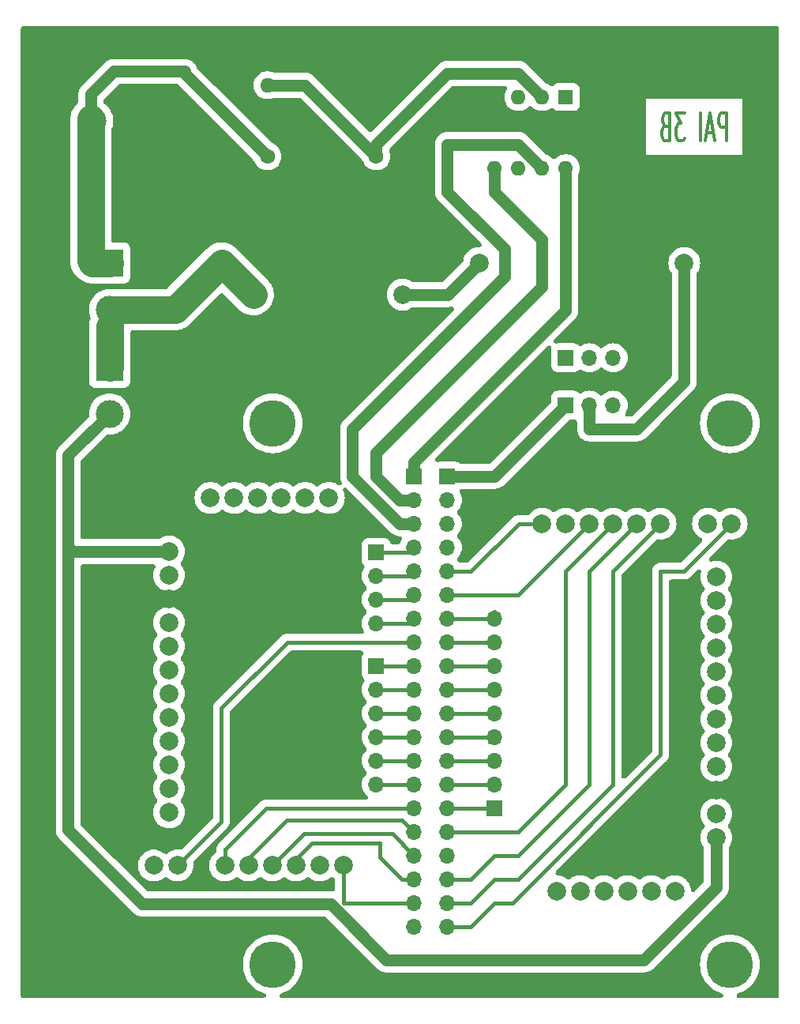
<source format=gbr>
%TF.GenerationSoftware,KiCad,Pcbnew,7.0.5*%
%TF.CreationDate,2023-06-09T18:15:06-05:00*%
%TF.ProjectId,pcbpai,70636270-6169-42e6-9b69-6361645f7063,rev?*%
%TF.SameCoordinates,Original*%
%TF.FileFunction,Copper,L2,Bot*%
%TF.FilePolarity,Positive*%
%FSLAX46Y46*%
G04 Gerber Fmt 4.6, Leading zero omitted, Abs format (unit mm)*
G04 Created by KiCad (PCBNEW 7.0.5) date 2023-06-09 18:15:06*
%MOMM*%
%LPD*%
G01*
G04 APERTURE LIST*
%ADD10C,0.300000*%
%TA.AperFunction,NonConductor*%
%ADD11C,0.300000*%
%TD*%
%TA.AperFunction,ComponentPad*%
%ADD12C,2.000000*%
%TD*%
%TA.AperFunction,ComponentPad*%
%ADD13R,1.700000X1.700000*%
%TD*%
%TA.AperFunction,ComponentPad*%
%ADD14O,1.700000X1.700000*%
%TD*%
%TA.AperFunction,ComponentPad*%
%ADD15C,5.000000*%
%TD*%
%TA.AperFunction,ComponentPad*%
%ADD16C,1.600000*%
%TD*%
%TA.AperFunction,ComponentPad*%
%ADD17O,1.600000X1.600000*%
%TD*%
%TA.AperFunction,ComponentPad*%
%ADD18R,1.600000X1.600000*%
%TD*%
%TA.AperFunction,ComponentPad*%
%ADD19R,3.000000X3.000000*%
%TD*%
%TA.AperFunction,ComponentPad*%
%ADD20C,3.000000*%
%TD*%
%TA.AperFunction,Conductor*%
%ADD21C,1.270000*%
%TD*%
%TA.AperFunction,Conductor*%
%ADD22C,3.000000*%
%TD*%
%TA.AperFunction,Conductor*%
%ADD23C,0.400000*%
%TD*%
G04 APERTURE END LIST*
D10*
D11*
X202645489Y-70737257D02*
X202645489Y-67737257D01*
X202645489Y-67737257D02*
X202074060Y-67737257D01*
X202074060Y-67737257D02*
X201931203Y-67880114D01*
X201931203Y-67880114D02*
X201859774Y-68022971D01*
X201859774Y-68022971D02*
X201788346Y-68308685D01*
X201788346Y-68308685D02*
X201788346Y-68737257D01*
X201788346Y-68737257D02*
X201859774Y-69022971D01*
X201859774Y-69022971D02*
X201931203Y-69165828D01*
X201931203Y-69165828D02*
X202074060Y-69308685D01*
X202074060Y-69308685D02*
X202645489Y-69308685D01*
X201216917Y-69880114D02*
X200502632Y-69880114D01*
X201359774Y-70737257D02*
X200859774Y-67737257D01*
X200859774Y-67737257D02*
X200359774Y-70737257D01*
X199859775Y-70737257D02*
X199859775Y-67737257D01*
X198145489Y-67737257D02*
X197216917Y-67737257D01*
X197216917Y-67737257D02*
X197716917Y-68880114D01*
X197716917Y-68880114D02*
X197502632Y-68880114D01*
X197502632Y-68880114D02*
X197359775Y-69022971D01*
X197359775Y-69022971D02*
X197288346Y-69165828D01*
X197288346Y-69165828D02*
X197216917Y-69451542D01*
X197216917Y-69451542D02*
X197216917Y-70165828D01*
X197216917Y-70165828D02*
X197288346Y-70451542D01*
X197288346Y-70451542D02*
X197359775Y-70594400D01*
X197359775Y-70594400D02*
X197502632Y-70737257D01*
X197502632Y-70737257D02*
X197931203Y-70737257D01*
X197931203Y-70737257D02*
X198074060Y-70594400D01*
X198074060Y-70594400D02*
X198145489Y-70451542D01*
X196074061Y-69165828D02*
X195859775Y-69308685D01*
X195859775Y-69308685D02*
X195788346Y-69451542D01*
X195788346Y-69451542D02*
X195716918Y-69737257D01*
X195716918Y-69737257D02*
X195716918Y-70165828D01*
X195716918Y-70165828D02*
X195788346Y-70451542D01*
X195788346Y-70451542D02*
X195859775Y-70594400D01*
X195859775Y-70594400D02*
X196002632Y-70737257D01*
X196002632Y-70737257D02*
X196574061Y-70737257D01*
X196574061Y-70737257D02*
X196574061Y-67737257D01*
X196574061Y-67737257D02*
X196074061Y-67737257D01*
X196074061Y-67737257D02*
X195931204Y-67880114D01*
X195931204Y-67880114D02*
X195859775Y-68022971D01*
X195859775Y-68022971D02*
X195788346Y-68308685D01*
X195788346Y-68308685D02*
X195788346Y-68594400D01*
X195788346Y-68594400D02*
X195859775Y-68880114D01*
X195859775Y-68880114D02*
X195931204Y-69022971D01*
X195931204Y-69022971D02*
X196074061Y-69165828D01*
X196074061Y-69165828D02*
X196574061Y-69165828D01*
D12*
%TO.P,U4,1,in1*%
%TO.N,Net-(J4-Pin_2)*%
X151922500Y-87217500D03*
%TO.P,U4,2,in2*%
%TO.N,GND*%
X151922500Y-80217500D03*
%TO.P,U4,3,out1*%
%TO.N,Net-(J1-Pin_1)*%
X167922500Y-87217500D03*
%TO.P,U4,4,out2*%
%TO.N,GND*%
X167922500Y-80217500D03*
%TD*%
D13*
%TO.P,J6,1,Pin_1*%
%TO.N,Net-(J6-Pin_1)*%
X165100000Y-127000000D03*
D14*
%TO.P,J6,2,Pin_2*%
%TO.N,Net-(J6-Pin_2)*%
X165100000Y-129540000D03*
%TO.P,J6,3,Pin_3*%
%TO.N,Net-(J6-Pin_3)*%
X165100000Y-132080000D03*
%TO.P,J6,4,Pin_4*%
%TO.N,Net-(J6-Pin_4)*%
X165100000Y-134620000D03*
%TO.P,J6,5,Pin_5*%
%TO.N,Net-(J6-Pin_5)*%
X165100000Y-137160000D03*
%TO.P,J6,6,Pin_6*%
%TO.N,Net-(J6-Pin_6)*%
X165100000Y-139700000D03*
%TD*%
D12*
%TO.P,J1,1,Pin_1*%
%TO.N,Net-(J1-Pin_1)*%
X176120000Y-83820000D03*
%TO.P,J1,2,Pin_2*%
%TO.N,Net-(J1-Pin_2)*%
X198120000Y-83820000D03*
%TD*%
D15*
%TO.P,M1,1*%
%TO.N,N/C*%
X154000000Y-159000000D03*
%TD*%
D16*
%TO.P,R1,1*%
%TO.N,+24V*%
X153430000Y-72390000D03*
D17*
%TO.P,R1,2*%
%TO.N,Net-(U6-XTAL1{slash}PB3)*%
X153430000Y-64770000D03*
%TD*%
D13*
%TO.P,J2,1,Pin_1*%
%TO.N,Net-(J2-Pin_1)*%
X165100000Y-114840000D03*
D14*
%TO.P,J2,2,Pin_2*%
%TO.N,Net-(J2-Pin_2)*%
X165100000Y-117380000D03*
%TO.P,J2,3,Pin_3*%
%TO.N,Net-(J2-Pin_3)*%
X165100000Y-119920000D03*
%TO.P,J2,4,Pin_4*%
%TO.N,Net-(J2-Pin_4)*%
X165100000Y-122460000D03*
%TD*%
D15*
%TO.P,REF\u002A\u002A,3*%
%TO.N,N/C*%
X203000000Y-101000000D03*
%TD*%
D18*
%TO.P,U6,1,~{RESET}/PB5*%
%TO.N,unconnected-(U6-~{RESET}{slash}PB5-Pad1)*%
X185420000Y-66040000D03*
D17*
%TO.P,U6,2,XTAL1/PB3*%
%TO.N,Net-(U6-XTAL1{slash}PB3)*%
X182880000Y-66040000D03*
%TO.P,U6,3,XTAL2/PB4*%
%TO.N,unconnected-(U6-XTAL2{slash}PB4-Pad3)*%
X180340000Y-66040000D03*
%TO.P,U6,4,GND*%
%TO.N,GND*%
X177800000Y-66040000D03*
%TO.P,U6,5,AREF/PB0*%
%TO.N,Net-(U6-AREF{slash}PB0)*%
X177800000Y-73660000D03*
%TO.P,U6,6,PB1*%
%TO.N,unconnected-(U6-PB1-Pad6)*%
X180340000Y-73660000D03*
%TO.P,U6,7,PB2*%
%TO.N,Net-(U6-PB2)*%
X182880000Y-73660000D03*
%TO.P,U6,8,VCC*%
%TO.N,Net-(U6-VCC)*%
X185420000Y-73660000D03*
%TD*%
D15*
%TO.P,REF\u002A\u002A,2*%
%TO.N,N/C*%
X203000000Y-159000000D03*
%TD*%
D19*
%TO.P,J3,1,Pin_1*%
%TO.N,GND*%
X139700000Y-68580000D03*
D20*
%TO.P,J3,2,Pin_2*%
%TO.N,+24V*%
X134700000Y-68580000D03*
%TD*%
D19*
%TO.P,J4,1,Pin_1*%
%TO.N,+24V*%
X136500000Y-83820000D03*
D20*
%TO.P,J4,2,Pin_2*%
%TO.N,Net-(J4-Pin_2)*%
X136500000Y-88820000D03*
%TD*%
D12*
%TO.P,U2,1,?*%
%TO.N,unconnected-(U2-?-Pad1)*%
X197120000Y-151130000D03*
%TO.P,U2,2,GND*%
%TO.N,unconnected-(U2-GND-Pad2)*%
X194580000Y-151130000D03*
%TO.P,U2,3,VM*%
%TO.N,unconnected-(U2-VM-Pad3)*%
X192040000Y-151130000D03*
%TO.P,U2,4,VCC*%
%TO.N,unconnected-(U2-VCC-Pad4)*%
X189500000Y-151130000D03*
%TO.P,U2,5,3v3*%
%TO.N,unconnected-(U2-3v3-Pad5)*%
X186960000Y-151130000D03*
%TO.P,U2,6,RST*%
%TO.N,unconnected-(U2-RST-Pad6)*%
X184420000Y-151130000D03*
%TO.P,U2,7,Vin1*%
%TO.N,Net-(J5-Pin_2)*%
X201560000Y-145380000D03*
%TO.P,U2,8,Vin_2*%
%TO.N,unconnected-(U2-Vin_2-Pad8)*%
X201560000Y-142840000D03*
%TO.P,U2,9,GND_1*%
%TO.N,GND*%
X201560000Y-140300000D03*
%TO.P,U2,10,GND_2*%
%TO.N,unconnected-(U2-GND_2-Pad10)*%
X201560000Y-137760000D03*
%TO.P,U2,11,M1A_1*%
%TO.N,unconnected-(U2-M1A_1-Pad11)*%
X201560000Y-135220000D03*
%TO.P,U2,12,M1A_2*%
%TO.N,unconnected-(U2-M1A_2-Pad12)*%
X201560000Y-132680000D03*
%TO.P,U2,13,M1B_1*%
%TO.N,unconnected-(U2-M1B_1-Pad13)*%
X201560000Y-130140000D03*
%TO.P,U2,14,M1B_2*%
%TO.N,unconnected-(U2-M1B_2-Pad14)*%
X201560000Y-127600000D03*
%TO.P,U2,15,M2A_2*%
%TO.N,unconnected-(U2-M2A_2-Pad15)*%
X201560000Y-125060000D03*
%TO.P,U2,16,m2A_1*%
%TO.N,unconnected-(U2-m2A_1-Pad16)*%
X201560000Y-122520000D03*
%TO.P,U2,17,M2B_2*%
%TO.N,unconnected-(U2-M2B_2-Pad17)*%
X201560000Y-119980000D03*
%TO.P,U2,18,M2B_1*%
%TO.N,unconnected-(U2-M2B_1-Pad18)*%
X201560000Y-117440000D03*
%TO.P,U2,19,M2Fault*%
%TO.N,Net-(U2-M2Fault)*%
X182880000Y-111750000D03*
%TO.P,U2,20,M1Fault*%
%TO.N,unconnected-(U2-M1Fault-Pad20)*%
X185420000Y-111750000D03*
%TO.P,U2,21,M2PWM*%
%TO.N,Net-(U2-M2PWM)*%
X187960000Y-111750000D03*
%TO.P,U2,22,M1PWM*%
%TO.N,Net-(U2-M1PWM)*%
X190500000Y-111750000D03*
%TO.P,U2,23,M2Dir*%
%TO.N,Net-(U2-M2Dir)*%
X193040000Y-111760000D03*
%TO.P,U2,24,M1Dir*%
%TO.N,Net-(U2-M1Dir)*%
X195580000Y-111750000D03*
%TO.P,U2,25,M2EN*%
%TO.N,unconnected-(U2-M2EN-Pad25)*%
X200660000Y-111750000D03*
%TO.P,U2,26,M1EN*%
%TO.N,Net-(U2-M1EN)*%
X203200000Y-111750000D03*
%TD*%
D15*
%TO.P,REF\u002A\u002A,4*%
%TO.N,N/C*%
X154000000Y-101000000D03*
%TD*%
D16*
%TO.P,R2,1*%
%TO.N,Net-(U6-XTAL1{slash}PB3)*%
X165100000Y-72390000D03*
D17*
%TO.P,R2,2*%
%TO.N,GND*%
X165100000Y-64770000D03*
%TD*%
D12*
%TO.P,U1,1,?*%
%TO.N,unconnected-(U1-?-Pad1)*%
X147320000Y-109000000D03*
%TO.P,U1,2,GND*%
%TO.N,unconnected-(U1-GND-Pad2)*%
X149860000Y-109000000D03*
%TO.P,U1,3,VM*%
%TO.N,unconnected-(U1-VM-Pad3)*%
X152400000Y-109000000D03*
%TO.P,U1,4,VCC*%
%TO.N,unconnected-(U1-VCC-Pad4)*%
X154940000Y-109000000D03*
%TO.P,U1,5,3v3*%
%TO.N,unconnected-(U1-3v3-Pad5)*%
X157480000Y-109000000D03*
%TO.P,U1,6,RST*%
%TO.N,unconnected-(U1-RST-Pad6)*%
X160020000Y-109000000D03*
%TO.P,U1,7,Vin1*%
%TO.N,Net-(J5-Pin_2)*%
X142880000Y-114750000D03*
%TO.P,U1,8,Vin_2*%
%TO.N,unconnected-(U1-Vin_2-Pad8)*%
X142880000Y-117290000D03*
%TO.P,U1,9,GND_1*%
%TO.N,GND*%
X142880000Y-119830000D03*
%TO.P,U1,10,GND_2*%
%TO.N,unconnected-(U1-GND_2-Pad10)*%
X142880000Y-122370000D03*
%TO.P,U1,11,M1A_1*%
%TO.N,unconnected-(U1-M1A_1-Pad11)*%
X142880000Y-124910000D03*
%TO.P,U1,12,M1A_2*%
%TO.N,unconnected-(U1-M1A_2-Pad12)*%
X142880000Y-127450000D03*
%TO.P,U1,13,M1B_1*%
%TO.N,unconnected-(U1-M1B_1-Pad13)*%
X142880000Y-129990000D03*
%TO.P,U1,14,M1B_2*%
%TO.N,unconnected-(U1-M1B_2-Pad14)*%
X142880000Y-132530000D03*
%TO.P,U1,15,M2A_2*%
%TO.N,unconnected-(U1-M2A_2-Pad15)*%
X142880000Y-135070000D03*
%TO.P,U1,16,m2A_1*%
%TO.N,unconnected-(U1-m2A_1-Pad16)*%
X142880000Y-137610000D03*
%TO.P,U1,17,M2B_2*%
%TO.N,unconnected-(U1-M2B_2-Pad17)*%
X142880000Y-140150000D03*
%TO.P,U1,18,M2B_1*%
%TO.N,unconnected-(U1-M2B_1-Pad18)*%
X142880000Y-142690000D03*
%TO.P,U1,19,M2Fault*%
%TO.N,Net-(U1-M2Fault)*%
X161560000Y-148380000D03*
%TO.P,U1,20,M1Fault*%
%TO.N,unconnected-(U1-M1Fault-Pad20)*%
X159020000Y-148380000D03*
%TO.P,U1,21,M2PWM*%
%TO.N,Net-(U1-M2PWM)*%
X156480000Y-148380000D03*
%TO.P,U1,22,M1PWM*%
%TO.N,Net-(U1-M1PWM)*%
X153940000Y-148380000D03*
%TO.P,U1,23,M2Dir*%
%TO.N,Net-(U1-M2Dir)*%
X151400000Y-148370000D03*
%TO.P,U1,24,M1Dir*%
%TO.N,Net-(U1-M1Dir)*%
X148860000Y-148380000D03*
%TO.P,U1,25,M2EN*%
%TO.N,Net-(U1-M2EN)*%
X143780000Y-148380000D03*
%TO.P,U1,26,M1EN*%
%TO.N,unconnected-(U1-M1EN-Pad26)*%
X141240000Y-148380000D03*
%TD*%
D19*
%TO.P,J5,1,Pin_1*%
%TO.N,Net-(J4-Pin_2)*%
X136500000Y-95000000D03*
D20*
%TO.P,J5,2,Pin_2*%
%TO.N,Net-(J5-Pin_2)*%
X136500000Y-100000000D03*
%TD*%
D13*
%TO.P,U3,1,1*%
%TO.N,Net-(U6-VCC)*%
X169120000Y-106680000D03*
%TO.P,U3,2,2*%
%TO.N,Net-(SW1-A-Pad1)*%
X172720000Y-106680000D03*
D14*
%TO.P,U3,3,3*%
%TO.N,Net-(U6-AREF{slash}PB0)*%
X169120000Y-109220000D03*
%TO.P,U3,4,4*%
%TO.N,unconnected-(U3-Pad4)*%
X172720000Y-109220000D03*
%TO.P,U3,5,5*%
%TO.N,Net-(U6-PB2)*%
X169120000Y-111760000D03*
%TO.P,U3,6,6*%
%TO.N,unconnected-(U3-Pad6)*%
X172720000Y-111760000D03*
%TO.P,U3,7,7*%
%TO.N,Net-(J2-Pin_1)*%
X169120000Y-114300000D03*
%TO.P,U3,8,8*%
%TO.N,unconnected-(U3-Pad8)*%
X172720000Y-114300000D03*
%TO.P,U3,9,9*%
%TO.N,Net-(J2-Pin_2)*%
X169120000Y-116840000D03*
%TO.P,U3,10,10*%
%TO.N,Net-(U2-M2Fault)*%
X172720000Y-116840000D03*
%TO.P,U3,11,11*%
%TO.N,Net-(J2-Pin_3)*%
X169120000Y-119380000D03*
%TO.P,U3,12,12*%
%TO.N,Net-(U2-M2PWM)*%
X172720000Y-119380000D03*
%TO.P,U3,13,13*%
%TO.N,Net-(J2-Pin_4)*%
X169120000Y-121920000D03*
%TO.P,U3,14,14*%
%TO.N,Net-(J8-Pin_9)*%
X172720000Y-121920000D03*
%TO.P,U3,15,15*%
%TO.N,Net-(U1-M2EN)*%
X169120000Y-124460000D03*
%TO.P,U3,16,16*%
%TO.N,Net-(J8-Pin_8)*%
X172720000Y-124460000D03*
%TO.P,U3,17,17*%
%TO.N,Net-(J6-Pin_1)*%
X169120000Y-127000000D03*
%TO.P,U3,18,18*%
%TO.N,Net-(J8-Pin_7)*%
X172720000Y-127000000D03*
%TO.P,U3,19,19*%
%TO.N,Net-(J6-Pin_2)*%
X169120000Y-129540000D03*
%TO.P,U3,20,20*%
%TO.N,Net-(J8-Pin_6)*%
X172720000Y-129540000D03*
%TO.P,U3,21,21*%
%TO.N,Net-(J6-Pin_3)*%
X169120000Y-132080000D03*
%TO.P,U3,22,22*%
%TO.N,Net-(J8-Pin_5)*%
X172720000Y-132080000D03*
%TO.P,U3,23,23*%
%TO.N,Net-(J6-Pin_4)*%
X169120000Y-134620000D03*
%TO.P,U3,24,24*%
%TO.N,Net-(J8-Pin_4)*%
X172720000Y-134620000D03*
%TO.P,U3,25,25*%
%TO.N,Net-(J6-Pin_5)*%
X169120000Y-137160000D03*
%TO.P,U3,26,26*%
%TO.N,Net-(J8-Pin_3)*%
X172720000Y-137160000D03*
%TO.P,U3,27,27*%
%TO.N,Net-(J6-Pin_6)*%
X169120000Y-139700000D03*
%TO.P,U3,28,28*%
%TO.N,Net-(J8-Pin_2)*%
X172720000Y-139700000D03*
%TO.P,U3,29,29*%
%TO.N,Net-(U1-M1Dir)*%
X169120000Y-142240000D03*
%TO.P,U3,30,30*%
%TO.N,Net-(J8-Pin_1)*%
X172720000Y-142240000D03*
%TO.P,U3,31,31*%
%TO.N,Net-(U1-M2Dir)*%
X169120000Y-144780000D03*
%TO.P,U3,32,32*%
%TO.N,Net-(U2-M1PWM)*%
X172720000Y-144780000D03*
%TO.P,U3,33,33*%
%TO.N,Net-(U1-M1PWM)*%
X169120000Y-147320000D03*
%TO.P,U3,34,34*%
%TO.N,unconnected-(U3-Pad34)*%
X172720000Y-147320000D03*
%TO.P,U3,35,35*%
%TO.N,Net-(U1-M2PWM)*%
X169120000Y-149860000D03*
%TO.P,U3,36,36*%
%TO.N,Net-(U2-M2Dir)*%
X172720000Y-149860000D03*
%TO.P,U3,37,37*%
%TO.N,Net-(U1-M2Fault)*%
X169120000Y-152400000D03*
%TO.P,U3,38,38*%
%TO.N,Net-(U2-M1Dir)*%
X172720000Y-152400000D03*
%TO.P,U3,39,39*%
%TO.N,unconnected-(U3-Pad39)*%
X169120000Y-154940000D03*
%TO.P,U3,40,40*%
%TO.N,Net-(U2-M1EN)*%
X172720000Y-154940000D03*
%TD*%
D13*
%TO.P,SW1,1,A*%
%TO.N,Net-(SW1-A-Pad1)*%
X185420000Y-99060000D03*
D14*
%TO.P,SW1,2,B*%
%TO.N,Net-(J1-Pin_2)*%
X187960000Y-99060000D03*
%TO.P,SW1,3,C*%
%TO.N,unconnected-(SW1-C-Pad3)*%
X190500000Y-99060000D03*
D13*
%TO.P,SW1,4,A*%
%TO.N,unconnected-(SW1-A-Pad4)*%
X185420000Y-93980000D03*
D14*
%TO.P,SW1,5,B*%
%TO.N,unconnected-(SW1-B-Pad5)*%
X187960000Y-93980000D03*
%TO.P,SW1,6,C*%
%TO.N,unconnected-(SW1-C-Pad6)*%
X190500000Y-93980000D03*
%TD*%
D13*
%TO.P,J8,1,Pin_1*%
%TO.N,Net-(J8-Pin_1)*%
X177800000Y-142240000D03*
D14*
%TO.P,J8,2,Pin_2*%
%TO.N,Net-(J8-Pin_2)*%
X177800000Y-139700000D03*
%TO.P,J8,3,Pin_3*%
%TO.N,Net-(J8-Pin_3)*%
X177800000Y-137160000D03*
%TO.P,J8,4,Pin_4*%
%TO.N,Net-(J8-Pin_4)*%
X177800000Y-134620000D03*
%TO.P,J8,5,Pin_5*%
%TO.N,Net-(J8-Pin_5)*%
X177800000Y-132080000D03*
%TO.P,J8,6,Pin_6*%
%TO.N,Net-(J8-Pin_6)*%
X177800000Y-129540000D03*
%TO.P,J8,7,Pin_7*%
%TO.N,Net-(J8-Pin_7)*%
X177800000Y-127000000D03*
%TO.P,J8,8,Pin_8*%
%TO.N,Net-(J8-Pin_8)*%
X177800000Y-124460000D03*
%TO.P,J8,9,Pin_9*%
%TO.N,Net-(J8-Pin_9)*%
X177800000Y-121920000D03*
%TD*%
D21*
%TO.N,Net-(J1-Pin_1)*%
X172722500Y-87217500D02*
X176120000Y-83820000D01*
X167922500Y-87217500D02*
X172722500Y-87217500D01*
D22*
%TO.N,Net-(J4-Pin_2)*%
X136500000Y-95000000D02*
X136500000Y-90620000D01*
X143525000Y-88820000D02*
X148525000Y-83820000D01*
X148525000Y-83820000D02*
X151922500Y-87217500D01*
X136500000Y-88820000D02*
X143525000Y-88820000D01*
D21*
%TO.N,Net-(J1-Pin_2)*%
X187960000Y-101600000D02*
X187960000Y-99060000D01*
X193040000Y-101600000D02*
X187960000Y-101600000D01*
X198160000Y-83860000D02*
X198120000Y-83820000D01*
X198120000Y-83820000D02*
X198120000Y-96520000D01*
X198120000Y-96520000D02*
X193040000Y-101600000D01*
%TO.N,Net-(J5-Pin_2)*%
X132080000Y-104420000D02*
X136500000Y-100000000D01*
X132080000Y-114300000D02*
X132080000Y-104420000D01*
X193800000Y-158500000D02*
X166196289Y-158500000D01*
X142880000Y-114750000D02*
X132530000Y-114750000D01*
X132080000Y-144580000D02*
X132080000Y-114300000D01*
X140000000Y-152500000D02*
X132080000Y-144580000D01*
X201560000Y-150740000D02*
X193800000Y-158500000D01*
X166196289Y-158500000D02*
X160196289Y-152500000D01*
X201560000Y-145380000D02*
X201560000Y-150740000D01*
X160196289Y-152500000D02*
X140000000Y-152500000D01*
X132530000Y-114750000D02*
X132080000Y-114300000D01*
D23*
%TO.N,Net-(U1-M2PWM)*%
X156480000Y-147700000D02*
X158180000Y-146000000D01*
X158180000Y-146000000D02*
X165500000Y-146000000D01*
X165500000Y-146000000D02*
X165500000Y-147500000D01*
X156480000Y-148380000D02*
X156480000Y-147700000D01*
X167860000Y-149860000D02*
X169120000Y-149860000D01*
X165500000Y-147500000D02*
X167860000Y-149860000D01*
%TO.N,Net-(U1-M1PWM)*%
X166800000Y-145000000D02*
X157320000Y-145000000D01*
X157320000Y-145000000D02*
X153940000Y-148380000D01*
X169120000Y-147320000D02*
X166800000Y-145000000D01*
%TO.N,Net-(U1-M2Dir)*%
X155500000Y-143500000D02*
X151400000Y-147600000D01*
X151400000Y-147600000D02*
X151400000Y-148370000D01*
X169120000Y-144780000D02*
X167840000Y-143500000D01*
X167840000Y-143500000D02*
X155500000Y-143500000D01*
%TO.N,Net-(U1-M1Dir)*%
X153260000Y-142240000D02*
X148860000Y-146640000D01*
X148860000Y-146640000D02*
X148860000Y-148380000D01*
X169120000Y-142240000D02*
X153260000Y-142240000D01*
%TO.N,Net-(U1-M2EN)*%
X143780000Y-148380000D02*
X148500000Y-143660000D01*
X148500000Y-143660000D02*
X148500000Y-131500000D01*
X148500000Y-131500000D02*
X155540000Y-124460000D01*
X155540000Y-124460000D02*
X169120000Y-124460000D01*
%TO.N,Net-(U2-M2Fault)*%
X175260000Y-116840000D02*
X172720000Y-116840000D01*
X180350000Y-111750000D02*
X182880000Y-111750000D01*
X175260000Y-116840000D02*
X180350000Y-111750000D01*
%TO.N,Net-(U2-M2PWM)*%
X187960000Y-111750000D02*
X180330000Y-119380000D01*
X180330000Y-119380000D02*
X172720000Y-119380000D01*
%TO.N,Net-(U2-M1PWM)*%
X185420000Y-139700000D02*
X185420000Y-116830000D01*
X172720000Y-144780000D02*
X180340000Y-144780000D01*
X180340000Y-144780000D02*
X185420000Y-139700000D01*
X185420000Y-116830000D02*
X190500000Y-111750000D01*
%TO.N,Net-(U2-M2Dir)*%
X180340000Y-147320000D02*
X177800000Y-147320000D01*
X175260000Y-149860000D02*
X172720000Y-149860000D01*
X187960000Y-116840000D02*
X187960000Y-139700000D01*
X187960000Y-139700000D02*
X180340000Y-147320000D01*
X177800000Y-147320000D02*
X175260000Y-149860000D01*
X193040000Y-111760000D02*
X187960000Y-116840000D01*
%TO.N,Net-(U2-M1Dir)*%
X190500000Y-116830000D02*
X190500000Y-139700000D01*
X190500000Y-139700000D02*
X180340000Y-149860000D01*
X180340000Y-149860000D02*
X177800000Y-149860000D01*
X177800000Y-149860000D02*
X175260000Y-152400000D01*
X195580000Y-111750000D02*
X190500000Y-116830000D01*
X175260000Y-152400000D02*
X172720000Y-152400000D01*
%TO.N,Net-(U2-M1EN)*%
X195580000Y-136530000D02*
X195580000Y-116840000D01*
X179710000Y-152400000D02*
X195580000Y-136530000D01*
X172720000Y-154940000D02*
X175260000Y-154940000D01*
X198110000Y-116840000D02*
X203200000Y-111750000D01*
X175260000Y-154940000D02*
X177800000Y-152400000D01*
X177800000Y-152400000D02*
X179710000Y-152400000D01*
X195580000Y-116840000D02*
X198110000Y-116840000D01*
D21*
%TO.N,Net-(U6-XTAL1{slash}PB3)*%
X153430000Y-64770000D02*
X157480000Y-64770000D01*
X165100000Y-72390000D02*
X165100000Y-71120000D01*
X172720000Y-63500000D02*
X180340000Y-63500000D01*
X157480000Y-64770000D02*
X165100000Y-72390000D01*
X165100000Y-71120000D02*
X172720000Y-63500000D01*
X180340000Y-63500000D02*
X182880000Y-66040000D01*
%TO.N,Net-(SW1-A-Pad1)*%
X177800000Y-106680000D02*
X185420000Y-99060000D01*
X172720000Y-106680000D02*
X177800000Y-106680000D01*
%TO.N,Net-(U6-VCC)*%
X185420000Y-88900000D02*
X185420000Y-73660000D01*
X169120000Y-105200000D02*
X185420000Y-88900000D01*
X169120000Y-106680000D02*
X169120000Y-105200000D01*
%TO.N,Net-(U6-PB2)*%
X172720000Y-76200000D02*
X178870000Y-82350000D01*
X162560000Y-101600000D02*
X162560000Y-106680000D01*
X182880000Y-73660000D02*
X180340000Y-71120000D01*
X172720000Y-71120000D02*
X172720000Y-76200000D01*
X178870000Y-82350000D02*
X178870000Y-85290000D01*
X162560000Y-106680000D02*
X167640000Y-111760000D01*
X167640000Y-111760000D02*
X169120000Y-111760000D01*
X180340000Y-71120000D02*
X172720000Y-71120000D01*
X178870000Y-85290000D02*
X162560000Y-101600000D01*
D22*
%TO.N,+24V*%
X134500000Y-68380000D02*
X134500000Y-83620000D01*
D21*
X144580000Y-63300000D02*
X144580000Y-63540000D01*
D22*
X136500000Y-83820000D02*
X134700000Y-83820000D01*
D21*
X136960000Y-63300000D02*
X144580000Y-63300000D01*
X144580000Y-63540000D02*
X153230000Y-72190000D01*
D22*
X134700000Y-83820000D02*
X134500000Y-83620000D01*
D21*
X134500000Y-68380000D02*
X134500000Y-65760000D01*
X134500000Y-65760000D02*
X136960000Y-63300000D01*
D23*
%TO.N,Net-(U1-M2Fault)*%
X161560000Y-148380000D02*
X161560000Y-152400000D01*
X161560000Y-152400000D02*
X169120000Y-152400000D01*
D21*
%TO.N,Net-(U6-AREF{slash}PB0)*%
X177800000Y-73660000D02*
X177800000Y-76200000D01*
X182880000Y-86360000D02*
X165100000Y-104140000D01*
X165100000Y-104140000D02*
X165100000Y-106680000D01*
X177800000Y-76200000D02*
X182880000Y-81280000D01*
X165100000Y-106680000D02*
X167640000Y-109220000D01*
X182880000Y-81280000D02*
X182880000Y-86360000D01*
X167640000Y-109220000D02*
X169120000Y-109220000D01*
D23*
%TO.N,Net-(J2-Pin_1)*%
X165100000Y-114840000D02*
X168580000Y-114840000D01*
X168580000Y-114840000D02*
X169120000Y-114300000D01*
%TO.N,Net-(J2-Pin_2)*%
X168580000Y-117380000D02*
X169120000Y-116840000D01*
X165100000Y-117380000D02*
X168580000Y-117380000D01*
%TO.N,Net-(J2-Pin_3)*%
X165100000Y-119920000D02*
X168580000Y-119920000D01*
X168580000Y-119920000D02*
X169120000Y-119380000D01*
%TO.N,Net-(J2-Pin_4)*%
X165100000Y-122460000D02*
X168580000Y-122460000D01*
X168580000Y-122460000D02*
X169120000Y-121920000D01*
%TO.N,Net-(J6-Pin_1)*%
X165100000Y-127000000D02*
X169120000Y-127000000D01*
%TO.N,Net-(J6-Pin_2)*%
X165100000Y-129540000D02*
X169120000Y-129540000D01*
%TO.N,Net-(J6-Pin_3)*%
X165100000Y-132080000D02*
X169120000Y-132080000D01*
%TO.N,Net-(J6-Pin_4)*%
X165100000Y-134620000D02*
X169120000Y-134620000D01*
%TO.N,Net-(J6-Pin_5)*%
X165100000Y-137160000D02*
X169120000Y-137160000D01*
%TO.N,Net-(J6-Pin_6)*%
X165100000Y-139700000D02*
X169120000Y-139700000D01*
%TO.N,Net-(J8-Pin_1)*%
X177800000Y-142240000D02*
X172720000Y-142240000D01*
%TO.N,Net-(J8-Pin_2)*%
X177800000Y-139700000D02*
X172720000Y-139700000D01*
%TO.N,Net-(J8-Pin_3)*%
X172720000Y-137160000D02*
X177800000Y-137160000D01*
%TO.N,Net-(J8-Pin_4)*%
X177260000Y-135160000D02*
X177800000Y-135160000D01*
X177800000Y-134620000D02*
X172720000Y-134620000D01*
%TO.N,Net-(J8-Pin_5)*%
X177800000Y-132080000D02*
X172720000Y-132080000D01*
%TO.N,Net-(J8-Pin_6)*%
X177800000Y-129540000D02*
X172720000Y-129540000D01*
%TO.N,Net-(J8-Pin_7)*%
X177800000Y-127000000D02*
X172720000Y-127000000D01*
%TO.N,Net-(J8-Pin_8)*%
X177800000Y-124460000D02*
X172720000Y-124460000D01*
%TO.N,Net-(J8-Pin_9)*%
X177040000Y-121920000D02*
X177800000Y-121160000D01*
X172720000Y-121920000D02*
X177040000Y-121920000D01*
%TD*%
%TA.AperFunction,Conductor*%
%TO.N,GND*%
G36*
X208126288Y-58438954D02*
G01*
X208207070Y-58492930D01*
X208261046Y-58573712D01*
X208280000Y-58669000D01*
X208280000Y-162311000D01*
X208261046Y-162406288D01*
X208207070Y-162487070D01*
X208126288Y-162541046D01*
X208031000Y-162560000D01*
X203967733Y-162560000D01*
X203872445Y-162541046D01*
X203791663Y-162487070D01*
X203737687Y-162406288D01*
X203718733Y-162311000D01*
X203737687Y-162215712D01*
X203791663Y-162134930D01*
X203872445Y-162080954D01*
X203898801Y-162071732D01*
X203956623Y-162055073D01*
X204058724Y-162025659D01*
X204390833Y-161888094D01*
X204705452Y-161714211D01*
X204998623Y-161506194D01*
X205266661Y-161266661D01*
X205506194Y-160998623D01*
X205714211Y-160705452D01*
X205888094Y-160390833D01*
X206025659Y-160058724D01*
X206125173Y-159713300D01*
X206185387Y-159358907D01*
X206185387Y-159358903D01*
X206185388Y-159358899D01*
X206205543Y-159000005D01*
X206205543Y-158999994D01*
X206185388Y-158641100D01*
X206125173Y-158286702D01*
X206125170Y-158286690D01*
X206025660Y-157941281D01*
X206025659Y-157941276D01*
X205888094Y-157609167D01*
X205714211Y-157294548D01*
X205506194Y-157001377D01*
X205266661Y-156733339D01*
X204998623Y-156493806D01*
X204705452Y-156285789D01*
X204390833Y-156111906D01*
X204058724Y-155974341D01*
X204058720Y-155974339D01*
X204058718Y-155974339D01*
X203713309Y-155874829D01*
X203713297Y-155874826D01*
X203358896Y-155814611D01*
X203358901Y-155814611D01*
X203000005Y-155794457D01*
X202999995Y-155794457D01*
X202641100Y-155814611D01*
X202286702Y-155874826D01*
X202286690Y-155874829D01*
X201941281Y-155974339D01*
X201609166Y-156111906D01*
X201294543Y-156285792D01*
X201294540Y-156285794D01*
X201001382Y-156493802D01*
X201001375Y-156493807D01*
X200733348Y-156733330D01*
X200733330Y-156733348D01*
X200493807Y-157001375D01*
X200493802Y-157001382D01*
X200285794Y-157294540D01*
X200285792Y-157294543D01*
X200111906Y-157609166D01*
X199974339Y-157941281D01*
X199874829Y-158286690D01*
X199874826Y-158286702D01*
X199814611Y-158641100D01*
X199794457Y-158999994D01*
X199794457Y-159000005D01*
X199814611Y-159358899D01*
X199874826Y-159713297D01*
X199874829Y-159713309D01*
X199974339Y-160058718D01*
X199974341Y-160058724D01*
X200111906Y-160390833D01*
X200285789Y-160705452D01*
X200493806Y-160998623D01*
X200733339Y-161266661D01*
X201001377Y-161506194D01*
X201294548Y-161714211D01*
X201609167Y-161888094D01*
X201941276Y-162025659D01*
X202023849Y-162049447D01*
X202101199Y-162071732D01*
X202187516Y-162116324D01*
X202250198Y-162190554D01*
X202279701Y-162283121D01*
X202271535Y-162379932D01*
X202226943Y-162466249D01*
X202152713Y-162528931D01*
X202060146Y-162558434D01*
X202032267Y-162560000D01*
X154967733Y-162560000D01*
X154872445Y-162541046D01*
X154791663Y-162487070D01*
X154737687Y-162406288D01*
X154718733Y-162311000D01*
X154737687Y-162215712D01*
X154791663Y-162134930D01*
X154872445Y-162080954D01*
X154898801Y-162071732D01*
X154956623Y-162055073D01*
X155058724Y-162025659D01*
X155390833Y-161888094D01*
X155705452Y-161714211D01*
X155998623Y-161506194D01*
X156266661Y-161266661D01*
X156506194Y-160998623D01*
X156714211Y-160705452D01*
X156888094Y-160390833D01*
X157025659Y-160058724D01*
X157125173Y-159713300D01*
X157185387Y-159358907D01*
X157185387Y-159358903D01*
X157185388Y-159358899D01*
X157205543Y-159000005D01*
X157205543Y-158999994D01*
X157185388Y-158641100D01*
X157125173Y-158286702D01*
X157125170Y-158286690D01*
X157025660Y-157941281D01*
X157025659Y-157941276D01*
X156888094Y-157609167D01*
X156714211Y-157294548D01*
X156506194Y-157001377D01*
X156266661Y-156733339D01*
X155998623Y-156493806D01*
X155705452Y-156285789D01*
X155390833Y-156111906D01*
X155058724Y-155974341D01*
X155058720Y-155974339D01*
X155058718Y-155974339D01*
X154713309Y-155874829D01*
X154713297Y-155874826D01*
X154358896Y-155814611D01*
X154358901Y-155814611D01*
X154000005Y-155794457D01*
X153999995Y-155794457D01*
X153641100Y-155814611D01*
X153286702Y-155874826D01*
X153286690Y-155874829D01*
X152941281Y-155974339D01*
X152609166Y-156111906D01*
X152294543Y-156285792D01*
X152294540Y-156285794D01*
X152001382Y-156493802D01*
X152001375Y-156493807D01*
X151733348Y-156733330D01*
X151733330Y-156733348D01*
X151493807Y-157001375D01*
X151493802Y-157001382D01*
X151285794Y-157294540D01*
X151285792Y-157294543D01*
X151111906Y-157609166D01*
X150974339Y-157941281D01*
X150874829Y-158286690D01*
X150874826Y-158286702D01*
X150814611Y-158641100D01*
X150794457Y-158999994D01*
X150794457Y-159000005D01*
X150814611Y-159358899D01*
X150874826Y-159713297D01*
X150874829Y-159713309D01*
X150974339Y-160058718D01*
X150974341Y-160058724D01*
X151111906Y-160390833D01*
X151285789Y-160705452D01*
X151493806Y-160998623D01*
X151733339Y-161266661D01*
X152001377Y-161506194D01*
X152294548Y-161714211D01*
X152609167Y-161888094D01*
X152941276Y-162025659D01*
X153023849Y-162049447D01*
X153101199Y-162071732D01*
X153187516Y-162116324D01*
X153250198Y-162190554D01*
X153279701Y-162283121D01*
X153271535Y-162379932D01*
X153226943Y-162466249D01*
X153152713Y-162528931D01*
X153060146Y-162558434D01*
X153032267Y-162560000D01*
X127249000Y-162560000D01*
X127153712Y-162541046D01*
X127072930Y-162487070D01*
X127018954Y-162406288D01*
X127000000Y-162311000D01*
X127000000Y-144696839D01*
X130744500Y-144696839D01*
X130753721Y-144749139D01*
X130755139Y-144759910D01*
X130759765Y-144812788D01*
X130759766Y-144812792D01*
X130773506Y-144864077D01*
X130775857Y-144874681D01*
X130785078Y-144926971D01*
X130803238Y-144976868D01*
X130806505Y-144987228D01*
X130820247Y-145038513D01*
X130820249Y-145038517D01*
X130842682Y-145086625D01*
X130846841Y-145096665D01*
X130865001Y-145146560D01*
X130865003Y-145146565D01*
X130891549Y-145192542D01*
X130896566Y-145202181D01*
X130919000Y-145250291D01*
X130919003Y-145250296D01*
X130919005Y-145250300D01*
X130949463Y-145293798D01*
X130955292Y-145302948D01*
X130977464Y-145341351D01*
X130981845Y-145348939D01*
X130981847Y-145348941D01*
X131015966Y-145389602D01*
X131022579Y-145398221D01*
X131053037Y-145441718D01*
X131053040Y-145441722D01*
X131094431Y-145483114D01*
X131094432Y-145483114D01*
X138973040Y-153361722D01*
X138973039Y-153361722D01*
X139138277Y-153526959D01*
X139181771Y-153557414D01*
X139190383Y-153564021D01*
X139231063Y-153598156D01*
X139231066Y-153598158D01*
X139231068Y-153598159D01*
X139277046Y-153624704D01*
X139286210Y-153630543D01*
X139311674Y-153648373D01*
X139329700Y-153660995D01*
X139377828Y-153683437D01*
X139387454Y-153688449D01*
X139433439Y-153714998D01*
X139483327Y-153733155D01*
X139493369Y-153737315D01*
X139541484Y-153759752D01*
X139541486Y-153759752D01*
X139541487Y-153759753D01*
X139551572Y-153762455D01*
X139592770Y-153773495D01*
X139603133Y-153776762D01*
X139626631Y-153785314D01*
X139653026Y-153794921D01*
X139705322Y-153804141D01*
X139715926Y-153806493D01*
X139767207Y-153820234D01*
X139820105Y-153824861D01*
X139830844Y-153826274D01*
X139875803Y-153834202D01*
X139883152Y-153835499D01*
X139883155Y-153835499D01*
X139883159Y-153835500D01*
X139941696Y-153835500D01*
X159539967Y-153835500D01*
X159635255Y-153854454D01*
X159716037Y-153908430D01*
X165169329Y-159361722D01*
X165169328Y-159361722D01*
X165334565Y-159526958D01*
X165334567Y-159526960D01*
X165367063Y-159549714D01*
X165378060Y-159557414D01*
X165386672Y-159564021D01*
X165427352Y-159598156D01*
X165427354Y-159598157D01*
X165427357Y-159598159D01*
X165473335Y-159624704D01*
X165482499Y-159630543D01*
X165507963Y-159648373D01*
X165525989Y-159660995D01*
X165574117Y-159683437D01*
X165583743Y-159688449D01*
X165626802Y-159713309D01*
X165629728Y-159714998D01*
X165679616Y-159733155D01*
X165689658Y-159737315D01*
X165737773Y-159759752D01*
X165737775Y-159759752D01*
X165737776Y-159759753D01*
X165747861Y-159762455D01*
X165789059Y-159773495D01*
X165799422Y-159776762D01*
X165822920Y-159785314D01*
X165849315Y-159794921D01*
X165901611Y-159804141D01*
X165912215Y-159806493D01*
X165963496Y-159820234D01*
X166016394Y-159824861D01*
X166027133Y-159826274D01*
X166072092Y-159834202D01*
X166079441Y-159835499D01*
X166079444Y-159835499D01*
X166079448Y-159835500D01*
X166079450Y-159835500D01*
X193916839Y-159835500D01*
X193916841Y-159835500D01*
X193969151Y-159826275D01*
X193979896Y-159824861D01*
X194032793Y-159820234D01*
X194084079Y-159806491D01*
X194094678Y-159804141D01*
X194146974Y-159794921D01*
X194146979Y-159794919D01*
X194196870Y-159776760D01*
X194207223Y-159773495D01*
X194258513Y-159759753D01*
X194306627Y-159737315D01*
X194316670Y-159733156D01*
X194316673Y-159733155D01*
X194366562Y-159714998D01*
X194412546Y-159688447D01*
X194422167Y-159683438D01*
X194470300Y-159660995D01*
X194513796Y-159630537D01*
X194522951Y-159624704D01*
X194568937Y-159598156D01*
X194609605Y-159564031D01*
X194618228Y-159557414D01*
X194621849Y-159554877D01*
X194661722Y-159526960D01*
X194826960Y-159361722D01*
X194826959Y-159361722D01*
X202545568Y-151643114D01*
X202586960Y-151601722D01*
X202617413Y-151558228D01*
X202624031Y-151549605D01*
X202635205Y-151536288D01*
X202658156Y-151508937D01*
X202684703Y-151462954D01*
X202690532Y-151453803D01*
X202720995Y-151410300D01*
X202743444Y-151362154D01*
X202748447Y-151352545D01*
X202774997Y-151306562D01*
X202793153Y-151256677D01*
X202797312Y-151246636D01*
X202819753Y-151198513D01*
X202833495Y-151147221D01*
X202836757Y-151136876D01*
X202854921Y-151086974D01*
X202864141Y-151034678D01*
X202866493Y-151024071D01*
X202866653Y-151023477D01*
X202880234Y-150972793D01*
X202884861Y-150919896D01*
X202886275Y-150909151D01*
X202895500Y-150856841D01*
X202895500Y-150623159D01*
X202895500Y-146519855D01*
X202914454Y-146424567D01*
X202949826Y-146364604D01*
X202954128Y-146359208D01*
X202968959Y-146340612D01*
X203096393Y-146119888D01*
X203189508Y-145882637D01*
X203246222Y-145634157D01*
X203265268Y-145380000D01*
X203246222Y-145125843D01*
X203189508Y-144877363D01*
X203096393Y-144640112D01*
X202968959Y-144419388D01*
X202855718Y-144277389D01*
X202846037Y-144265249D01*
X202801445Y-144178932D01*
X202793279Y-144082121D01*
X202822782Y-143989554D01*
X202846037Y-143954751D01*
X202874545Y-143919003D01*
X202968959Y-143800612D01*
X203096393Y-143579888D01*
X203189508Y-143342637D01*
X203246222Y-143094157D01*
X203265268Y-142840000D01*
X203246222Y-142585843D01*
X203189508Y-142337363D01*
X203096393Y-142100112D01*
X202968959Y-141879388D01*
X202873262Y-141759388D01*
X202810054Y-141680127D01*
X202623214Y-141506765D01*
X202412637Y-141363196D01*
X202412632Y-141363194D01*
X202183010Y-141252613D01*
X202183005Y-141252611D01*
X201939464Y-141177488D01*
X201939461Y-141177487D01*
X201831448Y-141161206D01*
X201687435Y-141139500D01*
X201432565Y-141139500D01*
X201306553Y-141158493D01*
X201180538Y-141177487D01*
X201180535Y-141177488D01*
X200936994Y-141252611D01*
X200936989Y-141252613D01*
X200707367Y-141363194D01*
X200707362Y-141363196D01*
X200496785Y-141506765D01*
X200309945Y-141680127D01*
X200151045Y-141879382D01*
X200151041Y-141879388D01*
X200023609Y-142100107D01*
X200023600Y-142100127D01*
X199930495Y-142337354D01*
X199930491Y-142337368D01*
X199873777Y-142585845D01*
X199854732Y-142840000D01*
X199873777Y-143094154D01*
X199930489Y-143342629D01*
X199930495Y-143342645D01*
X200023600Y-143579872D01*
X200023609Y-143579892D01*
X200040121Y-143608491D01*
X200151041Y-143800612D01*
X200249183Y-143923678D01*
X200273962Y-143954749D01*
X200318555Y-144041066D01*
X200326721Y-144137877D01*
X200297218Y-144230444D01*
X200273963Y-144265248D01*
X200151045Y-144419382D01*
X200151041Y-144419388D01*
X200023609Y-144640107D01*
X200023600Y-144640127D01*
X199930495Y-144877354D01*
X199930491Y-144877368D01*
X199873777Y-145125845D01*
X199854732Y-145380000D01*
X199873777Y-145634154D01*
X199930489Y-145882629D01*
X199930495Y-145882645D01*
X200023600Y-146119872D01*
X200023609Y-146119892D01*
X200068070Y-146196901D01*
X200151041Y-146340612D01*
X200151043Y-146340615D01*
X200151046Y-146340619D01*
X200170174Y-146364604D01*
X200214768Y-146450920D01*
X200224500Y-146519855D01*
X200224500Y-150083677D01*
X200205546Y-150178965D01*
X200151570Y-150259747D01*
X200151569Y-150259747D01*
X199240871Y-151170444D01*
X199160090Y-151224420D01*
X199064802Y-151243374D01*
X198969514Y-151224420D01*
X198888732Y-151170443D01*
X198834756Y-151089662D01*
X198816499Y-151012984D01*
X198806222Y-150875843D01*
X198767300Y-150705316D01*
X198749510Y-150627370D01*
X198749508Y-150627367D01*
X198749508Y-150627363D01*
X198656393Y-150390112D01*
X198528959Y-150169388D01*
X198458073Y-150080500D01*
X198370054Y-149970127D01*
X198356322Y-149957386D01*
X198220639Y-149831490D01*
X198183214Y-149796765D01*
X197972637Y-149653196D01*
X197972632Y-149653194D01*
X197743010Y-149542613D01*
X197743005Y-149542611D01*
X197499464Y-149467488D01*
X197499461Y-149467487D01*
X197391448Y-149451206D01*
X197247435Y-149429500D01*
X196992565Y-149429500D01*
X196866553Y-149448493D01*
X196740538Y-149467487D01*
X196740535Y-149467488D01*
X196496994Y-149542611D01*
X196496989Y-149542613D01*
X196267367Y-149653194D01*
X196267362Y-149653196D01*
X196056785Y-149796765D01*
X196019361Y-149831490D01*
X195936617Y-149882407D01*
X195840687Y-149897784D01*
X195746174Y-149875279D01*
X195680639Y-149831490D01*
X195643214Y-149796765D01*
X195432637Y-149653196D01*
X195432632Y-149653194D01*
X195203010Y-149542613D01*
X195203005Y-149542611D01*
X194959464Y-149467488D01*
X194959461Y-149467487D01*
X194851448Y-149451206D01*
X194707435Y-149429500D01*
X194452565Y-149429500D01*
X194326553Y-149448493D01*
X194200538Y-149467487D01*
X194200535Y-149467488D01*
X193956994Y-149542611D01*
X193956989Y-149542613D01*
X193727367Y-149653194D01*
X193727362Y-149653196D01*
X193516785Y-149796765D01*
X193479361Y-149831490D01*
X193396617Y-149882407D01*
X193300687Y-149897784D01*
X193206174Y-149875279D01*
X193140639Y-149831490D01*
X193103214Y-149796765D01*
X192892637Y-149653196D01*
X192892632Y-149653194D01*
X192663010Y-149542613D01*
X192663005Y-149542611D01*
X192419464Y-149467488D01*
X192419461Y-149467487D01*
X192311448Y-149451206D01*
X192167435Y-149429500D01*
X191912565Y-149429500D01*
X191786553Y-149448493D01*
X191660538Y-149467487D01*
X191660535Y-149467488D01*
X191416994Y-149542611D01*
X191416989Y-149542613D01*
X191187367Y-149653194D01*
X191187362Y-149653196D01*
X190976785Y-149796765D01*
X190939361Y-149831490D01*
X190856617Y-149882407D01*
X190760687Y-149897784D01*
X190666174Y-149875279D01*
X190600639Y-149831490D01*
X190563214Y-149796765D01*
X190352637Y-149653196D01*
X190352632Y-149653194D01*
X190123010Y-149542613D01*
X190123005Y-149542611D01*
X189879464Y-149467488D01*
X189879461Y-149467487D01*
X189771448Y-149451206D01*
X189627435Y-149429500D01*
X189372565Y-149429500D01*
X189246553Y-149448493D01*
X189120538Y-149467487D01*
X189120535Y-149467488D01*
X188876994Y-149542611D01*
X188876989Y-149542613D01*
X188647367Y-149653194D01*
X188647362Y-149653196D01*
X188436785Y-149796765D01*
X188399361Y-149831490D01*
X188316617Y-149882407D01*
X188220687Y-149897784D01*
X188126174Y-149875279D01*
X188060639Y-149831490D01*
X188023214Y-149796765D01*
X187812637Y-149653196D01*
X187812632Y-149653194D01*
X187583010Y-149542613D01*
X187583005Y-149542611D01*
X187339464Y-149467488D01*
X187339461Y-149467487D01*
X187231448Y-149451206D01*
X187087435Y-149429500D01*
X186832565Y-149429500D01*
X186706553Y-149448493D01*
X186580538Y-149467487D01*
X186580535Y-149467488D01*
X186336994Y-149542611D01*
X186336989Y-149542613D01*
X186107367Y-149653194D01*
X186107362Y-149653196D01*
X185896785Y-149796765D01*
X185859361Y-149831490D01*
X185776617Y-149882407D01*
X185680687Y-149897784D01*
X185586174Y-149875279D01*
X185520639Y-149831490D01*
X185483214Y-149796765D01*
X185272637Y-149653196D01*
X185272632Y-149653194D01*
X185043010Y-149542613D01*
X185043005Y-149542611D01*
X184799464Y-149467488D01*
X184799461Y-149467487D01*
X184680679Y-149449583D01*
X184547435Y-149429500D01*
X184547432Y-149429500D01*
X184547425Y-149429499D01*
X184538138Y-149428803D01*
X184538336Y-149426157D01*
X184459850Y-149410546D01*
X184379068Y-149356570D01*
X184325092Y-149275788D01*
X184306138Y-149180500D01*
X184325092Y-149085212D01*
X184379068Y-149004430D01*
X190242998Y-143140500D01*
X196152785Y-137230712D01*
X196182505Y-137205333D01*
X196185871Y-137202888D01*
X196231249Y-137152490D01*
X196235740Y-137147758D01*
X196250119Y-137133380D01*
X196262947Y-137117537D01*
X196267128Y-137112642D01*
X196312533Y-137062216D01*
X196314613Y-137058611D01*
X196336761Y-137026386D01*
X196339383Y-137023149D01*
X196370184Y-136962696D01*
X196373258Y-136957033D01*
X196407179Y-136898284D01*
X196408469Y-136894312D01*
X196423425Y-136858205D01*
X196425320Y-136854488D01*
X196442867Y-136788998D01*
X196444719Y-136782745D01*
X196445808Y-136779392D01*
X196465674Y-136718256D01*
X196466110Y-136714101D01*
X196473234Y-136675668D01*
X196474312Y-136671646D01*
X196477861Y-136603924D01*
X196478372Y-136597433D01*
X196480499Y-136577201D01*
X196480500Y-136577192D01*
X196480499Y-136556839D01*
X196480670Y-136550321D01*
X196482370Y-136517879D01*
X196484219Y-136482612D01*
X196483566Y-136478488D01*
X196480500Y-136439535D01*
X196480500Y-117989500D01*
X196499454Y-117894212D01*
X196553430Y-117813430D01*
X196634212Y-117759454D01*
X196729500Y-117740500D01*
X198019535Y-117740500D01*
X198058487Y-117743565D01*
X198062612Y-117744219D01*
X198062612Y-117744218D01*
X198062613Y-117744219D01*
X198062614Y-117744219D01*
X198130329Y-117740671D01*
X198136846Y-117740500D01*
X198157184Y-117740500D01*
X198157192Y-117740500D01*
X198177464Y-117738369D01*
X198183921Y-117737861D01*
X198251646Y-117734313D01*
X198255673Y-117733233D01*
X198294116Y-117726108D01*
X198298256Y-117725674D01*
X198362751Y-117704717D01*
X198368976Y-117702873D01*
X198434488Y-117685320D01*
X198438198Y-117683429D01*
X198474318Y-117668467D01*
X198478284Y-117667179D01*
X198537033Y-117633258D01*
X198542696Y-117630184D01*
X198603149Y-117599383D01*
X198606386Y-117596761D01*
X198638611Y-117574613D01*
X198642216Y-117572533D01*
X198692642Y-117527128D01*
X198697537Y-117522947D01*
X198713380Y-117510119D01*
X198727760Y-117495737D01*
X198732490Y-117491249D01*
X198738102Y-117486195D01*
X198782888Y-117445871D01*
X198785333Y-117442505D01*
X198810712Y-117412785D01*
X199509908Y-116713589D01*
X199590687Y-116659616D01*
X199685975Y-116640662D01*
X199781263Y-116659616D01*
X199862045Y-116713592D01*
X199916021Y-116794374D01*
X199934975Y-116889662D01*
X199928732Y-116945069D01*
X199873777Y-117185845D01*
X199854732Y-117440000D01*
X199873777Y-117694154D01*
X199930489Y-117942629D01*
X199930495Y-117942645D01*
X200023600Y-118179872D01*
X200023609Y-118179892D01*
X200064439Y-118250611D01*
X200151041Y-118400612D01*
X200213952Y-118479500D01*
X200273962Y-118554749D01*
X200318555Y-118641066D01*
X200326721Y-118737877D01*
X200297218Y-118830444D01*
X200273963Y-118865248D01*
X200151045Y-119019382D01*
X200151041Y-119019388D01*
X200023609Y-119240107D01*
X200023600Y-119240127D01*
X199930495Y-119477354D01*
X199930491Y-119477368D01*
X199873777Y-119725845D01*
X199854732Y-119980000D01*
X199873777Y-120234154D01*
X199930489Y-120482629D01*
X199930495Y-120482645D01*
X200023600Y-120719872D01*
X200023609Y-120719892D01*
X200059820Y-120782611D01*
X200151041Y-120940612D01*
X200151045Y-120940617D01*
X200273962Y-121094751D01*
X200318555Y-121181068D01*
X200326720Y-121277880D01*
X200297216Y-121370446D01*
X200273962Y-121405249D01*
X200151045Y-121559382D01*
X200151041Y-121559388D01*
X200023609Y-121780107D01*
X200023600Y-121780127D01*
X199930495Y-122017354D01*
X199930491Y-122017368D01*
X199873777Y-122265845D01*
X199854732Y-122519999D01*
X199873777Y-122774154D01*
X199930489Y-123022629D01*
X199930495Y-123022645D01*
X200023600Y-123259872D01*
X200023609Y-123259892D01*
X200064439Y-123330611D01*
X200151041Y-123480612D01*
X200151045Y-123480617D01*
X200273963Y-123634751D01*
X200318555Y-123721068D01*
X200326721Y-123817879D01*
X200297218Y-123910446D01*
X200273963Y-123945249D01*
X200151045Y-124099382D01*
X200151041Y-124099388D01*
X200023609Y-124320107D01*
X200023600Y-124320127D01*
X199930495Y-124557354D01*
X199930491Y-124557368D01*
X199873777Y-124805845D01*
X199854732Y-125059999D01*
X199873777Y-125314154D01*
X199930489Y-125562629D01*
X199930495Y-125562645D01*
X200023600Y-125799872D01*
X200023609Y-125799892D01*
X200058539Y-125860392D01*
X200151041Y-126020612D01*
X200151045Y-126020617D01*
X200273963Y-126174751D01*
X200318555Y-126261068D01*
X200326721Y-126357879D01*
X200297218Y-126450446D01*
X200273963Y-126485249D01*
X200151045Y-126639382D01*
X200151041Y-126639388D01*
X200023609Y-126860107D01*
X200023600Y-126860127D01*
X199930495Y-127097354D01*
X199930491Y-127097368D01*
X199873777Y-127345845D01*
X199854732Y-127600000D01*
X199873777Y-127854154D01*
X199930489Y-128102629D01*
X199930495Y-128102645D01*
X200023600Y-128339872D01*
X200023609Y-128339892D01*
X200039311Y-128367088D01*
X200151041Y-128560612D01*
X200151045Y-128560617D01*
X200273962Y-128714751D01*
X200318555Y-128801068D01*
X200326720Y-128897880D01*
X200297216Y-128990446D01*
X200273962Y-129025249D01*
X200151045Y-129179382D01*
X200151041Y-129179388D01*
X200023609Y-129400107D01*
X200023600Y-129400127D01*
X199930495Y-129637354D01*
X199930491Y-129637368D01*
X199873777Y-129885845D01*
X199854732Y-130139999D01*
X199873777Y-130394154D01*
X199930489Y-130642629D01*
X199930495Y-130642645D01*
X200023600Y-130879872D01*
X200023609Y-130879892D01*
X200042402Y-130912442D01*
X200151041Y-131100612D01*
X200267982Y-131247251D01*
X200273962Y-131254749D01*
X200318555Y-131341066D01*
X200326721Y-131437877D01*
X200297218Y-131530444D01*
X200273963Y-131565248D01*
X200151045Y-131719382D01*
X200151041Y-131719388D01*
X200023609Y-131940107D01*
X200023600Y-131940127D01*
X199930495Y-132177354D01*
X199930491Y-132177368D01*
X199873777Y-132425845D01*
X199854732Y-132679999D01*
X199873777Y-132934154D01*
X199930489Y-133182629D01*
X199930495Y-133182645D01*
X200023600Y-133419872D01*
X200023609Y-133419892D01*
X200064439Y-133490611D01*
X200151041Y-133640612D01*
X200151045Y-133640617D01*
X200273963Y-133794751D01*
X200318555Y-133881068D01*
X200326721Y-133977879D01*
X200297218Y-134070446D01*
X200273963Y-134105249D01*
X200151045Y-134259382D01*
X200151041Y-134259388D01*
X200023609Y-134480107D01*
X200023600Y-134480127D01*
X199930495Y-134717354D01*
X199930491Y-134717368D01*
X199873777Y-134965845D01*
X199854732Y-135220000D01*
X199873777Y-135474154D01*
X199930489Y-135722629D01*
X199930495Y-135722645D01*
X200023600Y-135959872D01*
X200023609Y-135959892D01*
X200064439Y-136030611D01*
X200151041Y-136180612D01*
X200151045Y-136180617D01*
X200273963Y-136334751D01*
X200318555Y-136421068D01*
X200326721Y-136517879D01*
X200297218Y-136610446D01*
X200273963Y-136645249D01*
X200151045Y-136799382D01*
X200151041Y-136799388D01*
X200023609Y-137020107D01*
X200023600Y-137020127D01*
X199930495Y-137257354D01*
X199930491Y-137257368D01*
X199873777Y-137505845D01*
X199854732Y-137760000D01*
X199873777Y-138014154D01*
X199930489Y-138262629D01*
X199930495Y-138262645D01*
X200023600Y-138499872D01*
X200023609Y-138499892D01*
X200064439Y-138570611D01*
X200151041Y-138720612D01*
X200151045Y-138720617D01*
X200309945Y-138919872D01*
X200309948Y-138919875D01*
X200309950Y-138919877D01*
X200389726Y-138993898D01*
X200496785Y-139093234D01*
X200707362Y-139236803D01*
X200707364Y-139236804D01*
X200707366Y-139236805D01*
X200837064Y-139299264D01*
X200936989Y-139347386D01*
X200936993Y-139347387D01*
X200936996Y-139347389D01*
X201107330Y-139399930D01*
X201180535Y-139422511D01*
X201180538Y-139422512D01*
X201180539Y-139422512D01*
X201180542Y-139422513D01*
X201432565Y-139460500D01*
X201432569Y-139460500D01*
X201687431Y-139460500D01*
X201687435Y-139460500D01*
X201939458Y-139422513D01*
X202183004Y-139347389D01*
X202412634Y-139236805D01*
X202623217Y-139093232D01*
X202810050Y-138919877D01*
X202968959Y-138720612D01*
X203096393Y-138499888D01*
X203189508Y-138262637D01*
X203246222Y-138014157D01*
X203265268Y-137760000D01*
X203246222Y-137505843D01*
X203189508Y-137257363D01*
X203096393Y-137020112D01*
X202968959Y-136799388D01*
X202846037Y-136645249D01*
X202801445Y-136558932D01*
X202793279Y-136462121D01*
X202822782Y-136369554D01*
X202846037Y-136334751D01*
X202864084Y-136312121D01*
X202968959Y-136180612D01*
X203096393Y-135959888D01*
X203189508Y-135722637D01*
X203246222Y-135474157D01*
X203265268Y-135220000D01*
X203246222Y-134965843D01*
X203189508Y-134717363D01*
X203096393Y-134480112D01*
X202968959Y-134259388D01*
X202846037Y-134105249D01*
X202801445Y-134018932D01*
X202793279Y-133922121D01*
X202822782Y-133829554D01*
X202846037Y-133794751D01*
X202864085Y-133772120D01*
X202968959Y-133640612D01*
X203096393Y-133419888D01*
X203189508Y-133182637D01*
X203246222Y-132934157D01*
X203265268Y-132680000D01*
X203246222Y-132425843D01*
X203189508Y-132177363D01*
X203096393Y-131940112D01*
X202968959Y-131719388D01*
X202846036Y-131565248D01*
X202801445Y-131478932D01*
X202793279Y-131382121D01*
X202822782Y-131289554D01*
X202846037Y-131254751D01*
X202896824Y-131191066D01*
X202968959Y-131100612D01*
X203096393Y-130879888D01*
X203189508Y-130642637D01*
X203246222Y-130394157D01*
X203265268Y-130140000D01*
X203246222Y-129885843D01*
X203189508Y-129637363D01*
X203096393Y-129400112D01*
X202968959Y-129179388D01*
X202846037Y-129025249D01*
X202801445Y-128938932D01*
X202793279Y-128842121D01*
X202822782Y-128749554D01*
X202846037Y-128714751D01*
X202879125Y-128673260D01*
X202968959Y-128560612D01*
X203096393Y-128339888D01*
X203189508Y-128102637D01*
X203246222Y-127854157D01*
X203265268Y-127600000D01*
X203246222Y-127345843D01*
X203189508Y-127097363D01*
X203096393Y-126860112D01*
X202968959Y-126639388D01*
X202846037Y-126485249D01*
X202801445Y-126398932D01*
X202793279Y-126302121D01*
X202822782Y-126209554D01*
X202846037Y-126174751D01*
X202864085Y-126152120D01*
X202968959Y-126020612D01*
X203096393Y-125799888D01*
X203189508Y-125562637D01*
X203192413Y-125549912D01*
X203215331Y-125449500D01*
X203246222Y-125314157D01*
X203265268Y-125060000D01*
X203246222Y-124805843D01*
X203189508Y-124557363D01*
X203096393Y-124320112D01*
X202968959Y-124099388D01*
X202846037Y-123945249D01*
X202801445Y-123858932D01*
X202793279Y-123762121D01*
X202822782Y-123669554D01*
X202846037Y-123634751D01*
X202877516Y-123595277D01*
X202968959Y-123480612D01*
X203096393Y-123259888D01*
X203189508Y-123022637D01*
X203246222Y-122774157D01*
X203265268Y-122520000D01*
X203246222Y-122265843D01*
X203189508Y-122017363D01*
X203096393Y-121780112D01*
X202968959Y-121559388D01*
X202846037Y-121405249D01*
X202801445Y-121318932D01*
X202793279Y-121222121D01*
X202822782Y-121129554D01*
X202846037Y-121094751D01*
X202905841Y-121019759D01*
X202968959Y-120940612D01*
X203096393Y-120719888D01*
X203189508Y-120482637D01*
X203246222Y-120234157D01*
X203265268Y-119980000D01*
X203246222Y-119725843D01*
X203189508Y-119477363D01*
X203096393Y-119240112D01*
X202968959Y-119019388D01*
X202855718Y-118877389D01*
X202846037Y-118865249D01*
X202801445Y-118778932D01*
X202793279Y-118682121D01*
X202822782Y-118589554D01*
X202846037Y-118554751D01*
X202905841Y-118479759D01*
X202968959Y-118400612D01*
X203096393Y-118179888D01*
X203189508Y-117942637D01*
X203246222Y-117694157D01*
X203265268Y-117440000D01*
X203246222Y-117185843D01*
X203189508Y-116937363D01*
X203096393Y-116700112D01*
X202968959Y-116479388D01*
X202913761Y-116410172D01*
X202810054Y-116280127D01*
X202801852Y-116272517D01*
X202673191Y-116153137D01*
X202623214Y-116106765D01*
X202412637Y-115963196D01*
X202412632Y-115963194D01*
X202183010Y-115852613D01*
X202183005Y-115852611D01*
X201939464Y-115777488D01*
X201939461Y-115777487D01*
X201819819Y-115759454D01*
X201687435Y-115739500D01*
X201432565Y-115739500D01*
X201264549Y-115764824D01*
X201180540Y-115777487D01*
X201077786Y-115809183D01*
X200981144Y-115819157D01*
X200888042Y-115791390D01*
X200812653Y-115730107D01*
X200766454Y-115644639D01*
X200756480Y-115547997D01*
X200784247Y-115454895D01*
X200828319Y-115395178D01*
X202723356Y-113500141D01*
X202804135Y-113446168D01*
X202899423Y-113427214D01*
X202936515Y-113429993D01*
X203072565Y-113450500D01*
X203072571Y-113450500D01*
X203327431Y-113450500D01*
X203327435Y-113450500D01*
X203579458Y-113412513D01*
X203823004Y-113337389D01*
X204052634Y-113226805D01*
X204263217Y-113083232D01*
X204450050Y-112909877D01*
X204608959Y-112710612D01*
X204736393Y-112489888D01*
X204829508Y-112252637D01*
X204832253Y-112240613D01*
X204841003Y-112202270D01*
X204886222Y-112004157D01*
X204905268Y-111750000D01*
X204886222Y-111495843D01*
X204829508Y-111247363D01*
X204736393Y-111010112D01*
X204608959Y-110789388D01*
X204538073Y-110700500D01*
X204450054Y-110590127D01*
X204377475Y-110522784D01*
X204327920Y-110476803D01*
X204263214Y-110416765D01*
X204052637Y-110273196D01*
X204052632Y-110273194D01*
X203823010Y-110162613D01*
X203823005Y-110162611D01*
X203579464Y-110087488D01*
X203579461Y-110087487D01*
X203471448Y-110071206D01*
X203327435Y-110049500D01*
X203072565Y-110049500D01*
X202946553Y-110068493D01*
X202820538Y-110087487D01*
X202820535Y-110087488D01*
X202576994Y-110162611D01*
X202576989Y-110162613D01*
X202347367Y-110273194D01*
X202347362Y-110273196D01*
X202136785Y-110416765D01*
X202099361Y-110451490D01*
X202016617Y-110502407D01*
X201920687Y-110517784D01*
X201826174Y-110495279D01*
X201760639Y-110451490D01*
X201723214Y-110416765D01*
X201512637Y-110273196D01*
X201512632Y-110273194D01*
X201283010Y-110162613D01*
X201283005Y-110162611D01*
X201039464Y-110087488D01*
X201039461Y-110087487D01*
X200931448Y-110071206D01*
X200787435Y-110049500D01*
X200532565Y-110049500D01*
X200406553Y-110068493D01*
X200280538Y-110087487D01*
X200280535Y-110087488D01*
X200036994Y-110162611D01*
X200036989Y-110162613D01*
X199807367Y-110273194D01*
X199807362Y-110273196D01*
X199596785Y-110416765D01*
X199409945Y-110590127D01*
X199251045Y-110789382D01*
X199251041Y-110789388D01*
X199123609Y-111010107D01*
X199123600Y-111010127D01*
X199030495Y-111247354D01*
X199030489Y-111247370D01*
X198973777Y-111495845D01*
X198954732Y-111750000D01*
X198973777Y-112004154D01*
X199030489Y-112252629D01*
X199030495Y-112252645D01*
X199123600Y-112489872D01*
X199123605Y-112489884D01*
X199123607Y-112489888D01*
X199251041Y-112710612D01*
X199251045Y-112710617D01*
X199409945Y-112909872D01*
X199409948Y-112909875D01*
X199409950Y-112909877D01*
X199528369Y-113019753D01*
X199596785Y-113083234D01*
X199807362Y-113226803D01*
X199807364Y-113226804D01*
X199807366Y-113226805D01*
X199853895Y-113249212D01*
X199924730Y-113283325D01*
X200002358Y-113341746D01*
X200051720Y-113425427D01*
X200065301Y-113521628D01*
X200041034Y-113615703D01*
X199992763Y-113683736D01*
X197809931Y-115866570D01*
X197729149Y-115920546D01*
X197633861Y-115939500D01*
X195674646Y-115939500D01*
X195485354Y-115939500D01*
X195485351Y-115939500D01*
X195485347Y-115939501D01*
X195445320Y-115948007D01*
X195432452Y-115950045D01*
X195391741Y-115954326D01*
X195352828Y-115966970D01*
X195340234Y-115970345D01*
X195300190Y-115978857D01*
X195262805Y-115995503D01*
X195250633Y-116000175D01*
X195211714Y-116012821D01*
X195211712Y-116012821D01*
X195176267Y-116033286D01*
X195164654Y-116039203D01*
X195127270Y-116055848D01*
X195094161Y-116079901D01*
X195083235Y-116086997D01*
X195047786Y-116107464D01*
X195017369Y-116134852D01*
X195007237Y-116143057D01*
X194974133Y-116167108D01*
X194974129Y-116167111D01*
X194946740Y-116197528D01*
X194937528Y-116206740D01*
X194907111Y-116234129D01*
X194907108Y-116234133D01*
X194883057Y-116267237D01*
X194874852Y-116277369D01*
X194847464Y-116307786D01*
X194826997Y-116343235D01*
X194819901Y-116354161D01*
X194795848Y-116387270D01*
X194779203Y-116424654D01*
X194773286Y-116436267D01*
X194752821Y-116471712D01*
X194752821Y-116471714D01*
X194740175Y-116510633D01*
X194735503Y-116522805D01*
X194718857Y-116560190D01*
X194710345Y-116600234D01*
X194706970Y-116612828D01*
X194694326Y-116651741D01*
X194690045Y-116692452D01*
X194688007Y-116705320D01*
X194679501Y-116745347D01*
X194679500Y-116745358D01*
X194679500Y-136053860D01*
X194660546Y-136149148D01*
X194606570Y-136229930D01*
X191825570Y-139010930D01*
X191744788Y-139064906D01*
X191649500Y-139083860D01*
X191554212Y-139064906D01*
X191473430Y-139010930D01*
X191419454Y-138930148D01*
X191400500Y-138834860D01*
X191400500Y-117306138D01*
X191419454Y-117210850D01*
X191473427Y-117130071D01*
X195103356Y-113500142D01*
X195184135Y-113446169D01*
X195279423Y-113427215D01*
X195316529Y-113429995D01*
X195452565Y-113450500D01*
X195452569Y-113450500D01*
X195707431Y-113450500D01*
X195707435Y-113450500D01*
X195959458Y-113412513D01*
X196203004Y-113337389D01*
X196432634Y-113226805D01*
X196643217Y-113083232D01*
X196830050Y-112909877D01*
X196988959Y-112710612D01*
X197116393Y-112489888D01*
X197209508Y-112252637D01*
X197212253Y-112240613D01*
X197221003Y-112202270D01*
X197266222Y-112004157D01*
X197285268Y-111750000D01*
X197266222Y-111495843D01*
X197209508Y-111247363D01*
X197116393Y-111010112D01*
X196988959Y-110789388D01*
X196918073Y-110700500D01*
X196830054Y-110590127D01*
X196757475Y-110522784D01*
X196707920Y-110476803D01*
X196643214Y-110416765D01*
X196432637Y-110273196D01*
X196432632Y-110273194D01*
X196203010Y-110162613D01*
X196203005Y-110162611D01*
X195959464Y-110087488D01*
X195959461Y-110087487D01*
X195851448Y-110071206D01*
X195707435Y-110049500D01*
X195452565Y-110049500D01*
X195326553Y-110068493D01*
X195200538Y-110087487D01*
X195200535Y-110087488D01*
X194956994Y-110162611D01*
X194956989Y-110162613D01*
X194727367Y-110273194D01*
X194727362Y-110273196D01*
X194516785Y-110416765D01*
X194473972Y-110456490D01*
X194391228Y-110507407D01*
X194295297Y-110522784D01*
X194200785Y-110500279D01*
X194135250Y-110456490D01*
X194129304Y-110450973D01*
X194103217Y-110426768D01*
X194088550Y-110416768D01*
X193892637Y-110283196D01*
X193892632Y-110283194D01*
X193663010Y-110172613D01*
X193663005Y-110172611D01*
X193419464Y-110097488D01*
X193419461Y-110097487D01*
X193311448Y-110081206D01*
X193167435Y-110059500D01*
X192912565Y-110059500D01*
X192786553Y-110078493D01*
X192660538Y-110097487D01*
X192660535Y-110097488D01*
X192416994Y-110172611D01*
X192416989Y-110172613D01*
X192187367Y-110283194D01*
X192187362Y-110283196D01*
X191976785Y-110426765D01*
X191944747Y-110456492D01*
X191862002Y-110507408D01*
X191766072Y-110522784D01*
X191671560Y-110500278D01*
X191606026Y-110456489D01*
X191563217Y-110416768D01*
X191530867Y-110394712D01*
X191352637Y-110273196D01*
X191352632Y-110273194D01*
X191123010Y-110162613D01*
X191123005Y-110162611D01*
X190879464Y-110087488D01*
X190879461Y-110087487D01*
X190771448Y-110071206D01*
X190627435Y-110049500D01*
X190372565Y-110049500D01*
X190246553Y-110068493D01*
X190120538Y-110087487D01*
X190120535Y-110087488D01*
X189876994Y-110162611D01*
X189876989Y-110162613D01*
X189647367Y-110273194D01*
X189647362Y-110273196D01*
X189436785Y-110416765D01*
X189399361Y-110451490D01*
X189316617Y-110502407D01*
X189220687Y-110517784D01*
X189126174Y-110495279D01*
X189060639Y-110451490D01*
X189023214Y-110416765D01*
X188812637Y-110273196D01*
X188812632Y-110273194D01*
X188583010Y-110162613D01*
X188583005Y-110162611D01*
X188339464Y-110087488D01*
X188339461Y-110087487D01*
X188231448Y-110071206D01*
X188087435Y-110049500D01*
X187832565Y-110049500D01*
X187706553Y-110068493D01*
X187580538Y-110087487D01*
X187580535Y-110087488D01*
X187336994Y-110162611D01*
X187336989Y-110162613D01*
X187107367Y-110273194D01*
X187107362Y-110273196D01*
X186896785Y-110416765D01*
X186859361Y-110451490D01*
X186776617Y-110502407D01*
X186680687Y-110517784D01*
X186586174Y-110495279D01*
X186520639Y-110451490D01*
X186483214Y-110416765D01*
X186272637Y-110273196D01*
X186272632Y-110273194D01*
X186043010Y-110162613D01*
X186043005Y-110162611D01*
X185799464Y-110087488D01*
X185799461Y-110087487D01*
X185691448Y-110071206D01*
X185547435Y-110049500D01*
X185292565Y-110049500D01*
X185166553Y-110068493D01*
X185040538Y-110087487D01*
X185040535Y-110087488D01*
X184796994Y-110162611D01*
X184796989Y-110162613D01*
X184567367Y-110273194D01*
X184567362Y-110273196D01*
X184356785Y-110416765D01*
X184319361Y-110451490D01*
X184236617Y-110502407D01*
X184140687Y-110517784D01*
X184046174Y-110495279D01*
X183980639Y-110451490D01*
X183943214Y-110416765D01*
X183732637Y-110273196D01*
X183732632Y-110273194D01*
X183503010Y-110162613D01*
X183503005Y-110162611D01*
X183259464Y-110087488D01*
X183259461Y-110087487D01*
X183151448Y-110071206D01*
X183007435Y-110049500D01*
X182752565Y-110049500D01*
X182626553Y-110068493D01*
X182500538Y-110087487D01*
X182500535Y-110087488D01*
X182256994Y-110162611D01*
X182256989Y-110162613D01*
X182027367Y-110273194D01*
X182027362Y-110273196D01*
X181816785Y-110416765D01*
X181629945Y-110590127D01*
X181497867Y-110755749D01*
X181423637Y-110818431D01*
X181331070Y-110847934D01*
X181303191Y-110849500D01*
X180440465Y-110849500D01*
X180401512Y-110846434D01*
X180400244Y-110846233D01*
X180397386Y-110845780D01*
X180397385Y-110845780D01*
X180329671Y-110849329D01*
X180323154Y-110849500D01*
X180302803Y-110849500D01*
X180282564Y-110851626D01*
X180276077Y-110852136D01*
X180208353Y-110855686D01*
X180204303Y-110856772D01*
X180165915Y-110863886D01*
X180161755Y-110864323D01*
X180161743Y-110864325D01*
X180097251Y-110885280D01*
X180091005Y-110887130D01*
X180025517Y-110904678D01*
X180025505Y-110904682D01*
X180021778Y-110906582D01*
X179985695Y-110921528D01*
X179981721Y-110922819D01*
X179981711Y-110922823D01*
X179922992Y-110956724D01*
X179917267Y-110959832D01*
X179856852Y-110990616D01*
X179856848Y-110990618D01*
X179853603Y-110993247D01*
X179821412Y-111015371D01*
X179817791Y-111017461D01*
X179817784Y-111017466D01*
X179767384Y-111062844D01*
X179762442Y-111067066D01*
X179746630Y-111079872D01*
X179746617Y-111079883D01*
X179732231Y-111094269D01*
X179727509Y-111098750D01*
X179677111Y-111144128D01*
X179674652Y-111147513D01*
X179649283Y-111177216D01*
X174959931Y-115866570D01*
X174879149Y-115920546D01*
X174783861Y-115939500D01*
X174104732Y-115939500D01*
X174009444Y-115920546D01*
X173928662Y-115866570D01*
X173915404Y-115852227D01*
X173819759Y-115740241D01*
X173819756Y-115740238D01*
X173813404Y-115732801D01*
X173815515Y-115730997D01*
X173771611Y-115665288D01*
X173752657Y-115570000D01*
X173771611Y-115474712D01*
X173815516Y-115409002D01*
X173813405Y-115407199D01*
X173945413Y-115252637D01*
X173978259Y-115214179D01*
X173978260Y-115214176D01*
X173978264Y-115214172D01*
X174045024Y-115105228D01*
X174105777Y-115006089D01*
X174199172Y-114780612D01*
X174256146Y-114543302D01*
X174275294Y-114300000D01*
X174274684Y-114292255D01*
X174256147Y-114056708D01*
X174256145Y-114056693D01*
X174223458Y-113920546D01*
X174199172Y-113819388D01*
X174105777Y-113593911D01*
X174102613Y-113588749D01*
X173978264Y-113385827D01*
X173978257Y-113385818D01*
X173813405Y-113192801D01*
X173815516Y-113190997D01*
X173771611Y-113125288D01*
X173752657Y-113030000D01*
X173771611Y-112934712D01*
X173815516Y-112869002D01*
X173813405Y-112867199D01*
X173978257Y-112674181D01*
X173978264Y-112674172D01*
X174091190Y-112489892D01*
X174105777Y-112466089D01*
X174199172Y-112240612D01*
X174256146Y-112003302D01*
X174275294Y-111760000D01*
X174274684Y-111752255D01*
X174256147Y-111516708D01*
X174256145Y-111516693D01*
X174240291Y-111450661D01*
X174199172Y-111279388D01*
X174105777Y-111053911D01*
X174083444Y-111017467D01*
X173978264Y-110845827D01*
X173978257Y-110845818D01*
X173813405Y-110652801D01*
X173815516Y-110650997D01*
X173771611Y-110585288D01*
X173752657Y-110490000D01*
X173771611Y-110394712D01*
X173815516Y-110329002D01*
X173813405Y-110327199D01*
X173978257Y-110134181D01*
X173978264Y-110134172D01*
X174084621Y-109960612D01*
X174105777Y-109926089D01*
X174199172Y-109700612D01*
X174256146Y-109463302D01*
X174275294Y-109220000D01*
X174274684Y-109212255D01*
X174256147Y-108976708D01*
X174256145Y-108976693D01*
X174200722Y-108745845D01*
X174199172Y-108739388D01*
X174105777Y-108513911D01*
X174095631Y-108497354D01*
X174032665Y-108394602D01*
X173999038Y-108303452D01*
X174002852Y-108206372D01*
X174043527Y-108118141D01*
X174114870Y-108052193D01*
X174206020Y-108018566D01*
X174244972Y-108015500D01*
X177916839Y-108015500D01*
X177916841Y-108015500D01*
X177969151Y-108006275D01*
X177979896Y-108004861D01*
X178032793Y-108000234D01*
X178084079Y-107986491D01*
X178094678Y-107984141D01*
X178146974Y-107974921D01*
X178196866Y-107956760D01*
X178207223Y-107953495D01*
X178258513Y-107939753D01*
X178306627Y-107917315D01*
X178316670Y-107913156D01*
X178366562Y-107894998D01*
X178412546Y-107868447D01*
X178422167Y-107863438D01*
X178470300Y-107840995D01*
X178513796Y-107810537D01*
X178522951Y-107804704D01*
X178568937Y-107778156D01*
X178602066Y-107750356D01*
X178609605Y-107744031D01*
X178618228Y-107737414D01*
X178621849Y-107734877D01*
X178661722Y-107706960D01*
X178826960Y-107541722D01*
X185685252Y-100683429D01*
X185766034Y-100629454D01*
X185861322Y-100610500D01*
X186326610Y-100610500D01*
X186326616Y-100610500D01*
X186352963Y-100608105D01*
X186449571Y-100618355D01*
X186534907Y-100664797D01*
X186595975Y-100740360D01*
X186623478Y-100833541D01*
X186624500Y-100856083D01*
X186624500Y-101536262D01*
X186624026Y-101547108D01*
X186621087Y-101580698D01*
X186619399Y-101599997D01*
X186619399Y-101600005D01*
X186623974Y-101652306D01*
X186623990Y-101652470D01*
X186639764Y-101832780D01*
X186639766Y-101832795D01*
X186660395Y-101909783D01*
X186700247Y-102058513D01*
X186799005Y-102270300D01*
X186933040Y-102461722D01*
X187098278Y-102626960D01*
X187289699Y-102760995D01*
X187501487Y-102859753D01*
X187727207Y-102920234D01*
X187727210Y-102920234D01*
X187727213Y-102920235D01*
X187959994Y-102940601D01*
X187960000Y-102940601D01*
X187960002Y-102940601D01*
X187972867Y-102939475D01*
X188012892Y-102935973D01*
X188023737Y-102935500D01*
X193156839Y-102935500D01*
X193156841Y-102935500D01*
X193209151Y-102926275D01*
X193219896Y-102924861D01*
X193272793Y-102920234D01*
X193324079Y-102906491D01*
X193334678Y-102904141D01*
X193386974Y-102894921D01*
X193436866Y-102876760D01*
X193447223Y-102873495D01*
X193498513Y-102859753D01*
X193546627Y-102837315D01*
X193556670Y-102833156D01*
X193606562Y-102814998D01*
X193652546Y-102788447D01*
X193662167Y-102783438D01*
X193710300Y-102760995D01*
X193753796Y-102730537D01*
X193762951Y-102724704D01*
X193808937Y-102698156D01*
X193849605Y-102664031D01*
X193858228Y-102657414D01*
X193861849Y-102654877D01*
X193901722Y-102626960D01*
X194066960Y-102461722D01*
X194066959Y-102461722D01*
X195528676Y-101000005D01*
X199794457Y-101000005D01*
X199814611Y-101358899D01*
X199874826Y-101713297D01*
X199874829Y-101713309D01*
X199931432Y-101909783D01*
X199974341Y-102058724D01*
X200111906Y-102390833D01*
X200285789Y-102705452D01*
X200493806Y-102998623D01*
X200733339Y-103266661D01*
X201001377Y-103506194D01*
X201294548Y-103714211D01*
X201609167Y-103888094D01*
X201941276Y-104025659D01*
X202286700Y-104125173D01*
X202641093Y-104185387D01*
X202641099Y-104185387D01*
X202641103Y-104185388D01*
X202641098Y-104185388D01*
X202999995Y-104205543D01*
X203000000Y-104205543D01*
X203000005Y-104205543D01*
X203358899Y-104185388D01*
X203358903Y-104185387D01*
X203358907Y-104185387D01*
X203713300Y-104125173D01*
X204058724Y-104025659D01*
X204390833Y-103888094D01*
X204705452Y-103714211D01*
X204998623Y-103506194D01*
X205266661Y-103266661D01*
X205506194Y-102998623D01*
X205714211Y-102705452D01*
X205888094Y-102390833D01*
X206025659Y-102058724D01*
X206125173Y-101713300D01*
X206185387Y-101358907D01*
X206185387Y-101358903D01*
X206185388Y-101358899D01*
X206205543Y-101000005D01*
X206205543Y-100999994D01*
X206185388Y-100641100D01*
X206183409Y-100629454D01*
X206125173Y-100286700D01*
X206025659Y-99941276D01*
X205888094Y-99609167D01*
X205714211Y-99294548D01*
X205506194Y-99001377D01*
X205266661Y-98733339D01*
X204998623Y-98493806D01*
X204705452Y-98285789D01*
X204390833Y-98111906D01*
X204058724Y-97974341D01*
X204058720Y-97974339D01*
X204058718Y-97974339D01*
X203713309Y-97874829D01*
X203713297Y-97874826D01*
X203358896Y-97814611D01*
X203358901Y-97814611D01*
X203000005Y-97794457D01*
X202999995Y-97794457D01*
X202641100Y-97814611D01*
X202286702Y-97874826D01*
X202286690Y-97874829D01*
X201941281Y-97974339D01*
X201609166Y-98111906D01*
X201294543Y-98285792D01*
X201294540Y-98285794D01*
X201001382Y-98493802D01*
X201001375Y-98493807D01*
X200733348Y-98733330D01*
X200733330Y-98733348D01*
X200493807Y-99001375D01*
X200493802Y-99001382D01*
X200285794Y-99294540D01*
X200285792Y-99294543D01*
X200111906Y-99609166D01*
X199974339Y-99941281D01*
X199874829Y-100286690D01*
X199874826Y-100286702D01*
X199814611Y-100641100D01*
X199794457Y-100999994D01*
X199794457Y-101000005D01*
X195528676Y-101000005D01*
X199105568Y-97423114D01*
X199146960Y-97381722D01*
X199177413Y-97338228D01*
X199184031Y-97329605D01*
X199190356Y-97322066D01*
X199218156Y-97288937D01*
X199244704Y-97242951D01*
X199250539Y-97233794D01*
X199280995Y-97190300D01*
X199303438Y-97142167D01*
X199308447Y-97132546D01*
X199334998Y-97086562D01*
X199353157Y-97036667D01*
X199357316Y-97026627D01*
X199379753Y-96978513D01*
X199393495Y-96927223D01*
X199396760Y-96916870D01*
X199414921Y-96866974D01*
X199424140Y-96814685D01*
X199426493Y-96804071D01*
X199440232Y-96752799D01*
X199440234Y-96752793D01*
X199444861Y-96699896D01*
X199446275Y-96689151D01*
X199455500Y-96636841D01*
X199455500Y-96403159D01*
X199455500Y-84959855D01*
X199474454Y-84864567D01*
X199509826Y-84804604D01*
X199528953Y-84780619D01*
X199528959Y-84780612D01*
X199656393Y-84559888D01*
X199749508Y-84322637D01*
X199806222Y-84074157D01*
X199825268Y-83820000D01*
X199806222Y-83565843D01*
X199749508Y-83317363D01*
X199656393Y-83080112D01*
X199528959Y-82859388D01*
X199495609Y-82817568D01*
X199370054Y-82660127D01*
X199183214Y-82486765D01*
X198972637Y-82343196D01*
X198972632Y-82343194D01*
X198743010Y-82232613D01*
X198743005Y-82232611D01*
X198499464Y-82157488D01*
X198499461Y-82157487D01*
X198379175Y-82139357D01*
X198247435Y-82119500D01*
X197992565Y-82119500D01*
X197873357Y-82137468D01*
X197740538Y-82157487D01*
X197740535Y-82157488D01*
X197496994Y-82232611D01*
X197496989Y-82232613D01*
X197267367Y-82343194D01*
X197267362Y-82343196D01*
X197056785Y-82486765D01*
X196869945Y-82660127D01*
X196711045Y-82859382D01*
X196711041Y-82859388D01*
X196583609Y-83080107D01*
X196583600Y-83080127D01*
X196490495Y-83317354D01*
X196490489Y-83317370D01*
X196433777Y-83565845D01*
X196414732Y-83820000D01*
X196433777Y-84074154D01*
X196490489Y-84322629D01*
X196490495Y-84322645D01*
X196583600Y-84559872D01*
X196583605Y-84559884D01*
X196583607Y-84559888D01*
X196711041Y-84780612D01*
X196711043Y-84780615D01*
X196711046Y-84780619D01*
X196730174Y-84804604D01*
X196774768Y-84890920D01*
X196784500Y-84959855D01*
X196784500Y-95863678D01*
X196765546Y-95958966D01*
X196711570Y-96039748D01*
X192559748Y-100191570D01*
X192478966Y-100245546D01*
X192383678Y-100264500D01*
X192024972Y-100264500D01*
X191929684Y-100245546D01*
X191848902Y-100191570D01*
X191794926Y-100110788D01*
X191775972Y-100015500D01*
X191794926Y-99920212D01*
X191812665Y-99885398D01*
X191853369Y-99818973D01*
X191885777Y-99766089D01*
X191979172Y-99540612D01*
X192036146Y-99303302D01*
X192055294Y-99060000D01*
X192050680Y-99001377D01*
X192036147Y-98816708D01*
X192036145Y-98816693D01*
X191997936Y-98657545D01*
X191979172Y-98579388D01*
X191885777Y-98353911D01*
X191844032Y-98285789D01*
X191758264Y-98145827D01*
X191758257Y-98145818D01*
X191599767Y-97960250D01*
X191599764Y-97960247D01*
X191599759Y-97960241D01*
X191599752Y-97960235D01*
X191599749Y-97960232D01*
X191414181Y-97801742D01*
X191414172Y-97801735D01*
X191206101Y-97674230D01*
X191206085Y-97674221D01*
X190980613Y-97580828D01*
X190743306Y-97523854D01*
X190743291Y-97523852D01*
X190500006Y-97504706D01*
X190499994Y-97504706D01*
X190256708Y-97523852D01*
X190256693Y-97523854D01*
X190019386Y-97580828D01*
X189793914Y-97674221D01*
X189793898Y-97674230D01*
X189585827Y-97801735D01*
X189585818Y-97801742D01*
X189392801Y-97966595D01*
X189390997Y-97964483D01*
X189325288Y-98008389D01*
X189230000Y-98027343D01*
X189134712Y-98008389D01*
X189069002Y-97964483D01*
X189067199Y-97966595D01*
X188874181Y-97801742D01*
X188874172Y-97801735D01*
X188666101Y-97674230D01*
X188666085Y-97674221D01*
X188440613Y-97580828D01*
X188203306Y-97523854D01*
X188203291Y-97523852D01*
X187960006Y-97504706D01*
X187959994Y-97504706D01*
X187716708Y-97523852D01*
X187716693Y-97523854D01*
X187479386Y-97580828D01*
X187253914Y-97674221D01*
X187253907Y-97674225D01*
X187093260Y-97772670D01*
X187002110Y-97806296D01*
X186905030Y-97802482D01*
X186816799Y-97761807D01*
X186787094Y-97736437D01*
X186705185Y-97654528D01*
X186683723Y-97641553D01*
X186559608Y-97566522D01*
X186397196Y-97515914D01*
X186397188Y-97515912D01*
X186326630Y-97509500D01*
X186326616Y-97509500D01*
X184513384Y-97509500D01*
X184513369Y-97509500D01*
X184442811Y-97515912D01*
X184442803Y-97515914D01*
X184280391Y-97566522D01*
X184134816Y-97654527D01*
X184014527Y-97774816D01*
X183926522Y-97920391D01*
X183875914Y-98082803D01*
X183875912Y-98082811D01*
X183869500Y-98153369D01*
X183869500Y-98618678D01*
X183850546Y-98713966D01*
X183796570Y-98794748D01*
X177319748Y-105271570D01*
X177238966Y-105325546D01*
X177143678Y-105344500D01*
X174178296Y-105344500D01*
X174083008Y-105325546D01*
X174018249Y-105282276D01*
X174017042Y-105283817D01*
X174005187Y-105274529D01*
X173859608Y-105186522D01*
X173697196Y-105135914D01*
X173697188Y-105135912D01*
X173626630Y-105129500D01*
X173626616Y-105129500D01*
X171813384Y-105129500D01*
X171813369Y-105129500D01*
X171742811Y-105135912D01*
X171742799Y-105135915D01*
X171733946Y-105138674D01*
X171637334Y-105148925D01*
X171544152Y-105121423D01*
X171468589Y-105060356D01*
X171422146Y-104975020D01*
X171411895Y-104878408D01*
X171439397Y-104785226D01*
X171483800Y-104724880D01*
X183464882Y-92743799D01*
X183545659Y-92689827D01*
X183640947Y-92670873D01*
X183736235Y-92689827D01*
X183817017Y-92743803D01*
X183870993Y-92824585D01*
X183889947Y-92919873D01*
X183878674Y-92993946D01*
X183875915Y-93002799D01*
X183875912Y-93002811D01*
X183869500Y-93073369D01*
X183869499Y-93073390D01*
X183869499Y-94886609D01*
X183869500Y-94886630D01*
X183875912Y-94957188D01*
X183875914Y-94957196D01*
X183926522Y-95119608D01*
X183993643Y-95230637D01*
X184014528Y-95265185D01*
X184134815Y-95385472D01*
X184196873Y-95422987D01*
X184280391Y-95473477D01*
X184280393Y-95473477D01*
X184280394Y-95473478D01*
X184442804Y-95524086D01*
X184442808Y-95524086D01*
X184442811Y-95524087D01*
X184513369Y-95530499D01*
X184513377Y-95530499D01*
X184513384Y-95530500D01*
X184513390Y-95530500D01*
X186326610Y-95530500D01*
X186326616Y-95530500D01*
X186326623Y-95530499D01*
X186326630Y-95530499D01*
X186397188Y-95524087D01*
X186397189Y-95524086D01*
X186397196Y-95524086D01*
X186559606Y-95473478D01*
X186705185Y-95385472D01*
X186787093Y-95303563D01*
X186867869Y-95249592D01*
X186963157Y-95230637D01*
X187058445Y-95249590D01*
X187093257Y-95267328D01*
X187253911Y-95365777D01*
X187479388Y-95459172D01*
X187650661Y-95500291D01*
X187716693Y-95516145D01*
X187716694Y-95516145D01*
X187716698Y-95516146D01*
X187716704Y-95516146D01*
X187716708Y-95516147D01*
X187959994Y-95535294D01*
X187960000Y-95535294D01*
X187960006Y-95535294D01*
X188203291Y-95516147D01*
X188203293Y-95516146D01*
X188203302Y-95516146D01*
X188440612Y-95459172D01*
X188666089Y-95365777D01*
X188826740Y-95267330D01*
X188874172Y-95238264D01*
X188874176Y-95238260D01*
X188874179Y-95238259D01*
X189059759Y-95079759D01*
X189067199Y-95073405D01*
X189069002Y-95075516D01*
X189134712Y-95031611D01*
X189230000Y-95012657D01*
X189325288Y-95031611D01*
X189390997Y-95075516D01*
X189392801Y-95073405D01*
X189585818Y-95238257D01*
X189585827Y-95238264D01*
X189788749Y-95362613D01*
X189793911Y-95365777D01*
X190019388Y-95459172D01*
X190190661Y-95500291D01*
X190256693Y-95516145D01*
X190256694Y-95516145D01*
X190256698Y-95516146D01*
X190256704Y-95516146D01*
X190256708Y-95516147D01*
X190499994Y-95535294D01*
X190500000Y-95535294D01*
X190500006Y-95535294D01*
X190743291Y-95516147D01*
X190743293Y-95516146D01*
X190743302Y-95516146D01*
X190980612Y-95459172D01*
X191206089Y-95365777D01*
X191366740Y-95267330D01*
X191414172Y-95238264D01*
X191414176Y-95238260D01*
X191414179Y-95238259D01*
X191599759Y-95079759D01*
X191758259Y-94894179D01*
X191758260Y-94894176D01*
X191758264Y-94894172D01*
X191825024Y-94785228D01*
X191885777Y-94686089D01*
X191979172Y-94460612D01*
X192036146Y-94223302D01*
X192055294Y-93980000D01*
X192036146Y-93736698D01*
X191979172Y-93499388D01*
X191885777Y-93273911D01*
X191882613Y-93268749D01*
X191758264Y-93065827D01*
X191758257Y-93065818D01*
X191599767Y-92880250D01*
X191599764Y-92880247D01*
X191599759Y-92880241D01*
X191599752Y-92880235D01*
X191599749Y-92880232D01*
X191414181Y-92721742D01*
X191414172Y-92721735D01*
X191206101Y-92594230D01*
X191206085Y-92594221D01*
X190980613Y-92500828D01*
X190743306Y-92443854D01*
X190743291Y-92443852D01*
X190500006Y-92424706D01*
X190499994Y-92424706D01*
X190256708Y-92443852D01*
X190256693Y-92443854D01*
X190019386Y-92500828D01*
X189793914Y-92594221D01*
X189793898Y-92594230D01*
X189585827Y-92721735D01*
X189585818Y-92721742D01*
X189392801Y-92886595D01*
X189390997Y-92884483D01*
X189325288Y-92928389D01*
X189230000Y-92947343D01*
X189134712Y-92928389D01*
X189069002Y-92884483D01*
X189067199Y-92886595D01*
X188874181Y-92721742D01*
X188874172Y-92721735D01*
X188666101Y-92594230D01*
X188666085Y-92594221D01*
X188440613Y-92500828D01*
X188203306Y-92443854D01*
X188203291Y-92443852D01*
X187960006Y-92424706D01*
X187959994Y-92424706D01*
X187716708Y-92443852D01*
X187716693Y-92443854D01*
X187479386Y-92500828D01*
X187253914Y-92594221D01*
X187253907Y-92594225D01*
X187093260Y-92692670D01*
X187002110Y-92726296D01*
X186905030Y-92722482D01*
X186816799Y-92681807D01*
X186787094Y-92656437D01*
X186705185Y-92574528D01*
X186683723Y-92561553D01*
X186559608Y-92486522D01*
X186397196Y-92435914D01*
X186397188Y-92435912D01*
X186326630Y-92429500D01*
X186326616Y-92429500D01*
X184513384Y-92429500D01*
X184513369Y-92429500D01*
X184442811Y-92435912D01*
X184442799Y-92435915D01*
X184433946Y-92438674D01*
X184337334Y-92448925D01*
X184244152Y-92421423D01*
X184168589Y-92360356D01*
X184122146Y-92275020D01*
X184111895Y-92178408D01*
X184139397Y-92085226D01*
X184183797Y-92024884D01*
X186405568Y-89803114D01*
X186405568Y-89803113D01*
X186446960Y-89761722D01*
X186477421Y-89718217D01*
X186484031Y-89709604D01*
X186518156Y-89668937D01*
X186544703Y-89622954D01*
X186550532Y-89613803D01*
X186580995Y-89570300D01*
X186603444Y-89522154D01*
X186608447Y-89512545D01*
X186634997Y-89466562D01*
X186653153Y-89416677D01*
X186657312Y-89406636D01*
X186679753Y-89358513D01*
X186693495Y-89307221D01*
X186696757Y-89296876D01*
X186714921Y-89246974D01*
X186724141Y-89194678D01*
X186726493Y-89184071D01*
X186740027Y-89133567D01*
X186740234Y-89132793D01*
X186744861Y-89079896D01*
X186746275Y-89069151D01*
X186755500Y-89016841D01*
X186755500Y-88783159D01*
X186755500Y-88783158D01*
X186755500Y-74402993D01*
X186774454Y-74307706D01*
X186776472Y-74302972D01*
X186844063Y-74148881D01*
X186905108Y-73907821D01*
X186925643Y-73660000D01*
X186905108Y-73412179D01*
X186844063Y-73171119D01*
X186744173Y-72943393D01*
X186652141Y-72802527D01*
X186608169Y-72735221D01*
X186608163Y-72735214D01*
X186439751Y-72552269D01*
X186439746Y-72552264D01*
X186439744Y-72552262D01*
X186409125Y-72528430D01*
X186243514Y-72399529D01*
X186243510Y-72399526D01*
X186243509Y-72399526D01*
X186166502Y-72357852D01*
X186024811Y-72281172D01*
X185789621Y-72200430D01*
X185789610Y-72200428D01*
X185544335Y-72159500D01*
X185295665Y-72159500D01*
X185050389Y-72200428D01*
X185050378Y-72200430D01*
X184815188Y-72281172D01*
X184596485Y-72399529D01*
X184400261Y-72552257D01*
X184400254Y-72552264D01*
X184333195Y-72625110D01*
X184254713Y-72682378D01*
X184160289Y-72705253D01*
X184064299Y-72690253D01*
X183981356Y-72639661D01*
X183966805Y-72625110D01*
X183899750Y-72552269D01*
X183899744Y-72552262D01*
X183869125Y-72528430D01*
X183703512Y-72399527D01*
X183484816Y-72281174D01*
X183394700Y-72250237D01*
X183310729Y-72201370D01*
X183299481Y-72190799D01*
X181278135Y-70169453D01*
X181278130Y-70169446D01*
X181201722Y-70093039D01*
X181201718Y-70093037D01*
X181158221Y-70062580D01*
X181149610Y-70055972D01*
X181108937Y-70021844D01*
X181062948Y-69995292D01*
X181053798Y-69989463D01*
X181010300Y-69959005D01*
X181010297Y-69959003D01*
X181010291Y-69959000D01*
X180962181Y-69936566D01*
X180952542Y-69931549D01*
X180906565Y-69905003D01*
X180906560Y-69905001D01*
X180856665Y-69886841D01*
X180846625Y-69882682D01*
X180798517Y-69860249D01*
X180798517Y-69860248D01*
X180747228Y-69846505D01*
X180736868Y-69843238D01*
X180686971Y-69825078D01*
X180634681Y-69815857D01*
X180624077Y-69813506D01*
X180581618Y-69802130D01*
X180572793Y-69799766D01*
X180572791Y-69799765D01*
X180572788Y-69799765D01*
X180519910Y-69795139D01*
X180509139Y-69793721D01*
X180468120Y-69786488D01*
X180456841Y-69784500D01*
X180456840Y-69784500D01*
X172783737Y-69784500D01*
X172772892Y-69784026D01*
X172732867Y-69780524D01*
X172720002Y-69779399D01*
X172719997Y-69779399D01*
X172676272Y-69783224D01*
X172661696Y-69784500D01*
X172487207Y-69799766D01*
X172487204Y-69799766D01*
X172261489Y-69860246D01*
X172261486Y-69860247D01*
X172261487Y-69860247D01*
X172102747Y-69934269D01*
X172049698Y-69959006D01*
X171858279Y-70093039D01*
X171693039Y-70258279D01*
X171559004Y-70449701D01*
X171460246Y-70661489D01*
X171399764Y-70887213D01*
X171379399Y-71119994D01*
X171379399Y-71120000D01*
X171384026Y-71172891D01*
X171384500Y-71183736D01*
X171384500Y-76316839D01*
X171393721Y-76369139D01*
X171395139Y-76379910D01*
X171399765Y-76432788D01*
X171399766Y-76432792D01*
X171413506Y-76484077D01*
X171415857Y-76494681D01*
X171425078Y-76546971D01*
X171443238Y-76596868D01*
X171446505Y-76607228D01*
X171460247Y-76658513D01*
X171460249Y-76658517D01*
X171482682Y-76706625D01*
X171486841Y-76716665D01*
X171505001Y-76766560D01*
X171505003Y-76766565D01*
X171531549Y-76812542D01*
X171536566Y-76822181D01*
X171559000Y-76870291D01*
X171559003Y-76870296D01*
X171559005Y-76870300D01*
X171589463Y-76913798D01*
X171595292Y-76922948D01*
X171617464Y-76961351D01*
X171621845Y-76968939D01*
X171621847Y-76968941D01*
X171655966Y-77009602D01*
X171662579Y-77018221D01*
X171693037Y-77061718D01*
X171693040Y-77061722D01*
X171734431Y-77103114D01*
X171734432Y-77103114D01*
X176325748Y-81694430D01*
X176379724Y-81775212D01*
X176398678Y-81870500D01*
X176379724Y-81965788D01*
X176325748Y-82046570D01*
X176244966Y-82100546D01*
X176149678Y-82119500D01*
X175992565Y-82119500D01*
X175873357Y-82137468D01*
X175740538Y-82157487D01*
X175740535Y-82157488D01*
X175496994Y-82232611D01*
X175496989Y-82232613D01*
X175267367Y-82343194D01*
X175267362Y-82343196D01*
X175056785Y-82486765D01*
X174869945Y-82660127D01*
X174711045Y-82859382D01*
X174711041Y-82859388D01*
X174583609Y-83080107D01*
X174583600Y-83080127D01*
X174490495Y-83317354D01*
X174490490Y-83317368D01*
X174434452Y-83562889D01*
X174394770Y-83651570D01*
X174367765Y-83683551D01*
X172242248Y-85809070D01*
X172161466Y-85863046D01*
X172066178Y-85882000D01*
X169059196Y-85882000D01*
X168963908Y-85863046D01*
X168918929Y-85838733D01*
X168775137Y-85740696D01*
X168775132Y-85740694D01*
X168545510Y-85630113D01*
X168545505Y-85630111D01*
X168301964Y-85554988D01*
X168301961Y-85554987D01*
X168193948Y-85538706D01*
X168049935Y-85517000D01*
X167795065Y-85517000D01*
X167669053Y-85535993D01*
X167543038Y-85554987D01*
X167543035Y-85554988D01*
X167299494Y-85630111D01*
X167299489Y-85630113D01*
X167069867Y-85740694D01*
X167069862Y-85740696D01*
X166859285Y-85884265D01*
X166672445Y-86057627D01*
X166513545Y-86256882D01*
X166513541Y-86256888D01*
X166386109Y-86477607D01*
X166386100Y-86477627D01*
X166292995Y-86714854D01*
X166292989Y-86714870D01*
X166236277Y-86963345D01*
X166217232Y-87217500D01*
X166236277Y-87471654D01*
X166292989Y-87720129D01*
X166292995Y-87720145D01*
X166386100Y-87957372D01*
X166386109Y-87957392D01*
X166426501Y-88027353D01*
X166513541Y-88178112D01*
X166513545Y-88178117D01*
X166672445Y-88377372D01*
X166672448Y-88377375D01*
X166672450Y-88377377D01*
X166731857Y-88432498D01*
X166859285Y-88550734D01*
X167069862Y-88694303D01*
X167069864Y-88694304D01*
X167069866Y-88694305D01*
X167131510Y-88723991D01*
X167299489Y-88804886D01*
X167299493Y-88804887D01*
X167299496Y-88804889D01*
X167417382Y-88841252D01*
X167543035Y-88880011D01*
X167543038Y-88880012D01*
X167543039Y-88880012D01*
X167543042Y-88880013D01*
X167795065Y-88918000D01*
X167795069Y-88918000D01*
X168049931Y-88918000D01*
X168049935Y-88918000D01*
X168301958Y-88880013D01*
X168545504Y-88804889D01*
X168775134Y-88694305D01*
X168918929Y-88596266D01*
X169008336Y-88558250D01*
X169059196Y-88553000D01*
X172839339Y-88553000D01*
X172839341Y-88553000D01*
X172891651Y-88543775D01*
X172902396Y-88542361D01*
X172955293Y-88537734D01*
X173006579Y-88523991D01*
X173017178Y-88521641D01*
X173069474Y-88512421D01*
X173097981Y-88502044D01*
X173194005Y-88487263D01*
X173288376Y-88510353D01*
X173366728Y-88567799D01*
X173417131Y-88650857D01*
X173431913Y-88746881D01*
X173408823Y-88841252D01*
X173359220Y-88912096D01*
X170246440Y-92024877D01*
X161698278Y-100573039D01*
X161698278Y-100573040D01*
X161698277Y-100573039D01*
X161533039Y-100738278D01*
X161533036Y-100738281D01*
X161502583Y-100781772D01*
X161495972Y-100790388D01*
X161461848Y-100831056D01*
X161461841Y-100831067D01*
X161435297Y-100877042D01*
X161429461Y-100886202D01*
X161399007Y-100929696D01*
X161399002Y-100929704D01*
X161376566Y-100977820D01*
X161371549Y-100987456D01*
X161345002Y-101033437D01*
X161345001Y-101033439D01*
X161326840Y-101083334D01*
X161322684Y-101093368D01*
X161300247Y-101141485D01*
X161286506Y-101192767D01*
X161283240Y-101203124D01*
X161265079Y-101253023D01*
X161265078Y-101253027D01*
X161255857Y-101305320D01*
X161253506Y-101315925D01*
X161239767Y-101367199D01*
X161239765Y-101367211D01*
X161235139Y-101420090D01*
X161233721Y-101430861D01*
X161224500Y-101483156D01*
X161224500Y-106796839D01*
X161233721Y-106849139D01*
X161235139Y-106859910D01*
X161239765Y-106912788D01*
X161239766Y-106912792D01*
X161253506Y-106964077D01*
X161255857Y-106974681D01*
X161265078Y-107026971D01*
X161283238Y-107076868D01*
X161286505Y-107087228D01*
X161300247Y-107138513D01*
X161300249Y-107138517D01*
X161322682Y-107186625D01*
X161326841Y-107196665D01*
X161345001Y-107246560D01*
X161345004Y-107246566D01*
X161371546Y-107292538D01*
X161376559Y-107302166D01*
X161379381Y-107308216D01*
X161402483Y-107402585D01*
X161387713Y-107498610D01*
X161337320Y-107581674D01*
X161258976Y-107639131D01*
X161164607Y-107662233D01*
X161068582Y-107647463D01*
X161013454Y-107619204D01*
X160872637Y-107523196D01*
X160872632Y-107523194D01*
X160643010Y-107412613D01*
X160643005Y-107412611D01*
X160399464Y-107337488D01*
X160399461Y-107337487D01*
X160291448Y-107321206D01*
X160147435Y-107299500D01*
X159892565Y-107299500D01*
X159766553Y-107318493D01*
X159640538Y-107337487D01*
X159640535Y-107337488D01*
X159396994Y-107412611D01*
X159396989Y-107412613D01*
X159167367Y-107523194D01*
X159167362Y-107523196D01*
X158956785Y-107666765D01*
X158919361Y-107701490D01*
X158836617Y-107752407D01*
X158740687Y-107767784D01*
X158646174Y-107745279D01*
X158580639Y-107701490D01*
X158543214Y-107666765D01*
X158332637Y-107523196D01*
X158332632Y-107523194D01*
X158103010Y-107412613D01*
X158103005Y-107412611D01*
X157859464Y-107337488D01*
X157859461Y-107337487D01*
X157751448Y-107321206D01*
X157607435Y-107299500D01*
X157352565Y-107299500D01*
X157226553Y-107318493D01*
X157100538Y-107337487D01*
X157100535Y-107337488D01*
X156856994Y-107412611D01*
X156856989Y-107412613D01*
X156627367Y-107523194D01*
X156627362Y-107523196D01*
X156416785Y-107666765D01*
X156379361Y-107701490D01*
X156296617Y-107752407D01*
X156200687Y-107767784D01*
X156106174Y-107745279D01*
X156040639Y-107701490D01*
X156003214Y-107666765D01*
X155792637Y-107523196D01*
X155792632Y-107523194D01*
X155563010Y-107412613D01*
X155563005Y-107412611D01*
X155319464Y-107337488D01*
X155319461Y-107337487D01*
X155211448Y-107321206D01*
X155067435Y-107299500D01*
X154812565Y-107299500D01*
X154686553Y-107318493D01*
X154560538Y-107337487D01*
X154560535Y-107337488D01*
X154316994Y-107412611D01*
X154316989Y-107412613D01*
X154087367Y-107523194D01*
X154087362Y-107523196D01*
X153876785Y-107666765D01*
X153839361Y-107701490D01*
X153756617Y-107752407D01*
X153660687Y-107767784D01*
X153566174Y-107745279D01*
X153500639Y-107701490D01*
X153463214Y-107666765D01*
X153252637Y-107523196D01*
X153252632Y-107523194D01*
X153023010Y-107412613D01*
X153023005Y-107412611D01*
X152779464Y-107337488D01*
X152779461Y-107337487D01*
X152671448Y-107321206D01*
X152527435Y-107299500D01*
X152272565Y-107299500D01*
X152146553Y-107318493D01*
X152020538Y-107337487D01*
X152020535Y-107337488D01*
X151776994Y-107412611D01*
X151776989Y-107412613D01*
X151547367Y-107523194D01*
X151547362Y-107523196D01*
X151336785Y-107666765D01*
X151299361Y-107701490D01*
X151216617Y-107752407D01*
X151120687Y-107767784D01*
X151026174Y-107745279D01*
X150960639Y-107701490D01*
X150923214Y-107666765D01*
X150712637Y-107523196D01*
X150712632Y-107523194D01*
X150483010Y-107412613D01*
X150483005Y-107412611D01*
X150239464Y-107337488D01*
X150239461Y-107337487D01*
X150131448Y-107321206D01*
X149987435Y-107299500D01*
X149732565Y-107299500D01*
X149606553Y-107318493D01*
X149480538Y-107337487D01*
X149480535Y-107337488D01*
X149236994Y-107412611D01*
X149236989Y-107412613D01*
X149007367Y-107523194D01*
X149007362Y-107523196D01*
X148796785Y-107666765D01*
X148759361Y-107701490D01*
X148676617Y-107752407D01*
X148580687Y-107767784D01*
X148486174Y-107745279D01*
X148420639Y-107701490D01*
X148383214Y-107666765D01*
X148172637Y-107523196D01*
X148172632Y-107523194D01*
X147943010Y-107412613D01*
X147943005Y-107412611D01*
X147699464Y-107337488D01*
X147699461Y-107337487D01*
X147591448Y-107321206D01*
X147447435Y-107299500D01*
X147192565Y-107299500D01*
X147066553Y-107318493D01*
X146940538Y-107337487D01*
X146940535Y-107337488D01*
X146696994Y-107412611D01*
X146696989Y-107412613D01*
X146467367Y-107523194D01*
X146467362Y-107523196D01*
X146256785Y-107666765D01*
X146069945Y-107840127D01*
X145911045Y-108039382D01*
X145911041Y-108039388D01*
X145783609Y-108260107D01*
X145783600Y-108260127D01*
X145690495Y-108497354D01*
X145690489Y-108497370D01*
X145633777Y-108745845D01*
X145614732Y-109000000D01*
X145633777Y-109254154D01*
X145690489Y-109502629D01*
X145690495Y-109502645D01*
X145783600Y-109739872D01*
X145783605Y-109739884D01*
X145783607Y-109739888D01*
X145911041Y-109960612D01*
X145911045Y-109960617D01*
X146069945Y-110159872D01*
X146069948Y-110159875D01*
X146069950Y-110159877D01*
X146147912Y-110232215D01*
X146256785Y-110333234D01*
X146467362Y-110476803D01*
X146467364Y-110476804D01*
X146467366Y-110476805D01*
X146597064Y-110539264D01*
X146696989Y-110587386D01*
X146696993Y-110587387D01*
X146696996Y-110587389D01*
X146803169Y-110620139D01*
X146940535Y-110662511D01*
X146940538Y-110662512D01*
X146940539Y-110662512D01*
X146940542Y-110662513D01*
X147192565Y-110700500D01*
X147192569Y-110700500D01*
X147447431Y-110700500D01*
X147447435Y-110700500D01*
X147699458Y-110662513D01*
X147943004Y-110587389D01*
X148172634Y-110476805D01*
X148383217Y-110333232D01*
X148420638Y-110298510D01*
X148503380Y-110247593D01*
X148599310Y-110232215D01*
X148693823Y-110254719D01*
X148759363Y-110298511D01*
X148796785Y-110333234D01*
X149007362Y-110476803D01*
X149007364Y-110476804D01*
X149007366Y-110476805D01*
X149137064Y-110539264D01*
X149236989Y-110587386D01*
X149236993Y-110587387D01*
X149236996Y-110587389D01*
X149343169Y-110620139D01*
X149480535Y-110662511D01*
X149480538Y-110662512D01*
X149480539Y-110662512D01*
X149480542Y-110662513D01*
X149732565Y-110700500D01*
X149732569Y-110700500D01*
X149987431Y-110700500D01*
X149987435Y-110700500D01*
X150239458Y-110662513D01*
X150483004Y-110587389D01*
X150712634Y-110476805D01*
X150923217Y-110333232D01*
X150960638Y-110298510D01*
X151043380Y-110247593D01*
X151139310Y-110232215D01*
X151233823Y-110254719D01*
X151299363Y-110298511D01*
X151336785Y-110333234D01*
X151547362Y-110476803D01*
X151547364Y-110476804D01*
X151547366Y-110476805D01*
X151677064Y-110539264D01*
X151776989Y-110587386D01*
X151776993Y-110587387D01*
X151776996Y-110587389D01*
X151883169Y-110620139D01*
X152020535Y-110662511D01*
X152020538Y-110662512D01*
X152020539Y-110662512D01*
X152020542Y-110662513D01*
X152272565Y-110700500D01*
X152272569Y-110700500D01*
X152527431Y-110700500D01*
X152527435Y-110700500D01*
X152779458Y-110662513D01*
X153023004Y-110587389D01*
X153252634Y-110476805D01*
X153463217Y-110333232D01*
X153500638Y-110298510D01*
X153583380Y-110247593D01*
X153679310Y-110232215D01*
X153773823Y-110254719D01*
X153839363Y-110298511D01*
X153876785Y-110333234D01*
X154087362Y-110476803D01*
X154087364Y-110476804D01*
X154087366Y-110476805D01*
X154217064Y-110539264D01*
X154316989Y-110587386D01*
X154316993Y-110587387D01*
X154316996Y-110587389D01*
X154423169Y-110620139D01*
X154560535Y-110662511D01*
X154560538Y-110662512D01*
X154560539Y-110662512D01*
X154560542Y-110662513D01*
X154812565Y-110700500D01*
X154812569Y-110700500D01*
X155067431Y-110700500D01*
X155067435Y-110700500D01*
X155319458Y-110662513D01*
X155563004Y-110587389D01*
X155792634Y-110476805D01*
X156003217Y-110333232D01*
X156040638Y-110298510D01*
X156123380Y-110247593D01*
X156219310Y-110232215D01*
X156313823Y-110254719D01*
X156379363Y-110298511D01*
X156416785Y-110333234D01*
X156627362Y-110476803D01*
X156627364Y-110476804D01*
X156627366Y-110476805D01*
X156757064Y-110539264D01*
X156856989Y-110587386D01*
X156856993Y-110587387D01*
X156856996Y-110587389D01*
X156963169Y-110620139D01*
X157100535Y-110662511D01*
X157100538Y-110662512D01*
X157100539Y-110662512D01*
X157100542Y-110662513D01*
X157352565Y-110700500D01*
X157352569Y-110700500D01*
X157607431Y-110700500D01*
X157607435Y-110700500D01*
X157859458Y-110662513D01*
X158103004Y-110587389D01*
X158332634Y-110476805D01*
X158543217Y-110333232D01*
X158580638Y-110298510D01*
X158663380Y-110247593D01*
X158759310Y-110232215D01*
X158853823Y-110254719D01*
X158919363Y-110298511D01*
X158956785Y-110333234D01*
X159167362Y-110476803D01*
X159167364Y-110476804D01*
X159167366Y-110476805D01*
X159297064Y-110539264D01*
X159396989Y-110587386D01*
X159396993Y-110587387D01*
X159396996Y-110587389D01*
X159503169Y-110620139D01*
X159640535Y-110662511D01*
X159640538Y-110662512D01*
X159640539Y-110662512D01*
X159640542Y-110662513D01*
X159892565Y-110700500D01*
X159892569Y-110700500D01*
X160147431Y-110700500D01*
X160147435Y-110700500D01*
X160399458Y-110662513D01*
X160643004Y-110587389D01*
X160872634Y-110476805D01*
X161083217Y-110333232D01*
X161270050Y-110159877D01*
X161428959Y-109960612D01*
X161556393Y-109739888D01*
X161649508Y-109502637D01*
X161658489Y-109463291D01*
X161661003Y-109452270D01*
X161706222Y-109254157D01*
X161725268Y-109000000D01*
X161706222Y-108745843D01*
X161653284Y-108513907D01*
X161649510Y-108497370D01*
X161649508Y-108497367D01*
X161649508Y-108497363D01*
X161556393Y-108260112D01*
X161556390Y-108260107D01*
X161556388Y-108260102D01*
X161552629Y-108253592D01*
X161521398Y-108161594D01*
X161527750Y-108064647D01*
X161570720Y-107977510D01*
X161643764Y-107913451D01*
X161735762Y-107882220D01*
X161832709Y-107888572D01*
X161919846Y-107931542D01*
X161944337Y-107953019D01*
X166613040Y-112621722D01*
X166613039Y-112621722D01*
X166778277Y-112786959D01*
X166821771Y-112817414D01*
X166830383Y-112824021D01*
X166871063Y-112858156D01*
X166917041Y-112884701D01*
X166926203Y-112890538D01*
X166969700Y-112920995D01*
X167009860Y-112939721D01*
X167017811Y-112943429D01*
X167027453Y-112948448D01*
X167039734Y-112955538D01*
X167073438Y-112974998D01*
X167073442Y-112974999D01*
X167073443Y-112975000D01*
X167123340Y-112993160D01*
X167133362Y-112997311D01*
X167181487Y-113019753D01*
X167232780Y-113033496D01*
X167243114Y-113036754D01*
X167293026Y-113054921D01*
X167345322Y-113064141D01*
X167355926Y-113066493D01*
X167407207Y-113080234D01*
X167460105Y-113084861D01*
X167470844Y-113086274D01*
X167515803Y-113094202D01*
X167523152Y-113095499D01*
X167523155Y-113095499D01*
X167523159Y-113095500D01*
X167581696Y-113095500D01*
X167595028Y-113095500D01*
X167690316Y-113114454D01*
X167771098Y-113168430D01*
X167825074Y-113249212D01*
X167844028Y-113344500D01*
X167825074Y-113439788D01*
X167807335Y-113474602D01*
X167734230Y-113593898D01*
X167734221Y-113593914D01*
X167654745Y-113785788D01*
X167600768Y-113866570D01*
X167519987Y-113920546D01*
X167424699Y-113939500D01*
X166851204Y-113939500D01*
X166755916Y-113920546D01*
X166675134Y-113866570D01*
X166621158Y-113785788D01*
X166613478Y-113764578D01*
X166593478Y-113700394D01*
X166505472Y-113554815D01*
X166385185Y-113434528D01*
X166348768Y-113412513D01*
X166239608Y-113346522D01*
X166077196Y-113295914D01*
X166077188Y-113295912D01*
X166006630Y-113289500D01*
X166006616Y-113289500D01*
X164193384Y-113289500D01*
X164193369Y-113289500D01*
X164122811Y-113295912D01*
X164122803Y-113295914D01*
X163960391Y-113346522D01*
X163814816Y-113434527D01*
X163694527Y-113554816D01*
X163606522Y-113700391D01*
X163555914Y-113862803D01*
X163555912Y-113862811D01*
X163549500Y-113933369D01*
X163549499Y-113933390D01*
X163549499Y-115746609D01*
X163549500Y-115746630D01*
X163555912Y-115817188D01*
X163555914Y-115817196D01*
X163606522Y-115979608D01*
X163670107Y-116084788D01*
X163694528Y-116125185D01*
X163776434Y-116207091D01*
X163830408Y-116287870D01*
X163849362Y-116383158D01*
X163830408Y-116478446D01*
X163812670Y-116513260D01*
X163714225Y-116673907D01*
X163714221Y-116673914D01*
X163620828Y-116899386D01*
X163563854Y-117136693D01*
X163563852Y-117136708D01*
X163544706Y-117379994D01*
X163544706Y-117380005D01*
X163563852Y-117623291D01*
X163563854Y-117623306D01*
X163620828Y-117860613D01*
X163714221Y-118086085D01*
X163714230Y-118086101D01*
X163841735Y-118294172D01*
X163841742Y-118294181D01*
X164006595Y-118487199D01*
X164004483Y-118489002D01*
X164048389Y-118554712D01*
X164067343Y-118650000D01*
X164048389Y-118745288D01*
X164004483Y-118810997D01*
X164006595Y-118812801D01*
X163841742Y-119005818D01*
X163841735Y-119005827D01*
X163714230Y-119213898D01*
X163714221Y-119213914D01*
X163620828Y-119439386D01*
X163563854Y-119676693D01*
X163563852Y-119676708D01*
X163544706Y-119919994D01*
X163544706Y-119920005D01*
X163563852Y-120163291D01*
X163563854Y-120163306D01*
X163620828Y-120400613D01*
X163714221Y-120626085D01*
X163714230Y-120626101D01*
X163841735Y-120834172D01*
X163841742Y-120834181D01*
X164006595Y-121027199D01*
X164004483Y-121029002D01*
X164048389Y-121094712D01*
X164067343Y-121190000D01*
X164048389Y-121285288D01*
X164004483Y-121350997D01*
X164006595Y-121352801D01*
X163841742Y-121545818D01*
X163841735Y-121545827D01*
X163714230Y-121753898D01*
X163714221Y-121753914D01*
X163620828Y-121979386D01*
X163563854Y-122216693D01*
X163563852Y-122216708D01*
X163544706Y-122459994D01*
X163544706Y-122460005D01*
X163563852Y-122703291D01*
X163563854Y-122703306D01*
X163620828Y-122940613D01*
X163714221Y-123166085D01*
X163714227Y-123166095D01*
X163722991Y-123180397D01*
X163756618Y-123271547D01*
X163752804Y-123368627D01*
X163712130Y-123456858D01*
X163640787Y-123522807D01*
X163549637Y-123556434D01*
X163510684Y-123559500D01*
X155630465Y-123559500D01*
X155591512Y-123556434D01*
X155590244Y-123556233D01*
X155587386Y-123555780D01*
X155519678Y-123559329D01*
X155513161Y-123559500D01*
X155492808Y-123559500D01*
X155481916Y-123560644D01*
X155472561Y-123561627D01*
X155466072Y-123562137D01*
X155398355Y-123565686D01*
X155398354Y-123565687D01*
X155394309Y-123566771D01*
X155355911Y-123573887D01*
X155355540Y-123573926D01*
X155351748Y-123574325D01*
X155351736Y-123574328D01*
X155287261Y-123595277D01*
X155281015Y-123597127D01*
X155215513Y-123614679D01*
X155215507Y-123614682D01*
X155211778Y-123616582D01*
X155175695Y-123631528D01*
X155171721Y-123632819D01*
X155171711Y-123632823D01*
X155112992Y-123666724D01*
X155107267Y-123669832D01*
X155046852Y-123700616D01*
X155046848Y-123700618D01*
X155043603Y-123703247D01*
X155011412Y-123725371D01*
X155007791Y-123727461D01*
X155007784Y-123727466D01*
X154957384Y-123772844D01*
X154952442Y-123777066D01*
X154936630Y-123789872D01*
X154936617Y-123789883D01*
X154922231Y-123804269D01*
X154917509Y-123808750D01*
X154867111Y-123854128D01*
X154864652Y-123857513D01*
X154839283Y-123887216D01*
X147927216Y-130799283D01*
X147897513Y-130824652D01*
X147894128Y-130827111D01*
X147848750Y-130877509D01*
X147844269Y-130882231D01*
X147829883Y-130896617D01*
X147829872Y-130896630D01*
X147817066Y-130912442D01*
X147812844Y-130917384D01*
X147767466Y-130967784D01*
X147767461Y-130967791D01*
X147765371Y-130971412D01*
X147743247Y-131003603D01*
X147740618Y-131006848D01*
X147740616Y-131006852D01*
X147709832Y-131067267D01*
X147706724Y-131072992D01*
X147672823Y-131131711D01*
X147672819Y-131131721D01*
X147671528Y-131135695D01*
X147656582Y-131171778D01*
X147654682Y-131175505D01*
X147654678Y-131175517D01*
X147637130Y-131241005D01*
X147635280Y-131247251D01*
X147614325Y-131311743D01*
X147614323Y-131311755D01*
X147613886Y-131315915D01*
X147606772Y-131354303D01*
X147605686Y-131358353D01*
X147602136Y-131426077D01*
X147601626Y-131432564D01*
X147599500Y-131452803D01*
X147599500Y-131473154D01*
X147599329Y-131479671D01*
X147595780Y-131547386D01*
X147595781Y-131547389D01*
X147596433Y-131551508D01*
X147599500Y-131590466D01*
X147599500Y-143183860D01*
X147580546Y-143279148D01*
X147526570Y-143359930D01*
X144256645Y-146629854D01*
X144175863Y-146683830D01*
X144080575Y-146702784D01*
X144043464Y-146700003D01*
X143977892Y-146690119D01*
X143907435Y-146679500D01*
X143652565Y-146679500D01*
X143526553Y-146698493D01*
X143400538Y-146717487D01*
X143400535Y-146717488D01*
X143156994Y-146792611D01*
X143156989Y-146792613D01*
X142927367Y-146903194D01*
X142927362Y-146903196D01*
X142716785Y-147046765D01*
X142679361Y-147081490D01*
X142596617Y-147132407D01*
X142500687Y-147147784D01*
X142406174Y-147125279D01*
X142340639Y-147081490D01*
X142303214Y-147046765D01*
X142092637Y-146903196D01*
X142092632Y-146903194D01*
X141863010Y-146792613D01*
X141863005Y-146792611D01*
X141619464Y-146717488D01*
X141619461Y-146717487D01*
X141503461Y-146700003D01*
X141367435Y-146679500D01*
X141112565Y-146679500D01*
X140986553Y-146698493D01*
X140860538Y-146717487D01*
X140860535Y-146717488D01*
X140616994Y-146792611D01*
X140616989Y-146792613D01*
X140387367Y-146903194D01*
X140387362Y-146903196D01*
X140176785Y-147046765D01*
X139989945Y-147220127D01*
X139831045Y-147419382D01*
X139831041Y-147419388D01*
X139703609Y-147640107D01*
X139703600Y-147640127D01*
X139610495Y-147877354D01*
X139610489Y-147877370D01*
X139553777Y-148125845D01*
X139534732Y-148380000D01*
X139553777Y-148634154D01*
X139610489Y-148882629D01*
X139610495Y-148882645D01*
X139703600Y-149119872D01*
X139703609Y-149119892D01*
X139723250Y-149153911D01*
X139831041Y-149340612D01*
X139831045Y-149340617D01*
X139989945Y-149539872D01*
X139989948Y-149539875D01*
X139989950Y-149539877D01*
X140079097Y-149622593D01*
X140176785Y-149713234D01*
X140387362Y-149856803D01*
X140387364Y-149856804D01*
X140387366Y-149856805D01*
X140472460Y-149897784D01*
X140616989Y-149967386D01*
X140616993Y-149967387D01*
X140616996Y-149967389D01*
X140789033Y-150020455D01*
X140860535Y-150042511D01*
X140860538Y-150042512D01*
X140860539Y-150042512D01*
X140860542Y-150042513D01*
X141112565Y-150080500D01*
X141112569Y-150080500D01*
X141367431Y-150080500D01*
X141367435Y-150080500D01*
X141619458Y-150042513D01*
X141863004Y-149967389D01*
X142092634Y-149856805D01*
X142303217Y-149713232D01*
X142340638Y-149678510D01*
X142423380Y-149627593D01*
X142519310Y-149612215D01*
X142613823Y-149634719D01*
X142679363Y-149678511D01*
X142716785Y-149713234D01*
X142927362Y-149856803D01*
X142927364Y-149856804D01*
X142927366Y-149856805D01*
X143012460Y-149897784D01*
X143156989Y-149967386D01*
X143156993Y-149967387D01*
X143156996Y-149967389D01*
X143329033Y-150020455D01*
X143400535Y-150042511D01*
X143400538Y-150042512D01*
X143400539Y-150042512D01*
X143400542Y-150042513D01*
X143652565Y-150080500D01*
X143652569Y-150080500D01*
X143907431Y-150080500D01*
X143907435Y-150080500D01*
X144159458Y-150042513D01*
X144403004Y-149967389D01*
X144632634Y-149856805D01*
X144843217Y-149713232D01*
X145030050Y-149539877D01*
X145188959Y-149340612D01*
X145316393Y-149119888D01*
X145409508Y-148882637D01*
X145411888Y-148872212D01*
X145437444Y-148760241D01*
X145466222Y-148634157D01*
X145485268Y-148380000D01*
X145466222Y-148125843D01*
X145466221Y-148125838D01*
X145464835Y-148116639D01*
X145466971Y-148116316D01*
X145464649Y-148033815D01*
X145499289Y-147943045D01*
X145534061Y-147899436D01*
X149072785Y-144360712D01*
X149102505Y-144335333D01*
X149105871Y-144332888D01*
X149151249Y-144282490D01*
X149155740Y-144277758D01*
X149156112Y-144277386D01*
X149170119Y-144263380D01*
X149182947Y-144247537D01*
X149187128Y-144242642D01*
X149232533Y-144192216D01*
X149234613Y-144188611D01*
X149256761Y-144156386D01*
X149259383Y-144153149D01*
X149290184Y-144092696D01*
X149293258Y-144087033D01*
X149327179Y-144028284D01*
X149328467Y-144024318D01*
X149343429Y-143988198D01*
X149345320Y-143984488D01*
X149362873Y-143918976D01*
X149364718Y-143912751D01*
X149376443Y-143876665D01*
X149385674Y-143848256D01*
X149386108Y-143844116D01*
X149393233Y-143805673D01*
X149394313Y-143801646D01*
X149397861Y-143733921D01*
X149398369Y-143727464D01*
X149400500Y-143707192D01*
X149400500Y-143686844D01*
X149400671Y-143680327D01*
X149404219Y-143612611D01*
X149403566Y-143608491D01*
X149400500Y-143569535D01*
X149400500Y-131976139D01*
X149419454Y-131880851D01*
X149473430Y-131800069D01*
X155840069Y-125433430D01*
X155920851Y-125379454D01*
X156016139Y-125360500D01*
X163467231Y-125360500D01*
X163562519Y-125379454D01*
X163643301Y-125433430D01*
X163697277Y-125514212D01*
X163716231Y-125609500D01*
X163697277Y-125704788D01*
X163680323Y-125738311D01*
X163678251Y-125741741D01*
X163606522Y-125860393D01*
X163555914Y-126022803D01*
X163555912Y-126022811D01*
X163549500Y-126093369D01*
X163549499Y-126093390D01*
X163549499Y-127906609D01*
X163549500Y-127906630D01*
X163555912Y-127977188D01*
X163555914Y-127977196D01*
X163606522Y-128139608D01*
X163678251Y-128258259D01*
X163694528Y-128285185D01*
X163776434Y-128367091D01*
X163830408Y-128447870D01*
X163849362Y-128543158D01*
X163830408Y-128638446D01*
X163812670Y-128673260D01*
X163714225Y-128833907D01*
X163714221Y-128833914D01*
X163620828Y-129059386D01*
X163563854Y-129296693D01*
X163563852Y-129296708D01*
X163544706Y-129539994D01*
X163544706Y-129540005D01*
X163563852Y-129783291D01*
X163563854Y-129783306D01*
X163620828Y-130020613D01*
X163714221Y-130246085D01*
X163714230Y-130246101D01*
X163841735Y-130454172D01*
X163841742Y-130454181D01*
X164006595Y-130647199D01*
X164004483Y-130649002D01*
X164048389Y-130714712D01*
X164067343Y-130810000D01*
X164048389Y-130905288D01*
X164004483Y-130970997D01*
X164006595Y-130972801D01*
X163841742Y-131165818D01*
X163841735Y-131165827D01*
X163714230Y-131373898D01*
X163714221Y-131373914D01*
X163620828Y-131599386D01*
X163563854Y-131836693D01*
X163563852Y-131836708D01*
X163544706Y-132079994D01*
X163544706Y-132080005D01*
X163563852Y-132323291D01*
X163563854Y-132323306D01*
X163620828Y-132560613D01*
X163714221Y-132786085D01*
X163714230Y-132786101D01*
X163841735Y-132994172D01*
X163841742Y-132994181D01*
X164006595Y-133187199D01*
X164004483Y-133189002D01*
X164048389Y-133254712D01*
X164067343Y-133350000D01*
X164048389Y-133445288D01*
X164004483Y-133510997D01*
X164006595Y-133512801D01*
X163841742Y-133705818D01*
X163841735Y-133705827D01*
X163714230Y-133913898D01*
X163714221Y-133913914D01*
X163620828Y-134139386D01*
X163563854Y-134376693D01*
X163563852Y-134376708D01*
X163544706Y-134619994D01*
X163544706Y-134620005D01*
X163563852Y-134863291D01*
X163563854Y-134863306D01*
X163620828Y-135100613D01*
X163714221Y-135326085D01*
X163714230Y-135326101D01*
X163841735Y-135534172D01*
X163841742Y-135534181D01*
X164006595Y-135727199D01*
X164004483Y-135729002D01*
X164048389Y-135794712D01*
X164067343Y-135890000D01*
X164048389Y-135985288D01*
X164004483Y-136050997D01*
X164006595Y-136052801D01*
X163841742Y-136245818D01*
X163841735Y-136245827D01*
X163714230Y-136453898D01*
X163714221Y-136453914D01*
X163620828Y-136679386D01*
X163563854Y-136916693D01*
X163563852Y-136916708D01*
X163544706Y-137159994D01*
X163544706Y-137160005D01*
X163563852Y-137403291D01*
X163563854Y-137403306D01*
X163620828Y-137640613D01*
X163714221Y-137866085D01*
X163714230Y-137866101D01*
X163841735Y-138074172D01*
X163841742Y-138074181D01*
X164006595Y-138267199D01*
X164004483Y-138269002D01*
X164048389Y-138334712D01*
X164067343Y-138430000D01*
X164048389Y-138525288D01*
X164004483Y-138590997D01*
X164006595Y-138592801D01*
X163841742Y-138785818D01*
X163841735Y-138785827D01*
X163714230Y-138993898D01*
X163714221Y-138993914D01*
X163620828Y-139219386D01*
X163563854Y-139456693D01*
X163563852Y-139456708D01*
X163544706Y-139699994D01*
X163544706Y-139700005D01*
X163563852Y-139943291D01*
X163563854Y-139943306D01*
X163620828Y-140180613D01*
X163714221Y-140406085D01*
X163714230Y-140406101D01*
X163841735Y-140614172D01*
X163841742Y-140614181D01*
X163956686Y-140748763D01*
X164000241Y-140799759D01*
X164000247Y-140799764D01*
X164000250Y-140799767D01*
X164118965Y-140901159D01*
X164179114Y-140977456D01*
X164205485Y-141070963D01*
X164194066Y-141167445D01*
X164146594Y-141252212D01*
X164070297Y-141312361D01*
X163976790Y-141338732D01*
X163957253Y-141339500D01*
X153350465Y-141339500D01*
X153311512Y-141336434D01*
X153310244Y-141336233D01*
X153307386Y-141335780D01*
X153239672Y-141339329D01*
X153233155Y-141339500D01*
X153212803Y-141339500D01*
X153192565Y-141341626D01*
X153186077Y-141342136D01*
X153118353Y-141345687D01*
X153114299Y-141346773D01*
X153075920Y-141353886D01*
X153071750Y-141354324D01*
X153071746Y-141354325D01*
X153007255Y-141375278D01*
X153001009Y-141377128D01*
X152935523Y-141394676D01*
X152935506Y-141394682D01*
X152931774Y-141396584D01*
X152895702Y-141411525D01*
X152891726Y-141412816D01*
X152891711Y-141412823D01*
X152832992Y-141446724D01*
X152827267Y-141449832D01*
X152766850Y-141480617D01*
X152766843Y-141480621D01*
X152763594Y-141483253D01*
X152731414Y-141505371D01*
X152727781Y-141507468D01*
X152677403Y-141552829D01*
X152672451Y-141557059D01*
X152656623Y-141569876D01*
X152656618Y-141569880D01*
X152642219Y-141584279D01*
X152637498Y-141588759D01*
X152587111Y-141634129D01*
X152584652Y-141637514D01*
X152559287Y-141667211D01*
X148287216Y-145939283D01*
X148257513Y-145964652D01*
X148254128Y-145967111D01*
X148208750Y-146017509D01*
X148204269Y-146022231D01*
X148189883Y-146036617D01*
X148189872Y-146036630D01*
X148177066Y-146052442D01*
X148172844Y-146057384D01*
X148127466Y-146107784D01*
X148127461Y-146107791D01*
X148125371Y-146111412D01*
X148103247Y-146143603D01*
X148100618Y-146146848D01*
X148100616Y-146146852D01*
X148069832Y-146207267D01*
X148066724Y-146212992D01*
X148032823Y-146271711D01*
X148032819Y-146271721D01*
X148031528Y-146275695D01*
X148016582Y-146311778D01*
X148014682Y-146315505D01*
X148014678Y-146315517D01*
X147997130Y-146381005D01*
X147995280Y-146387251D01*
X147974325Y-146451743D01*
X147974323Y-146451755D01*
X147973886Y-146455915D01*
X147966772Y-146494303D01*
X147965686Y-146498353D01*
X147962136Y-146566077D01*
X147961626Y-146572564D01*
X147959500Y-146592803D01*
X147959500Y-146613154D01*
X147959329Y-146619671D01*
X147955780Y-146687386D01*
X147955781Y-146687389D01*
X147956433Y-146691508D01*
X147959500Y-146730466D01*
X147959500Y-146804228D01*
X147940546Y-146899516D01*
X147886570Y-146980298D01*
X147850769Y-147009960D01*
X147796784Y-147046766D01*
X147609945Y-147220127D01*
X147451045Y-147419382D01*
X147451041Y-147419388D01*
X147323609Y-147640107D01*
X147323600Y-147640127D01*
X147230495Y-147877354D01*
X147230489Y-147877370D01*
X147173777Y-148125845D01*
X147154732Y-148379999D01*
X147173777Y-148634154D01*
X147230489Y-148882629D01*
X147230495Y-148882645D01*
X147323600Y-149119872D01*
X147323609Y-149119892D01*
X147343250Y-149153911D01*
X147451041Y-149340612D01*
X147451045Y-149340617D01*
X147609945Y-149539872D01*
X147609948Y-149539875D01*
X147609950Y-149539877D01*
X147699097Y-149622593D01*
X147796785Y-149713234D01*
X148007362Y-149856803D01*
X148007364Y-149856804D01*
X148007366Y-149856805D01*
X148092460Y-149897784D01*
X148236989Y-149967386D01*
X148236993Y-149967387D01*
X148236996Y-149967389D01*
X148409033Y-150020455D01*
X148480535Y-150042511D01*
X148480538Y-150042512D01*
X148480539Y-150042512D01*
X148480542Y-150042513D01*
X148732565Y-150080500D01*
X148732569Y-150080500D01*
X148987431Y-150080500D01*
X148987435Y-150080500D01*
X149239458Y-150042513D01*
X149483004Y-149967389D01*
X149712634Y-149856805D01*
X149923217Y-149713232D01*
X149966027Y-149673509D01*
X150048766Y-149622594D01*
X150144697Y-149607215D01*
X150239210Y-149629718D01*
X150304749Y-149673510D01*
X150336781Y-149703231D01*
X150547362Y-149846803D01*
X150547364Y-149846804D01*
X150547366Y-149846805D01*
X150677064Y-149909264D01*
X150776989Y-149957386D01*
X150776993Y-149957387D01*
X150776996Y-149957389D01*
X150949033Y-150010455D01*
X151020535Y-150032511D01*
X151020538Y-150032512D01*
X151020539Y-150032512D01*
X151020542Y-150032513D01*
X151272565Y-150070500D01*
X151272569Y-150070500D01*
X151527431Y-150070500D01*
X151527435Y-150070500D01*
X151779458Y-150032513D01*
X152023004Y-149957389D01*
X152252634Y-149846805D01*
X152285834Y-149824170D01*
X152463214Y-149703234D01*
X152463213Y-149703234D01*
X152463217Y-149703232D01*
X152495248Y-149673510D01*
X152577990Y-149622593D01*
X152673921Y-149607215D01*
X152768433Y-149629718D01*
X152833973Y-149673511D01*
X152866008Y-149703234D01*
X152876783Y-149713232D01*
X152876786Y-149713234D01*
X153087362Y-149856803D01*
X153087364Y-149856804D01*
X153087366Y-149856805D01*
X153172460Y-149897784D01*
X153316989Y-149967386D01*
X153316993Y-149967387D01*
X153316996Y-149967389D01*
X153489033Y-150020455D01*
X153560535Y-150042511D01*
X153560538Y-150042512D01*
X153560539Y-150042512D01*
X153560542Y-150042513D01*
X153812565Y-150080500D01*
X153812569Y-150080500D01*
X154067431Y-150080500D01*
X154067435Y-150080500D01*
X154319458Y-150042513D01*
X154563004Y-149967389D01*
X154792634Y-149856805D01*
X155003217Y-149713232D01*
X155040638Y-149678510D01*
X155123380Y-149627593D01*
X155219310Y-149612215D01*
X155313823Y-149634719D01*
X155379363Y-149678511D01*
X155416785Y-149713234D01*
X155627362Y-149856803D01*
X155627364Y-149856804D01*
X155627366Y-149856805D01*
X155712460Y-149897784D01*
X155856989Y-149967386D01*
X155856993Y-149967387D01*
X155856996Y-149967389D01*
X156029033Y-150020455D01*
X156100535Y-150042511D01*
X156100538Y-150042512D01*
X156100539Y-150042512D01*
X156100542Y-150042513D01*
X156352565Y-150080500D01*
X156352569Y-150080500D01*
X156607431Y-150080500D01*
X156607435Y-150080500D01*
X156859458Y-150042513D01*
X157103004Y-149967389D01*
X157332634Y-149856805D01*
X157543217Y-149713232D01*
X157580638Y-149678510D01*
X157663380Y-149627593D01*
X157759310Y-149612215D01*
X157853823Y-149634719D01*
X157919363Y-149678511D01*
X157956785Y-149713234D01*
X158167362Y-149856803D01*
X158167364Y-149856804D01*
X158167366Y-149856805D01*
X158252460Y-149897784D01*
X158396989Y-149967386D01*
X158396993Y-149967387D01*
X158396996Y-149967389D01*
X158569033Y-150020455D01*
X158640535Y-150042511D01*
X158640538Y-150042512D01*
X158640539Y-150042512D01*
X158640542Y-150042513D01*
X158892565Y-150080500D01*
X158892569Y-150080500D01*
X159147431Y-150080500D01*
X159147435Y-150080500D01*
X159399458Y-150042513D01*
X159643004Y-149967389D01*
X159872634Y-149856805D01*
X160083217Y-149713232D01*
X160120638Y-149678510D01*
X160203380Y-149627593D01*
X160299310Y-149612215D01*
X160393823Y-149634719D01*
X160459361Y-149678509D01*
X160496783Y-149713232D01*
X160550768Y-149750038D01*
X160618820Y-149819374D01*
X160655159Y-149909477D01*
X160659500Y-149955770D01*
X160659500Y-150928189D01*
X160640546Y-151023477D01*
X160586570Y-151104259D01*
X160505788Y-151158235D01*
X160410500Y-151177189D01*
X160388795Y-151176241D01*
X160384797Y-151175891D01*
X160376192Y-151175138D01*
X160365426Y-151173720D01*
X160318881Y-151165514D01*
X160313130Y-151164500D01*
X160313129Y-151164500D01*
X140656322Y-151164500D01*
X140561034Y-151145546D01*
X140480252Y-151091570D01*
X137028789Y-147640107D01*
X133488426Y-144099744D01*
X133434453Y-144018966D01*
X133415500Y-143923683D01*
X133415500Y-142690000D01*
X141174732Y-142690000D01*
X141193777Y-142944154D01*
X141250489Y-143192629D01*
X141250495Y-143192645D01*
X141343600Y-143429872D01*
X141343605Y-143429884D01*
X141343607Y-143429888D01*
X141471041Y-143650612D01*
X141471045Y-143650617D01*
X141629945Y-143849872D01*
X141629948Y-143849875D01*
X141629950Y-143849877D01*
X141709489Y-143923678D01*
X141816785Y-144023234D01*
X142027362Y-144166803D01*
X142027364Y-144166804D01*
X142027366Y-144166805D01*
X142080135Y-144192217D01*
X142256989Y-144277386D01*
X142256993Y-144277387D01*
X142256996Y-144277389D01*
X142429033Y-144330455D01*
X142500535Y-144352511D01*
X142500538Y-144352512D01*
X142500539Y-144352512D01*
X142500542Y-144352513D01*
X142752565Y-144390500D01*
X142752569Y-144390500D01*
X143007431Y-144390500D01*
X143007435Y-144390500D01*
X143259458Y-144352513D01*
X143503004Y-144277389D01*
X143732634Y-144166805D01*
X143943217Y-144023232D01*
X144130050Y-143849877D01*
X144288959Y-143650612D01*
X144416393Y-143429888D01*
X144509508Y-143192637D01*
X144566222Y-142944157D01*
X144585268Y-142690000D01*
X144566222Y-142435843D01*
X144531749Y-142284808D01*
X144509510Y-142187370D01*
X144509508Y-142187367D01*
X144509508Y-142187363D01*
X144416393Y-141950112D01*
X144288959Y-141729388D01*
X144176811Y-141588759D01*
X144166037Y-141575249D01*
X144121445Y-141488932D01*
X144113279Y-141392121D01*
X144142782Y-141299554D01*
X144166037Y-141264751D01*
X144234284Y-141179172D01*
X144288959Y-141110612D01*
X144416393Y-140889888D01*
X144509508Y-140652637D01*
X144566222Y-140404157D01*
X144585268Y-140150000D01*
X144566222Y-139895843D01*
X144526904Y-139723580D01*
X144509510Y-139647370D01*
X144509508Y-139647367D01*
X144509508Y-139647363D01*
X144416393Y-139410112D01*
X144288959Y-139189388D01*
X144166036Y-139035248D01*
X144121445Y-138948932D01*
X144113279Y-138852121D01*
X144142782Y-138759554D01*
X144166037Y-138724751D01*
X144178131Y-138709584D01*
X144288959Y-138570612D01*
X144416393Y-138349888D01*
X144509508Y-138112637D01*
X144566222Y-137864157D01*
X144585268Y-137610000D01*
X144566222Y-137355843D01*
X144531311Y-137202887D01*
X144509510Y-137107370D01*
X144509508Y-137107367D01*
X144509508Y-137107363D01*
X144416393Y-136870112D01*
X144288959Y-136649388D01*
X144166037Y-136495249D01*
X144121445Y-136408932D01*
X144113279Y-136312121D01*
X144142782Y-136219554D01*
X144166037Y-136184751D01*
X144205022Y-136135865D01*
X144288959Y-136030612D01*
X144416393Y-135809888D01*
X144509508Y-135572637D01*
X144566222Y-135324157D01*
X144585268Y-135070000D01*
X144566222Y-134815843D01*
X144531749Y-134664808D01*
X144509510Y-134567370D01*
X144509508Y-134567367D01*
X144509508Y-134567363D01*
X144416393Y-134330112D01*
X144288959Y-134109388D01*
X144257904Y-134070446D01*
X144166037Y-133955248D01*
X144121444Y-133868931D01*
X144113279Y-133772120D01*
X144142783Y-133679553D01*
X144166038Y-133644749D01*
X144288959Y-133490612D01*
X144416393Y-133269888D01*
X144509508Y-133032637D01*
X144566222Y-132784157D01*
X144585268Y-132530000D01*
X144566222Y-132275843D01*
X144531749Y-132124808D01*
X144509510Y-132027370D01*
X144509508Y-132027367D01*
X144509508Y-132027363D01*
X144416393Y-131790112D01*
X144288959Y-131569388D01*
X144166036Y-131415248D01*
X144121445Y-131328932D01*
X144113279Y-131232121D01*
X144142782Y-131139554D01*
X144166037Y-131104751D01*
X144195929Y-131067267D01*
X144288959Y-130950612D01*
X144416393Y-130729888D01*
X144509508Y-130492637D01*
X144566222Y-130244157D01*
X144585268Y-129990000D01*
X144566222Y-129735843D01*
X144531749Y-129584808D01*
X144509510Y-129487370D01*
X144509508Y-129487367D01*
X144509508Y-129487363D01*
X144416393Y-129250112D01*
X144288959Y-129029388D01*
X144166037Y-128875249D01*
X144121445Y-128788932D01*
X144113279Y-128692121D01*
X144142782Y-128599554D01*
X144166037Y-128564751D01*
X144229008Y-128485788D01*
X144288959Y-128410612D01*
X144416393Y-128189888D01*
X144509508Y-127952637D01*
X144566222Y-127704157D01*
X144585268Y-127450000D01*
X144566222Y-127195843D01*
X144531749Y-127044808D01*
X144509510Y-126947370D01*
X144509508Y-126947367D01*
X144509508Y-126947363D01*
X144416393Y-126710112D01*
X144288959Y-126489388D01*
X144257904Y-126450446D01*
X144166037Y-126335248D01*
X144121444Y-126248931D01*
X144113279Y-126152120D01*
X144142783Y-126059553D01*
X144166038Y-126024749D01*
X144288959Y-125870612D01*
X144416393Y-125649888D01*
X144509508Y-125412637D01*
X144513212Y-125396411D01*
X144565778Y-125166101D01*
X144566222Y-125164157D01*
X144585268Y-124910000D01*
X144566222Y-124655843D01*
X144531749Y-124504808D01*
X144509510Y-124407370D01*
X144509508Y-124407367D01*
X144509508Y-124407363D01*
X144416393Y-124170112D01*
X144288959Y-123949388D01*
X144166036Y-123795248D01*
X144121445Y-123708932D01*
X144113279Y-123612121D01*
X144142782Y-123519554D01*
X144166037Y-123484751D01*
X144254215Y-123374179D01*
X144288959Y-123330612D01*
X144416393Y-123109888D01*
X144509508Y-122872637D01*
X144566222Y-122624157D01*
X144585268Y-122370000D01*
X144566222Y-122115843D01*
X144531749Y-121964808D01*
X144509510Y-121867370D01*
X144509508Y-121867367D01*
X144509508Y-121867363D01*
X144416393Y-121630112D01*
X144288959Y-121409388D01*
X144216823Y-121318932D01*
X144130054Y-121210127D01*
X144095708Y-121178259D01*
X143943217Y-121036768D01*
X143943214Y-121036765D01*
X143732637Y-120893196D01*
X143732632Y-120893194D01*
X143503010Y-120782613D01*
X143503005Y-120782611D01*
X143259464Y-120707488D01*
X143259461Y-120707487D01*
X143151448Y-120691206D01*
X143007435Y-120669500D01*
X142752565Y-120669500D01*
X142626553Y-120688493D01*
X142500538Y-120707487D01*
X142500535Y-120707488D01*
X142256994Y-120782611D01*
X142256989Y-120782613D01*
X142027367Y-120893194D01*
X142027362Y-120893196D01*
X141816785Y-121036765D01*
X141629945Y-121210127D01*
X141471045Y-121409382D01*
X141471041Y-121409388D01*
X141343609Y-121630107D01*
X141343600Y-121630127D01*
X141250495Y-121867354D01*
X141250489Y-121867370D01*
X141193777Y-122115845D01*
X141174732Y-122370000D01*
X141193777Y-122624154D01*
X141250489Y-122872629D01*
X141250495Y-122872645D01*
X141343600Y-123109872D01*
X141343605Y-123109884D01*
X141343607Y-123109888D01*
X141471041Y-123330612D01*
X141590666Y-123480617D01*
X141593962Y-123484749D01*
X141638555Y-123571066D01*
X141646721Y-123667877D01*
X141617218Y-123760444D01*
X141593963Y-123795248D01*
X141471045Y-123949382D01*
X141471041Y-123949388D01*
X141343609Y-124170107D01*
X141343600Y-124170127D01*
X141250495Y-124407354D01*
X141250489Y-124407370D01*
X141193777Y-124655845D01*
X141174732Y-124910000D01*
X141193777Y-125164154D01*
X141250489Y-125412629D01*
X141250495Y-125412645D01*
X141343600Y-125649872D01*
X141343605Y-125649884D01*
X141343607Y-125649888D01*
X141471041Y-125870612D01*
X141471045Y-125870617D01*
X141593963Y-126024751D01*
X141638555Y-126111068D01*
X141646721Y-126207879D01*
X141617218Y-126300446D01*
X141593963Y-126335249D01*
X141471045Y-126489382D01*
X141471041Y-126489388D01*
X141343609Y-126710107D01*
X141343600Y-126710127D01*
X141250495Y-126947354D01*
X141250489Y-126947370D01*
X141193777Y-127195845D01*
X141174732Y-127449999D01*
X141193777Y-127704154D01*
X141250489Y-127952629D01*
X141250495Y-127952645D01*
X141343600Y-128189872D01*
X141343605Y-128189884D01*
X141343607Y-128189888D01*
X141471041Y-128410612D01*
X141471045Y-128410617D01*
X141593963Y-128564751D01*
X141638555Y-128651068D01*
X141646721Y-128747879D01*
X141617218Y-128840446D01*
X141593963Y-128875249D01*
X141471045Y-129029382D01*
X141471041Y-129029388D01*
X141343609Y-129250107D01*
X141343600Y-129250127D01*
X141250495Y-129487354D01*
X141250489Y-129487370D01*
X141193777Y-129735845D01*
X141174732Y-129989999D01*
X141193777Y-130244154D01*
X141250489Y-130492629D01*
X141250495Y-130492645D01*
X141343600Y-130729872D01*
X141343605Y-130729884D01*
X141343607Y-130729888D01*
X141471041Y-130950612D01*
X141590667Y-131100618D01*
X141593962Y-131104749D01*
X141638555Y-131191066D01*
X141646721Y-131287877D01*
X141617218Y-131380444D01*
X141593963Y-131415248D01*
X141471045Y-131569382D01*
X141471041Y-131569388D01*
X141343609Y-131790107D01*
X141343600Y-131790127D01*
X141250495Y-132027354D01*
X141250489Y-132027370D01*
X141193777Y-132275845D01*
X141174732Y-132530000D01*
X141193777Y-132784154D01*
X141250489Y-133032629D01*
X141250495Y-133032645D01*
X141343600Y-133269872D01*
X141343605Y-133269884D01*
X141343607Y-133269888D01*
X141471041Y-133490612D01*
X141471045Y-133490617D01*
X141593963Y-133644751D01*
X141638555Y-133731068D01*
X141646721Y-133827879D01*
X141617218Y-133920446D01*
X141593963Y-133955249D01*
X141471045Y-134109382D01*
X141471041Y-134109388D01*
X141343609Y-134330107D01*
X141343600Y-134330127D01*
X141250495Y-134567354D01*
X141250489Y-134567370D01*
X141193777Y-134815845D01*
X141174732Y-135070000D01*
X141193777Y-135324154D01*
X141250489Y-135572629D01*
X141250495Y-135572645D01*
X141343600Y-135809872D01*
X141343605Y-135809884D01*
X141343607Y-135809888D01*
X141471041Y-136030612D01*
X141471045Y-136030617D01*
X141593963Y-136184751D01*
X141638555Y-136271068D01*
X141646721Y-136367879D01*
X141617218Y-136460446D01*
X141593963Y-136495249D01*
X141471045Y-136649382D01*
X141471041Y-136649388D01*
X141343609Y-136870107D01*
X141343600Y-136870127D01*
X141250495Y-137107354D01*
X141250489Y-137107370D01*
X141193777Y-137355845D01*
X141174732Y-137609999D01*
X141193777Y-137864154D01*
X141250489Y-138112629D01*
X141250495Y-138112645D01*
X141343600Y-138349872D01*
X141343605Y-138349884D01*
X141343607Y-138349888D01*
X141471041Y-138570612D01*
X141590666Y-138720617D01*
X141593962Y-138724749D01*
X141638555Y-138811066D01*
X141646721Y-138907877D01*
X141617218Y-139000444D01*
X141593963Y-139035248D01*
X141471045Y-139189382D01*
X141471041Y-139189388D01*
X141343609Y-139410107D01*
X141343600Y-139410127D01*
X141250495Y-139647354D01*
X141250489Y-139647370D01*
X141193777Y-139895845D01*
X141174732Y-140150000D01*
X141193777Y-140404154D01*
X141250489Y-140652629D01*
X141250495Y-140652645D01*
X141343600Y-140889872D01*
X141343605Y-140889884D01*
X141343607Y-140889888D01*
X141471041Y-141110612D01*
X141471045Y-141110617D01*
X141593963Y-141264751D01*
X141638555Y-141351068D01*
X141646721Y-141447879D01*
X141617218Y-141540446D01*
X141593963Y-141575249D01*
X141471045Y-141729382D01*
X141471041Y-141729388D01*
X141343609Y-141950107D01*
X141343600Y-141950127D01*
X141250495Y-142187354D01*
X141250489Y-142187370D01*
X141193777Y-142435845D01*
X141174732Y-142690000D01*
X133415500Y-142690000D01*
X133415500Y-116334499D01*
X133434454Y-116239212D01*
X133488430Y-116158430D01*
X133569212Y-116104454D01*
X133664500Y-116085500D01*
X141180570Y-116085500D01*
X141275858Y-116104454D01*
X141356640Y-116158430D01*
X141410616Y-116239212D01*
X141429570Y-116334500D01*
X141410616Y-116429788D01*
X141396210Y-116459000D01*
X141343611Y-116550103D01*
X141343600Y-116550127D01*
X141250495Y-116787354D01*
X141250489Y-116787370D01*
X141193777Y-117035845D01*
X141174732Y-117290000D01*
X141193777Y-117544154D01*
X141250489Y-117792629D01*
X141250495Y-117792645D01*
X141343600Y-118029872D01*
X141343605Y-118029884D01*
X141343607Y-118029888D01*
X141471041Y-118250612D01*
X141471045Y-118250617D01*
X141629945Y-118449872D01*
X141629948Y-118449875D01*
X141629950Y-118449877D01*
X141670174Y-118487199D01*
X141816785Y-118623234D01*
X142027362Y-118766803D01*
X142027364Y-118766804D01*
X142027366Y-118766805D01*
X142119132Y-118810997D01*
X142256989Y-118877386D01*
X142256993Y-118877387D01*
X142256996Y-118877389D01*
X142429033Y-118930455D01*
X142500535Y-118952511D01*
X142500538Y-118952512D01*
X142500539Y-118952512D01*
X142500542Y-118952513D01*
X142752565Y-118990500D01*
X142752569Y-118990500D01*
X143007431Y-118990500D01*
X143007435Y-118990500D01*
X143259458Y-118952513D01*
X143503004Y-118877389D01*
X143732634Y-118766805D01*
X143943217Y-118623232D01*
X144130050Y-118449877D01*
X144288959Y-118250612D01*
X144416393Y-118029888D01*
X144509508Y-117792637D01*
X144566222Y-117544157D01*
X144585268Y-117290000D01*
X144566222Y-117035843D01*
X144530056Y-116877388D01*
X144509510Y-116787370D01*
X144509508Y-116787367D01*
X144509508Y-116787363D01*
X144416393Y-116550112D01*
X144288959Y-116329388D01*
X144166037Y-116175249D01*
X144121445Y-116088932D01*
X144113279Y-115992121D01*
X144142782Y-115899554D01*
X144166037Y-115864751D01*
X144178131Y-115849584D01*
X144288959Y-115710612D01*
X144416393Y-115489888D01*
X144509508Y-115252637D01*
X144566222Y-115004157D01*
X144585268Y-114750000D01*
X144566222Y-114495843D01*
X144531749Y-114344808D01*
X144509510Y-114247370D01*
X144509508Y-114247367D01*
X144509508Y-114247363D01*
X144416393Y-114010112D01*
X144288959Y-113789388D01*
X144255609Y-113747568D01*
X144130054Y-113590127D01*
X143943214Y-113416765D01*
X143732637Y-113273196D01*
X143732632Y-113273194D01*
X143503010Y-113162613D01*
X143503005Y-113162611D01*
X143259464Y-113087488D01*
X143259461Y-113087487D01*
X143151448Y-113071206D01*
X143007435Y-113049500D01*
X142752565Y-113049500D01*
X142626553Y-113068493D01*
X142500538Y-113087487D01*
X142500535Y-113087488D01*
X142256994Y-113162611D01*
X142256989Y-113162613D01*
X142027367Y-113273194D01*
X142027362Y-113273196D01*
X141883571Y-113371233D01*
X141794164Y-113409250D01*
X141743304Y-113414500D01*
X133664500Y-113414500D01*
X133569212Y-113395546D01*
X133488430Y-113341570D01*
X133434454Y-113260788D01*
X133415500Y-113165500D01*
X133415500Y-105076321D01*
X133434454Y-104981033D01*
X133488428Y-104900253D01*
X136123157Y-102265523D01*
X136203936Y-102211550D01*
X136299224Y-102192596D01*
X136315483Y-102193128D01*
X136500000Y-102205222D01*
X136787839Y-102186356D01*
X137070753Y-102130081D01*
X137070758Y-102130079D01*
X137070760Y-102130079D01*
X137143482Y-102105392D01*
X137343902Y-102037359D01*
X137343911Y-102037354D01*
X137343915Y-102037353D01*
X137471134Y-101974614D01*
X137602611Y-101909778D01*
X137842454Y-101749520D01*
X138059327Y-101559327D01*
X138249520Y-101342454D01*
X138409778Y-101102611D01*
X138460378Y-101000005D01*
X150794457Y-101000005D01*
X150814611Y-101358899D01*
X150874826Y-101713297D01*
X150874829Y-101713309D01*
X150931432Y-101909783D01*
X150974341Y-102058724D01*
X151111906Y-102390833D01*
X151285789Y-102705452D01*
X151493806Y-102998623D01*
X151733339Y-103266661D01*
X152001377Y-103506194D01*
X152294548Y-103714211D01*
X152609167Y-103888094D01*
X152941276Y-104025659D01*
X153286700Y-104125173D01*
X153641093Y-104185387D01*
X153641099Y-104185387D01*
X153641103Y-104185388D01*
X153641098Y-104185388D01*
X153999995Y-104205543D01*
X154000000Y-104205543D01*
X154000005Y-104205543D01*
X154358899Y-104185388D01*
X154358903Y-104185387D01*
X154358907Y-104185387D01*
X154713300Y-104125173D01*
X155058724Y-104025659D01*
X155390833Y-103888094D01*
X155705452Y-103714211D01*
X155998623Y-103506194D01*
X156266661Y-103266661D01*
X156506194Y-102998623D01*
X156714211Y-102705452D01*
X156888094Y-102390833D01*
X157025659Y-102058724D01*
X157125173Y-101713300D01*
X157185387Y-101358907D01*
X157185387Y-101358903D01*
X157185388Y-101358899D01*
X157205543Y-101000005D01*
X157205543Y-100999994D01*
X157185388Y-100641100D01*
X157183409Y-100629454D01*
X157125173Y-100286700D01*
X157025659Y-99941276D01*
X156888094Y-99609167D01*
X156714211Y-99294548D01*
X156506194Y-99001377D01*
X156266661Y-98733339D01*
X155998623Y-98493806D01*
X155705452Y-98285789D01*
X155390833Y-98111906D01*
X155058724Y-97974341D01*
X155058720Y-97974339D01*
X155058718Y-97974339D01*
X154713309Y-97874829D01*
X154713297Y-97874826D01*
X154358896Y-97814611D01*
X154358901Y-97814611D01*
X154000005Y-97794457D01*
X153999995Y-97794457D01*
X153641100Y-97814611D01*
X153286702Y-97874826D01*
X153286690Y-97874829D01*
X152941281Y-97974339D01*
X152609166Y-98111906D01*
X152294543Y-98285792D01*
X152294540Y-98285794D01*
X152001382Y-98493802D01*
X152001375Y-98493807D01*
X151733348Y-98733330D01*
X151733330Y-98733348D01*
X151493807Y-99001375D01*
X151493802Y-99001382D01*
X151285794Y-99294540D01*
X151285792Y-99294543D01*
X151111906Y-99609166D01*
X150974339Y-99941281D01*
X150874829Y-100286690D01*
X150874826Y-100286702D01*
X150814611Y-100641100D01*
X150794457Y-100999994D01*
X150794457Y-101000005D01*
X138460378Y-101000005D01*
X138516499Y-100886202D01*
X138537353Y-100843915D01*
X138537354Y-100843911D01*
X138537359Y-100843902D01*
X138630081Y-100570753D01*
X138686356Y-100287839D01*
X138705222Y-100000000D01*
X138686356Y-99712161D01*
X138630081Y-99429247D01*
X138630079Y-99429242D01*
X138630079Y-99429239D01*
X138583116Y-99290895D01*
X138537359Y-99156098D01*
X138537355Y-99156091D01*
X138537353Y-99156084D01*
X138409783Y-98897399D01*
X138409782Y-98897398D01*
X138409778Y-98897389D01*
X138249520Y-98657546D01*
X138059327Y-98440673D01*
X137842454Y-98250480D01*
X137602611Y-98090222D01*
X137602606Y-98090219D01*
X137602600Y-98090216D01*
X137343915Y-97962646D01*
X137343903Y-97962641D01*
X137343902Y-97962641D01*
X137336794Y-97960228D01*
X137070760Y-97869920D01*
X137070753Y-97869919D01*
X136787849Y-97813645D01*
X136787837Y-97813643D01*
X136500000Y-97794778D01*
X136212162Y-97813643D01*
X136212150Y-97813645D01*
X135929246Y-97869919D01*
X135929239Y-97869920D01*
X135656103Y-97962639D01*
X135656084Y-97962646D01*
X135397399Y-98090216D01*
X135397382Y-98090226D01*
X135157545Y-98250480D01*
X134940674Y-98440672D01*
X134940672Y-98440674D01*
X134750480Y-98657545D01*
X134590226Y-98897382D01*
X134590216Y-98897399D01*
X134462646Y-99156084D01*
X134462639Y-99156103D01*
X134369920Y-99429239D01*
X134369919Y-99429246D01*
X134313645Y-99712150D01*
X134313643Y-99712162D01*
X134294778Y-99999999D01*
X134306870Y-100184488D01*
X134294189Y-100280812D01*
X134245611Y-100364950D01*
X134234473Y-100376843D01*
X132728294Y-101883022D01*
X131218277Y-103393039D01*
X131145347Y-103465970D01*
X131053036Y-103558281D01*
X131022583Y-103601772D01*
X131015972Y-103610388D01*
X130981848Y-103651056D01*
X130981841Y-103651067D01*
X130955297Y-103697042D01*
X130949461Y-103706202D01*
X130919007Y-103749696D01*
X130919002Y-103749704D01*
X130896566Y-103797820D01*
X130891549Y-103807456D01*
X130865002Y-103853437D01*
X130865001Y-103853439D01*
X130846840Y-103903334D01*
X130842684Y-103913368D01*
X130820247Y-103961485D01*
X130806506Y-104012767D01*
X130803240Y-104023124D01*
X130785079Y-104073023D01*
X130785078Y-104073027D01*
X130775857Y-104125320D01*
X130773506Y-104135925D01*
X130759767Y-104187199D01*
X130759765Y-104187211D01*
X130755139Y-104240090D01*
X130753721Y-104250861D01*
X130744500Y-104303156D01*
X130744500Y-144696839D01*
X127000000Y-144696839D01*
X127000000Y-88819997D01*
X134294778Y-88819997D01*
X134296687Y-88849142D01*
X134296884Y-88861440D01*
X134295806Y-88893691D01*
X134295806Y-88893693D01*
X134306498Y-88999977D01*
X134306856Y-89004294D01*
X134313643Y-89107835D01*
X134319974Y-89139667D01*
X134321740Y-89151493D01*
X134325294Y-89186818D01*
X134325298Y-89186838D01*
X134349311Y-89287600D01*
X134350310Y-89292172D01*
X134369918Y-89390751D01*
X134369919Y-89390753D01*
X134380735Y-89422617D01*
X134381388Y-89424539D01*
X134384605Y-89435701D01*
X134393588Y-89473400D01*
X134393594Y-89473419D01*
X134429665Y-89567073D01*
X134431377Y-89571802D01*
X134455529Y-89642953D01*
X134468210Y-89739277D01*
X134448986Y-89820193D01*
X134416603Y-89896563D01*
X134416602Y-89896564D01*
X134338768Y-90180710D01*
X134338765Y-90180724D01*
X134299500Y-90472688D01*
X134299500Y-96556630D01*
X134305912Y-96627188D01*
X134305914Y-96627196D01*
X134356522Y-96789608D01*
X134431553Y-96913723D01*
X134444528Y-96935185D01*
X134564815Y-97055472D01*
X134616244Y-97086562D01*
X134710391Y-97143477D01*
X134710393Y-97143477D01*
X134710394Y-97143478D01*
X134872804Y-97194086D01*
X134872808Y-97194086D01*
X134872811Y-97194087D01*
X134943369Y-97200499D01*
X134943377Y-97200499D01*
X134943384Y-97200500D01*
X136461149Y-97200500D01*
X136465309Y-97200570D01*
X136501972Y-97201795D01*
X136573694Y-97204193D01*
X136589143Y-97202638D01*
X136604190Y-97201126D01*
X136616659Y-97200500D01*
X138056610Y-97200500D01*
X138056616Y-97200500D01*
X138056623Y-97200499D01*
X138056630Y-97200499D01*
X138127188Y-97194087D01*
X138127189Y-97194086D01*
X138127196Y-97194086D01*
X138289606Y-97143478D01*
X138299904Y-97137253D01*
X138311067Y-97130503D01*
X138435185Y-97055472D01*
X138555472Y-96935185D01*
X138643478Y-96789606D01*
X138694086Y-96627196D01*
X138700500Y-96556616D01*
X138700500Y-93443384D01*
X138700500Y-91269500D01*
X138719454Y-91174212D01*
X138773430Y-91093430D01*
X138854212Y-91039454D01*
X138949500Y-91020500D01*
X143506603Y-91020500D01*
X143635516Y-91022654D01*
X143723974Y-91012259D01*
X143730089Y-91011695D01*
X143818954Y-91005747D01*
X143868077Y-90995761D01*
X143878330Y-90994121D01*
X143881242Y-90993778D01*
X143928115Y-90988271D01*
X144014382Y-90966181D01*
X144020412Y-90964797D01*
X144107663Y-90947064D01*
X144155023Y-90930618D01*
X144164948Y-90927630D01*
X144213520Y-90915194D01*
X144296094Y-90881795D01*
X144301831Y-90879640D01*
X144385974Y-90850424D01*
X144430707Y-90827818D01*
X144440157Y-90823528D01*
X144486639Y-90804729D01*
X144564048Y-90760608D01*
X144569429Y-90757718D01*
X144648921Y-90717551D01*
X144690259Y-90689173D01*
X144699029Y-90683677D01*
X144742597Y-90658847D01*
X144813397Y-90604831D01*
X144818396Y-90601211D01*
X144891812Y-90550816D01*
X144928991Y-90517187D01*
X144936961Y-90510562D01*
X144976827Y-90480150D01*
X145039781Y-90417194D01*
X145044286Y-90412911D01*
X145054898Y-90403312D01*
X145110312Y-90353195D01*
X145142668Y-90314922D01*
X145149700Y-90307275D01*
X148348932Y-87108044D01*
X148429712Y-87054070D01*
X148525000Y-87035116D01*
X148620288Y-87054070D01*
X148701066Y-87108043D01*
X150418534Y-88825511D01*
X150584801Y-88970914D01*
X150830444Y-89133567D01*
X151095574Y-89262027D01*
X151375461Y-89354004D01*
X151375468Y-89354005D01*
X151375474Y-89354007D01*
X151665108Y-89407854D01*
X151699151Y-89409562D01*
X151959353Y-89422618D01*
X152252938Y-89398030D01*
X152540625Y-89334531D01*
X152817282Y-89233255D01*
X153077972Y-89096006D01*
X153318043Y-88925236D01*
X153533210Y-88723991D01*
X153719634Y-88495862D01*
X153873988Y-88244922D01*
X153993518Y-87975647D01*
X154076090Y-87692843D01*
X154120232Y-87401556D01*
X154125154Y-87106984D01*
X154090771Y-86814386D01*
X154017694Y-86528981D01*
X153907230Y-86255861D01*
X153905157Y-86252225D01*
X153761350Y-85999907D01*
X153761345Y-85999900D01*
X153582656Y-85765680D01*
X153582653Y-85765677D01*
X153582650Y-85765673D01*
X151134331Y-83317354D01*
X150108451Y-82291473D01*
X150105559Y-82288483D01*
X150056977Y-82236541D01*
X150031490Y-82209291D01*
X150011323Y-82192811D01*
X149970989Y-82159850D01*
X149947518Y-82140669D01*
X149944363Y-82138002D01*
X149862708Y-82066593D01*
X149862702Y-82066589D01*
X149862700Y-82066587D01*
X149837128Y-82049655D01*
X149827102Y-82042266D01*
X149812570Y-82030391D01*
X149803368Y-82022870D01*
X149803359Y-82022864D01*
X149710971Y-81966036D01*
X149707463Y-81963797D01*
X149617064Y-81903938D01*
X149617049Y-81903930D01*
X149589484Y-81890573D01*
X149578540Y-81884576D01*
X149552419Y-81868510D01*
X149453277Y-81824502D01*
X149449503Y-81822751D01*
X149351925Y-81775472D01*
X149351923Y-81775471D01*
X149322810Y-81765903D01*
X149311168Y-81761419D01*
X149283145Y-81748981D01*
X149179006Y-81718575D01*
X149175032Y-81717342D01*
X149072045Y-81683499D01*
X149072039Y-81683497D01*
X149041909Y-81677895D01*
X149029774Y-81675003D01*
X149000336Y-81666408D01*
X148893094Y-81650156D01*
X148888992Y-81649464D01*
X148782402Y-81629647D01*
X148782386Y-81629645D01*
X148751779Y-81628109D01*
X148739361Y-81626860D01*
X148709056Y-81622267D01*
X148600611Y-81620455D01*
X148596454Y-81620316D01*
X148488147Y-81614882D01*
X148457595Y-81617441D01*
X148445125Y-81617857D01*
X148414487Y-81617345D01*
X148306753Y-81630004D01*
X148302640Y-81630418D01*
X148273652Y-81632846D01*
X148194572Y-81639468D01*
X148194553Y-81639471D01*
X148164629Y-81646076D01*
X148152326Y-81648151D01*
X148121894Y-81651727D01*
X148121889Y-81651728D01*
X148121886Y-81651729D01*
X148083147Y-81661647D01*
X148016812Y-81678631D01*
X148012768Y-81679595D01*
X147906874Y-81702969D01*
X147878091Y-81713505D01*
X147866178Y-81717200D01*
X147836479Y-81724806D01*
X147836475Y-81724807D01*
X147735939Y-81765469D01*
X147732059Y-81766963D01*
X147630218Y-81804245D01*
X147603098Y-81818523D01*
X147591780Y-81823775D01*
X147563363Y-81835269D01*
X147563358Y-81835272D01*
X147505037Y-81868512D01*
X147469132Y-81888975D01*
X147465498Y-81890967D01*
X147369533Y-81941490D01*
X147369526Y-81941494D01*
X147344549Y-81959260D01*
X147334035Y-81965972D01*
X147307407Y-81981149D01*
X147221170Y-82046940D01*
X147217843Y-82049391D01*
X147194592Y-82065931D01*
X147129459Y-82112262D01*
X147129453Y-82112267D01*
X147107069Y-82133202D01*
X147097543Y-82141256D01*
X147073179Y-82159844D01*
X147073171Y-82159851D01*
X146996480Y-82236541D01*
X146993491Y-82239432D01*
X146914289Y-82313511D01*
X146914287Y-82313512D01*
X146894899Y-82337237D01*
X146886528Y-82346492D01*
X142686453Y-86546570D01*
X142605671Y-86600546D01*
X142510383Y-86619500D01*
X136576123Y-86619500D01*
X136567978Y-86619233D01*
X136500000Y-86614778D01*
X136431534Y-86619265D01*
X136427555Y-86619462D01*
X136426430Y-86619499D01*
X136354975Y-86624283D01*
X136211307Y-86633700D01*
X136206923Y-86634135D01*
X136206045Y-86634253D01*
X136066152Y-86662686D01*
X135929238Y-86689920D01*
X135923686Y-86691407D01*
X135918208Y-86692697D01*
X135917337Y-86692935D01*
X135785580Y-86738686D01*
X135656100Y-86782640D01*
X135655866Y-86782736D01*
X135655779Y-86782780D01*
X135641813Y-86788606D01*
X135639046Y-86789567D01*
X135639029Y-86789574D01*
X135517181Y-86851147D01*
X135397394Y-86910218D01*
X135397366Y-86910235D01*
X135394686Y-86912025D01*
X135381702Y-86919606D01*
X135376088Y-86922443D01*
X135376076Y-86922450D01*
X135266060Y-86997971D01*
X135157541Y-87070482D01*
X135157540Y-87070483D01*
X135152666Y-87074757D01*
X135141055Y-87083782D01*
X135133191Y-87089180D01*
X135133185Y-87089185D01*
X135036445Y-87176680D01*
X134940666Y-87260678D01*
X134940666Y-87260679D01*
X134934268Y-87267974D01*
X134924181Y-87278216D01*
X134914694Y-87286798D01*
X134832457Y-87384067D01*
X134750478Y-87477547D01*
X134750467Y-87477562D01*
X134743272Y-87488329D01*
X134734834Y-87499534D01*
X134724481Y-87511781D01*
X134724476Y-87511789D01*
X134658286Y-87615473D01*
X134656865Y-87617647D01*
X134590224Y-87717385D01*
X134583049Y-87731934D01*
X134576327Y-87743861D01*
X134565954Y-87760110D01*
X134515539Y-87868750D01*
X134514267Y-87871408D01*
X134462643Y-87976091D01*
X134462639Y-87976100D01*
X134456383Y-87994527D01*
X134451427Y-88006904D01*
X134441942Y-88027347D01*
X134441937Y-88027358D01*
X134407411Y-88138659D01*
X134406394Y-88141789D01*
X134369918Y-88249249D01*
X134369916Y-88249257D01*
X134365486Y-88271523D01*
X134362291Y-88284112D01*
X134354655Y-88308732D01*
X134354652Y-88308745D01*
X134349555Y-88338965D01*
X134335805Y-88420474D01*
X134335154Y-88424019D01*
X134313643Y-88532162D01*
X134311946Y-88558059D01*
X134310478Y-88570627D01*
X134306154Y-88596267D01*
X134305651Y-88599247D01*
X134305650Y-88599255D01*
X134301973Y-88709235D01*
X134301776Y-88713217D01*
X134294778Y-88819997D01*
X127000000Y-88819997D01*
X127000000Y-83730516D01*
X132297346Y-83730516D01*
X132307733Y-83818924D01*
X132308305Y-83825135D01*
X132314253Y-83913957D01*
X132324234Y-83963064D01*
X132325878Y-83973331D01*
X132331728Y-84023112D01*
X132331729Y-84023118D01*
X132353814Y-84109374D01*
X132355210Y-84115455D01*
X132372934Y-84202656D01*
X132372939Y-84202673D01*
X132389375Y-84250011D01*
X132392372Y-84259966D01*
X132404804Y-84308516D01*
X132404806Y-84308522D01*
X132438177Y-84391028D01*
X132440372Y-84396871D01*
X132469576Y-84480974D01*
X132492176Y-84525699D01*
X132496475Y-84535170D01*
X132515268Y-84581634D01*
X132515277Y-84581651D01*
X132559351Y-84658979D01*
X132562294Y-84664457D01*
X132602448Y-84743919D01*
X132602451Y-84743925D01*
X132630814Y-84785243D01*
X132636332Y-84794049D01*
X132655803Y-84828211D01*
X132661154Y-84837599D01*
X132715154Y-84908382D01*
X132718813Y-84913436D01*
X132769182Y-84986810D01*
X132802799Y-85023978D01*
X132809444Y-85031972D01*
X132839850Y-85071826D01*
X132839850Y-85071827D01*
X132902795Y-85134773D01*
X132907097Y-85139296D01*
X132966803Y-85205310D01*
X133005075Y-85237667D01*
X133012732Y-85244710D01*
X133131036Y-85363014D01*
X133220635Y-85455658D01*
X133225023Y-85459123D01*
X133290490Y-85510822D01*
X133295289Y-85514811D01*
X133362301Y-85573414D01*
X133404085Y-85601081D01*
X133412510Y-85607180D01*
X133451846Y-85638244D01*
X133528452Y-85683617D01*
X133533696Y-85686903D01*
X133582366Y-85719130D01*
X133607940Y-85736065D01*
X133607943Y-85736066D01*
X133607944Y-85736067D01*
X133653052Y-85757922D01*
X133662196Y-85762835D01*
X133705331Y-85788383D01*
X133744966Y-85805189D01*
X133787277Y-85823132D01*
X133792960Y-85825711D01*
X133873074Y-85864527D01*
X133920680Y-85880171D01*
X133930411Y-85883825D01*
X133976566Y-85903397D01*
X134043821Y-85921820D01*
X134062415Y-85926914D01*
X134068391Y-85928712D01*
X134152961Y-85956504D01*
X134202254Y-85965667D01*
X134212369Y-85967989D01*
X134260710Y-85981232D01*
X134348964Y-85993100D01*
X134355087Y-85994081D01*
X134442611Y-86010354D01*
X134492680Y-86012865D01*
X134503025Y-86013820D01*
X134552694Y-86020500D01*
X134641698Y-86020500D01*
X134647914Y-86020655D01*
X134736852Y-86025118D01*
X134782226Y-86021317D01*
X134786799Y-86020935D01*
X134797195Y-86020500D01*
X138056610Y-86020500D01*
X138056616Y-86020500D01*
X138056623Y-86020499D01*
X138056630Y-86020499D01*
X138127188Y-86014087D01*
X138127189Y-86014086D01*
X138127196Y-86014086D01*
X138289606Y-85963478D01*
X138294867Y-85960298D01*
X138311067Y-85950503D01*
X138435185Y-85875472D01*
X138555472Y-85755185D01*
X138643478Y-85609606D01*
X138694086Y-85447196D01*
X138697704Y-85407389D01*
X138700499Y-85376630D01*
X138700500Y-85376609D01*
X138700500Y-83858850D01*
X138700570Y-83854690D01*
X138701768Y-83818823D01*
X138704193Y-83746306D01*
X138702605Y-83730516D01*
X138701126Y-83715810D01*
X138700500Y-83703341D01*
X138700500Y-82263390D01*
X138700499Y-82263369D01*
X138694087Y-82192811D01*
X138694086Y-82192808D01*
X138694086Y-82192804D01*
X138643478Y-82030394D01*
X138643477Y-82030393D01*
X138643477Y-82030391D01*
X138567032Y-81903938D01*
X138555472Y-81884815D01*
X138435185Y-81764528D01*
X138409467Y-81748981D01*
X138289608Y-81676522D01*
X138127196Y-81625914D01*
X138127188Y-81625912D01*
X138056630Y-81619500D01*
X138056616Y-81619500D01*
X136949500Y-81619500D01*
X136854212Y-81600546D01*
X136773430Y-81546570D01*
X136719454Y-81465788D01*
X136700500Y-81370500D01*
X136700500Y-69556703D01*
X136719454Y-69461415D01*
X136726179Y-69446573D01*
X136728029Y-69442819D01*
X136737359Y-69423902D01*
X136830081Y-69150753D01*
X136886356Y-68867839D01*
X136905222Y-68580000D01*
X136886356Y-68292161D01*
X136830081Y-68009247D01*
X136830079Y-68009242D01*
X136830079Y-68009239D01*
X136783116Y-67870895D01*
X136737359Y-67736098D01*
X136737355Y-67736091D01*
X136737353Y-67736084D01*
X136609783Y-67477399D01*
X136609782Y-67477398D01*
X136609778Y-67477389D01*
X136449520Y-67237546D01*
X136259327Y-67020673D01*
X136216094Y-66982759D01*
X136159628Y-66933238D01*
X136149373Y-66923139D01*
X136087374Y-66854592D01*
X136033195Y-66794688D01*
X135923737Y-66702147D01*
X135863209Y-66626153D01*
X135836369Y-66532779D01*
X135835500Y-66511999D01*
X135835500Y-66416321D01*
X135854454Y-66321033D01*
X135908430Y-66240251D01*
X137440252Y-64708430D01*
X137521034Y-64654454D01*
X137616322Y-64635500D01*
X143683678Y-64635500D01*
X143778966Y-64654454D01*
X143859748Y-64708430D01*
X151953845Y-72802527D01*
X152005803Y-72878575D01*
X152105825Y-73106603D01*
X152105828Y-73106608D01*
X152241830Y-73314778D01*
X152241836Y-73314785D01*
X152410248Y-73497730D01*
X152410252Y-73497733D01*
X152410256Y-73497738D01*
X152410260Y-73497741D01*
X152410261Y-73497742D01*
X152606485Y-73650470D01*
X152606487Y-73650471D01*
X152606491Y-73650474D01*
X152825190Y-73768828D01*
X152894736Y-73792703D01*
X153060378Y-73849569D01*
X153060382Y-73849569D01*
X153060386Y-73849571D01*
X153305665Y-73890500D01*
X153554335Y-73890500D01*
X153799614Y-73849571D01*
X153799618Y-73849569D01*
X153799621Y-73849569D01*
X153889077Y-73818858D01*
X154034810Y-73768828D01*
X154253509Y-73650474D01*
X154449744Y-73497738D01*
X154618164Y-73314785D01*
X154754173Y-73106607D01*
X154854063Y-72878881D01*
X154915108Y-72637821D01*
X154935643Y-72390000D01*
X154915108Y-72142179D01*
X154854063Y-71901119D01*
X154754173Y-71673393D01*
X154680628Y-71560823D01*
X154618169Y-71465221D01*
X154618163Y-71465214D01*
X154449751Y-71282269D01*
X154449747Y-71282265D01*
X154449744Y-71282262D01*
X154449738Y-71282257D01*
X154253512Y-71129527D01*
X154034816Y-71011174D01*
X153944700Y-70980237D01*
X153860729Y-70931370D01*
X153849481Y-70920799D01*
X147698682Y-64770000D01*
X151924357Y-64770000D01*
X151944892Y-65017823D01*
X151944894Y-65017831D01*
X152005935Y-65258874D01*
X152005936Y-65258878D01*
X152105825Y-65486603D01*
X152105828Y-65486608D01*
X152241830Y-65694778D01*
X152241836Y-65694785D01*
X152410248Y-65877730D01*
X152410252Y-65877733D01*
X152410256Y-65877738D01*
X152410260Y-65877741D01*
X152410261Y-65877742D01*
X152606485Y-66030470D01*
X152606487Y-66030471D01*
X152606491Y-66030474D01*
X152825190Y-66148828D01*
X152894736Y-66172703D01*
X153060378Y-66229569D01*
X153060382Y-66229569D01*
X153060386Y-66229571D01*
X153305665Y-66270500D01*
X153554335Y-66270500D01*
X153799614Y-66229571D01*
X153799618Y-66229569D01*
X153799621Y-66229569D01*
X153868662Y-66205866D01*
X154034810Y-66148828D01*
X154059415Y-66135512D01*
X154152240Y-66106829D01*
X154177929Y-66105500D01*
X156823678Y-66105500D01*
X156918966Y-66124454D01*
X156999748Y-66178430D01*
X163623845Y-72802527D01*
X163675803Y-72878575D01*
X163775825Y-73106603D01*
X163775828Y-73106608D01*
X163911830Y-73314778D01*
X163911836Y-73314785D01*
X164080248Y-73497730D01*
X164080252Y-73497733D01*
X164080256Y-73497738D01*
X164080260Y-73497741D01*
X164080261Y-73497742D01*
X164276485Y-73650470D01*
X164276487Y-73650471D01*
X164276491Y-73650474D01*
X164495190Y-73768828D01*
X164564736Y-73792703D01*
X164730378Y-73849569D01*
X164730382Y-73849569D01*
X164730386Y-73849571D01*
X164975665Y-73890500D01*
X165224335Y-73890500D01*
X165469614Y-73849571D01*
X165469618Y-73849569D01*
X165469621Y-73849569D01*
X165559077Y-73818858D01*
X165704810Y-73768828D01*
X165923509Y-73650474D01*
X166119744Y-73497738D01*
X166288164Y-73314785D01*
X166424173Y-73106607D01*
X166524063Y-72878881D01*
X166585108Y-72637821D01*
X166605643Y-72390000D01*
X166585108Y-72142179D01*
X166524063Y-71901119D01*
X166495900Y-71836914D01*
X166474981Y-71742041D01*
X166491961Y-71646381D01*
X166544256Y-71564501D01*
X166547810Y-71560871D01*
X173200252Y-64908429D01*
X173281034Y-64854454D01*
X173376322Y-64835500D01*
X178874471Y-64835500D01*
X178969759Y-64854454D01*
X179050541Y-64908430D01*
X179104517Y-64989212D01*
X179123471Y-65084500D01*
X179104517Y-65179788D01*
X179082927Y-65220688D01*
X179015826Y-65323394D01*
X179015825Y-65323396D01*
X178915936Y-65551121D01*
X178915935Y-65551125D01*
X178854894Y-65792168D01*
X178854892Y-65792176D01*
X178834357Y-66040000D01*
X178854892Y-66287823D01*
X178854894Y-66287831D01*
X178915935Y-66528874D01*
X178915936Y-66528878D01*
X179015825Y-66756603D01*
X179015828Y-66756608D01*
X179151830Y-66964778D01*
X179151836Y-66964785D01*
X179320248Y-67147730D01*
X179320252Y-67147733D01*
X179320256Y-67147738D01*
X179320260Y-67147741D01*
X179320261Y-67147742D01*
X179516485Y-67300470D01*
X179516487Y-67300471D01*
X179516491Y-67300474D01*
X179735190Y-67418828D01*
X179804736Y-67442703D01*
X179970378Y-67499569D01*
X179970382Y-67499569D01*
X179970386Y-67499571D01*
X180215665Y-67540500D01*
X180464335Y-67540500D01*
X180709614Y-67499571D01*
X180709618Y-67499569D01*
X180709621Y-67499569D01*
X180799077Y-67468858D01*
X180944810Y-67418828D01*
X181163509Y-67300474D01*
X181359744Y-67147738D01*
X181426807Y-67074887D01*
X181505286Y-67017622D01*
X181599709Y-66994746D01*
X181695699Y-67009745D01*
X181778643Y-67060337D01*
X181793180Y-67074874D01*
X181860256Y-67147738D01*
X181860260Y-67147741D01*
X181860261Y-67147742D01*
X182056485Y-67300470D01*
X182056487Y-67300471D01*
X182056491Y-67300474D01*
X182275190Y-67418828D01*
X182344736Y-67442703D01*
X182510378Y-67499569D01*
X182510382Y-67499569D01*
X182510386Y-67499571D01*
X182755665Y-67540500D01*
X183004335Y-67540500D01*
X183249614Y-67499571D01*
X183249618Y-67499569D01*
X183249621Y-67499569D01*
X183339077Y-67468858D01*
X183484810Y-67418828D01*
X183703509Y-67300474D01*
X183747213Y-67266457D01*
X183834051Y-67222886D01*
X183930952Y-67215863D01*
X184023164Y-67246457D01*
X184076220Y-67286877D01*
X184184815Y-67395472D01*
X184246873Y-67432987D01*
X184330391Y-67483477D01*
X184330393Y-67483477D01*
X184330394Y-67483478D01*
X184492804Y-67534086D01*
X184492808Y-67534086D01*
X184492811Y-67534087D01*
X184563369Y-67540499D01*
X184563377Y-67540499D01*
X184563384Y-67540500D01*
X184563390Y-67540500D01*
X186276610Y-67540500D01*
X186276616Y-67540500D01*
X186276623Y-67540499D01*
X186276630Y-67540499D01*
X186347188Y-67534087D01*
X186347189Y-67534086D01*
X186347196Y-67534086D01*
X186509606Y-67483478D01*
X186519679Y-67477389D01*
X186531067Y-67470503D01*
X186655185Y-67395472D01*
X186775472Y-67275185D01*
X186863478Y-67129606D01*
X186914086Y-66967196D01*
X186920500Y-66896616D01*
X186920500Y-66240929D01*
X194049501Y-66240929D01*
X194049501Y-72249071D01*
X194049502Y-72249071D01*
X204329070Y-72249071D01*
X204329071Y-72249071D01*
X204329071Y-66240929D01*
X194049501Y-66240929D01*
X186920500Y-66240929D01*
X186920500Y-65183384D01*
X186920499Y-65183369D01*
X186914087Y-65112811D01*
X186914086Y-65112808D01*
X186914086Y-65112804D01*
X186863478Y-64950394D01*
X186863477Y-64950393D01*
X186863477Y-64950391D01*
X186805480Y-64854454D01*
X186775472Y-64804815D01*
X186655185Y-64684528D01*
X186605437Y-64654454D01*
X186509608Y-64596522D01*
X186347196Y-64545914D01*
X186347188Y-64545912D01*
X186276630Y-64539500D01*
X186276616Y-64539500D01*
X184563384Y-64539500D01*
X184563369Y-64539500D01*
X184492811Y-64545912D01*
X184492803Y-64545914D01*
X184330391Y-64596522D01*
X184184814Y-64684528D01*
X184076224Y-64793118D01*
X183995442Y-64847094D01*
X183900154Y-64866048D01*
X183804866Y-64847094D01*
X183747216Y-64813544D01*
X183703511Y-64779527D01*
X183484816Y-64661174D01*
X183394700Y-64630237D01*
X183310729Y-64581370D01*
X183299481Y-64570799D01*
X181243114Y-62514432D01*
X181243114Y-62514431D01*
X181201722Y-62473040D01*
X181201718Y-62473037D01*
X181158221Y-62442579D01*
X181149602Y-62435966D01*
X181108941Y-62401847D01*
X181108939Y-62401845D01*
X181101351Y-62397464D01*
X181062948Y-62375292D01*
X181053798Y-62369463D01*
X181053794Y-62369460D01*
X181010300Y-62339005D01*
X181010297Y-62339003D01*
X181010291Y-62339000D01*
X180962181Y-62316566D01*
X180952542Y-62311549D01*
X180906565Y-62285003D01*
X180906560Y-62285001D01*
X180856665Y-62266841D01*
X180846625Y-62262682D01*
X180820951Y-62250710D01*
X180798517Y-62240248D01*
X180747228Y-62226505D01*
X180736868Y-62223238D01*
X180694484Y-62207812D01*
X180686974Y-62205079D01*
X180686973Y-62205078D01*
X180686971Y-62205078D01*
X180634681Y-62195857D01*
X180624077Y-62193506D01*
X180581618Y-62182130D01*
X180572793Y-62179766D01*
X180572791Y-62179765D01*
X180572788Y-62179765D01*
X180519910Y-62175139D01*
X180509139Y-62173721D01*
X180468120Y-62166488D01*
X180456841Y-62164500D01*
X180398304Y-62164500D01*
X172836841Y-62164500D01*
X172603159Y-62164500D01*
X172603156Y-62164500D01*
X172550861Y-62173721D01*
X172540090Y-62175139D01*
X172487211Y-62179765D01*
X172487199Y-62179767D01*
X172435925Y-62193506D01*
X172425320Y-62195857D01*
X172373030Y-62205078D01*
X172373028Y-62205078D01*
X172373026Y-62205079D01*
X172323141Y-62223235D01*
X172312783Y-62226501D01*
X172261485Y-62240247D01*
X172213364Y-62262686D01*
X172203331Y-62266841D01*
X172153441Y-62285001D01*
X172153436Y-62285004D01*
X172107467Y-62311544D01*
X172097832Y-62316559D01*
X172049700Y-62339004D01*
X172006203Y-62369460D01*
X171997042Y-62375296D01*
X171951068Y-62401840D01*
X171951056Y-62401848D01*
X171910388Y-62435972D01*
X171901772Y-62442583D01*
X171858281Y-62473036D01*
X171858277Y-62473040D01*
X171816885Y-62514431D01*
X171816886Y-62514432D01*
X164641070Y-69690248D01*
X164560288Y-69744224D01*
X164465000Y-69763178D01*
X164369712Y-69744224D01*
X164288930Y-69690248D01*
X158383113Y-63784431D01*
X158383113Y-63784430D01*
X158341722Y-63743040D01*
X158341718Y-63743037D01*
X158298221Y-63712579D01*
X158289602Y-63705966D01*
X158248941Y-63671847D01*
X158248939Y-63671845D01*
X158241351Y-63667464D01*
X158202948Y-63645292D01*
X158193798Y-63639463D01*
X158150300Y-63609005D01*
X158150297Y-63609003D01*
X158150291Y-63609000D01*
X158102181Y-63586566D01*
X158092542Y-63581549D01*
X158046565Y-63555003D01*
X158046560Y-63555001D01*
X157996665Y-63536841D01*
X157986625Y-63532682D01*
X157938517Y-63510249D01*
X157938517Y-63510248D01*
X157887228Y-63496505D01*
X157876868Y-63493238D01*
X157826971Y-63475078D01*
X157774681Y-63465857D01*
X157764077Y-63463506D01*
X157721618Y-63452130D01*
X157712793Y-63449766D01*
X157712791Y-63449765D01*
X157712788Y-63449765D01*
X157659910Y-63445139D01*
X157649139Y-63443721D01*
X157608120Y-63436488D01*
X157596841Y-63434500D01*
X157596840Y-63434500D01*
X154177929Y-63434500D01*
X154082641Y-63415546D01*
X154059416Y-63404488D01*
X154034813Y-63391173D01*
X153799621Y-63310430D01*
X153799610Y-63310428D01*
X153554335Y-63269500D01*
X153305665Y-63269500D01*
X153060389Y-63310428D01*
X153060378Y-63310430D01*
X152825188Y-63391172D01*
X152606485Y-63509529D01*
X152410261Y-63662257D01*
X152410248Y-63662269D01*
X152241836Y-63845214D01*
X152241830Y-63845221D01*
X152105828Y-64053391D01*
X152105825Y-64053396D01*
X152005936Y-64281121D01*
X152005935Y-64281125D01*
X151944894Y-64522168D01*
X151944892Y-64522176D01*
X151924357Y-64770000D01*
X147698682Y-64770000D01*
X145912399Y-62983717D01*
X145858423Y-62902935D01*
X145847953Y-62872091D01*
X145839753Y-62841487D01*
X145740995Y-62629700D01*
X145606960Y-62438278D01*
X145441722Y-62273040D01*
X145394892Y-62240249D01*
X145344665Y-62205079D01*
X145344665Y-62205080D01*
X145344664Y-62205079D01*
X145250301Y-62139005D01*
X145038513Y-62040247D01*
X145038510Y-62040246D01*
X144812786Y-61979764D01*
X144580006Y-61959399D01*
X144579998Y-61959399D01*
X144567132Y-61960524D01*
X144527107Y-61964026D01*
X144516263Y-61964500D01*
X136843156Y-61964500D01*
X136790861Y-61973721D01*
X136780090Y-61975139D01*
X136727211Y-61979765D01*
X136727199Y-61979767D01*
X136675925Y-61993506D01*
X136665320Y-61995857D01*
X136613030Y-62005078D01*
X136613028Y-62005078D01*
X136613026Y-62005079D01*
X136563141Y-62023235D01*
X136552783Y-62026501D01*
X136501485Y-62040247D01*
X136453364Y-62062686D01*
X136443331Y-62066841D01*
X136393441Y-62085001D01*
X136393436Y-62085004D01*
X136347467Y-62111544D01*
X136337832Y-62116559D01*
X136289700Y-62139004D01*
X136246203Y-62169460D01*
X136237042Y-62175296D01*
X136191068Y-62201840D01*
X136191061Y-62201845D01*
X136150387Y-62235973D01*
X136141772Y-62242583D01*
X136098276Y-62273041D01*
X136098274Y-62273042D01*
X136021864Y-62349451D01*
X136021865Y-62349452D01*
X135434777Y-62936540D01*
X133638277Y-64733039D01*
X133565346Y-64805971D01*
X133565345Y-64805970D01*
X133473040Y-64898277D01*
X133473036Y-64898281D01*
X133442583Y-64941772D01*
X133435972Y-64950388D01*
X133401848Y-64991056D01*
X133401841Y-64991067D01*
X133375297Y-65037042D01*
X133369461Y-65046202D01*
X133339007Y-65089696D01*
X133339002Y-65089704D01*
X133316566Y-65137820D01*
X133311549Y-65147456D01*
X133285002Y-65193437D01*
X133285001Y-65193439D01*
X133266840Y-65243334D01*
X133262684Y-65253368D01*
X133240247Y-65301485D01*
X133226506Y-65352767D01*
X133223240Y-65363124D01*
X133205079Y-65413023D01*
X133205078Y-65413027D01*
X133195857Y-65465320D01*
X133193506Y-65475925D01*
X133179767Y-65527199D01*
X133179765Y-65527211D01*
X133175139Y-65580090D01*
X133173721Y-65590861D01*
X133164500Y-65643156D01*
X133164500Y-66505549D01*
X133145546Y-66600837D01*
X133091570Y-66681619D01*
X133076279Y-66695683D01*
X133076127Y-66695810D01*
X132864343Y-66900634D01*
X132864336Y-66900641D01*
X132681750Y-67131853D01*
X132531620Y-67385323D01*
X132531619Y-67385325D01*
X132416605Y-67656560D01*
X132338767Y-67940714D01*
X132338765Y-67940724D01*
X132299500Y-68232688D01*
X132299500Y-83601617D01*
X132297346Y-83730516D01*
X127000000Y-83730516D01*
X127000000Y-58669000D01*
X127018954Y-58573712D01*
X127072930Y-58492930D01*
X127153712Y-58438954D01*
X127249000Y-58420000D01*
X208031000Y-58420000D01*
X208126288Y-58438954D01*
G37*
%TD.AperFunction*%
%TD*%
M02*

</source>
